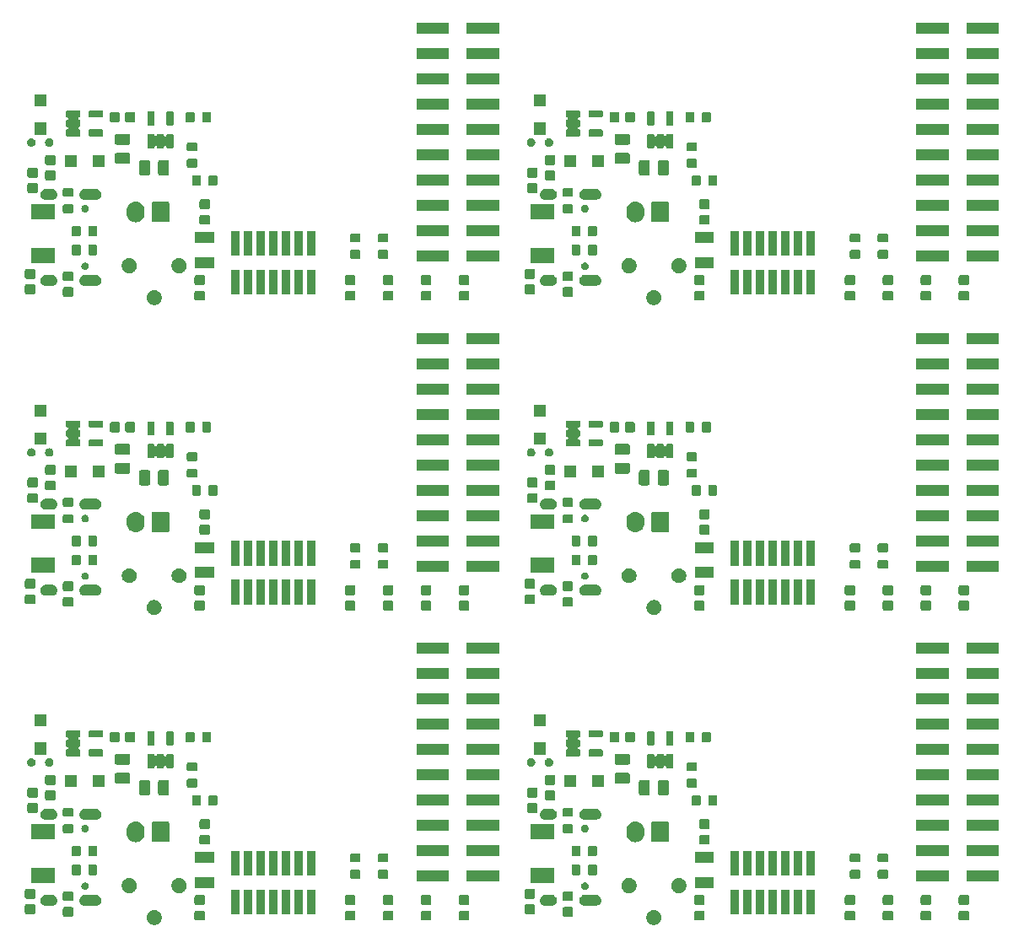
<source format=gbr>
G04 #@! TF.GenerationSoftware,KiCad,Pcbnew,(5.1.4)-1*
G04 #@! TF.CreationDate,2021-12-17T00:30:13+09:00*
G04 #@! TF.ProjectId,ident_card,6964656e-745f-4636-9172-642e6b696361,rev?*
G04 #@! TF.SameCoordinates,Original*
G04 #@! TF.FileFunction,Soldermask,Bot*
G04 #@! TF.FilePolarity,Negative*
%FSLAX46Y46*%
G04 Gerber Fmt 4.6, Leading zero omitted, Abs format (unit mm)*
G04 Created by KiCad (PCBNEW (5.1.4)-1) date 2021-12-17 00:30:13*
%MOMM*%
%LPD*%
G04 APERTURE LIST*
%ADD10C,0.100000*%
G04 APERTURE END LIST*
D10*
G36*
X142459059Y-112637860D02*
G01*
X142580272Y-112688068D01*
X142595732Y-112694472D01*
X142718735Y-112776660D01*
X142823340Y-112881265D01*
X142905528Y-113004268D01*
X142905529Y-113004270D01*
X142962140Y-113140941D01*
X142991000Y-113286032D01*
X142991000Y-113433968D01*
X142962140Y-113579059D01*
X142925799Y-113666795D01*
X142905528Y-113715732D01*
X142823340Y-113838735D01*
X142718735Y-113943340D01*
X142595732Y-114025528D01*
X142595731Y-114025529D01*
X142595730Y-114025529D01*
X142459059Y-114082140D01*
X142313968Y-114111000D01*
X142166032Y-114111000D01*
X142020941Y-114082140D01*
X141884270Y-114025529D01*
X141884269Y-114025529D01*
X141884268Y-114025528D01*
X141761265Y-113943340D01*
X141656660Y-113838735D01*
X141574472Y-113715732D01*
X141554202Y-113666795D01*
X141517860Y-113579059D01*
X141489000Y-113433968D01*
X141489000Y-113286032D01*
X141517860Y-113140941D01*
X141574471Y-113004270D01*
X141574472Y-113004268D01*
X141656660Y-112881265D01*
X141761265Y-112776660D01*
X141884268Y-112694472D01*
X141899729Y-112688068D01*
X142020941Y-112637860D01*
X142166032Y-112609000D01*
X142313968Y-112609000D01*
X142459059Y-112637860D01*
X142459059Y-112637860D01*
G37*
G36*
X92294059Y-112637860D02*
G01*
X92415272Y-112688068D01*
X92430732Y-112694472D01*
X92553735Y-112776660D01*
X92658340Y-112881265D01*
X92740528Y-113004268D01*
X92740529Y-113004270D01*
X92797140Y-113140941D01*
X92826000Y-113286032D01*
X92826000Y-113433968D01*
X92797140Y-113579059D01*
X92760799Y-113666795D01*
X92740528Y-113715732D01*
X92658340Y-113838735D01*
X92553735Y-113943340D01*
X92430732Y-114025528D01*
X92430731Y-114025529D01*
X92430730Y-114025529D01*
X92294059Y-114082140D01*
X92148968Y-114111000D01*
X92001032Y-114111000D01*
X91855941Y-114082140D01*
X91719270Y-114025529D01*
X91719269Y-114025529D01*
X91719268Y-114025528D01*
X91596265Y-113943340D01*
X91491660Y-113838735D01*
X91409472Y-113715732D01*
X91389202Y-113666795D01*
X91352860Y-113579059D01*
X91324000Y-113433968D01*
X91324000Y-113286032D01*
X91352860Y-113140941D01*
X91409471Y-113004270D01*
X91409472Y-113004268D01*
X91491660Y-112881265D01*
X91596265Y-112776660D01*
X91719268Y-112694472D01*
X91734729Y-112688068D01*
X91855941Y-112637860D01*
X92001032Y-112609000D01*
X92148968Y-112609000D01*
X92294059Y-112637860D01*
X92294059Y-112637860D01*
G37*
G36*
X97021560Y-112673205D02*
G01*
X97056713Y-112683869D01*
X97089110Y-112701186D01*
X97117509Y-112724491D01*
X97140814Y-112752890D01*
X97158131Y-112785287D01*
X97168795Y-112820440D01*
X97173000Y-112863140D01*
X97173000Y-113476860D01*
X97168795Y-113519560D01*
X97158131Y-113554713D01*
X97140814Y-113587110D01*
X97117509Y-113615509D01*
X97089110Y-113638814D01*
X97056713Y-113656131D01*
X97021560Y-113666795D01*
X96978860Y-113671000D01*
X96315140Y-113671000D01*
X96272440Y-113666795D01*
X96237287Y-113656131D01*
X96204890Y-113638814D01*
X96176491Y-113615509D01*
X96153186Y-113587110D01*
X96135869Y-113554713D01*
X96125205Y-113519560D01*
X96121000Y-113476860D01*
X96121000Y-112863140D01*
X96125205Y-112820440D01*
X96135869Y-112785287D01*
X96153186Y-112752890D01*
X96176491Y-112724491D01*
X96204890Y-112701186D01*
X96237287Y-112683869D01*
X96272440Y-112673205D01*
X96315140Y-112669000D01*
X96978860Y-112669000D01*
X97021560Y-112673205D01*
X97021560Y-112673205D01*
G37*
G36*
X166109560Y-112673205D02*
G01*
X166144713Y-112683869D01*
X166177110Y-112701186D01*
X166205509Y-112724491D01*
X166228814Y-112752890D01*
X166246131Y-112785287D01*
X166256795Y-112820440D01*
X166261000Y-112863140D01*
X166261000Y-113476860D01*
X166256795Y-113519560D01*
X166246131Y-113554713D01*
X166228814Y-113587110D01*
X166205509Y-113615509D01*
X166177110Y-113638814D01*
X166144713Y-113656131D01*
X166109560Y-113666795D01*
X166066860Y-113671000D01*
X165403140Y-113671000D01*
X165360440Y-113666795D01*
X165325287Y-113656131D01*
X165292890Y-113638814D01*
X165264491Y-113615509D01*
X165241186Y-113587110D01*
X165223869Y-113554713D01*
X165213205Y-113519560D01*
X165209000Y-113476860D01*
X165209000Y-112863140D01*
X165213205Y-112820440D01*
X165223869Y-112785287D01*
X165241186Y-112752890D01*
X165264491Y-112724491D01*
X165292890Y-112701186D01*
X165325287Y-112683869D01*
X165360440Y-112673205D01*
X165403140Y-112669000D01*
X166066860Y-112669000D01*
X166109560Y-112673205D01*
X166109560Y-112673205D01*
G37*
G36*
X147186560Y-112673205D02*
G01*
X147221713Y-112683869D01*
X147254110Y-112701186D01*
X147282509Y-112724491D01*
X147305814Y-112752890D01*
X147323131Y-112785287D01*
X147333795Y-112820440D01*
X147338000Y-112863140D01*
X147338000Y-113476860D01*
X147333795Y-113519560D01*
X147323131Y-113554713D01*
X147305814Y-113587110D01*
X147282509Y-113615509D01*
X147254110Y-113638814D01*
X147221713Y-113656131D01*
X147186560Y-113666795D01*
X147143860Y-113671000D01*
X146480140Y-113671000D01*
X146437440Y-113666795D01*
X146402287Y-113656131D01*
X146369890Y-113638814D01*
X146341491Y-113615509D01*
X146318186Y-113587110D01*
X146300869Y-113554713D01*
X146290205Y-113519560D01*
X146286000Y-113476860D01*
X146286000Y-112863140D01*
X146290205Y-112820440D01*
X146300869Y-112785287D01*
X146318186Y-112752890D01*
X146341491Y-112724491D01*
X146369890Y-112701186D01*
X146402287Y-112683869D01*
X146437440Y-112673205D01*
X146480140Y-112669000D01*
X147143860Y-112669000D01*
X147186560Y-112673205D01*
X147186560Y-112673205D01*
G37*
G36*
X162299560Y-112673205D02*
G01*
X162334713Y-112683869D01*
X162367110Y-112701186D01*
X162395509Y-112724491D01*
X162418814Y-112752890D01*
X162436131Y-112785287D01*
X162446795Y-112820440D01*
X162451000Y-112863140D01*
X162451000Y-113476860D01*
X162446795Y-113519560D01*
X162436131Y-113554713D01*
X162418814Y-113587110D01*
X162395509Y-113615509D01*
X162367110Y-113638814D01*
X162334713Y-113656131D01*
X162299560Y-113666795D01*
X162256860Y-113671000D01*
X161593140Y-113671000D01*
X161550440Y-113666795D01*
X161515287Y-113656131D01*
X161482890Y-113638814D01*
X161454491Y-113615509D01*
X161431186Y-113587110D01*
X161413869Y-113554713D01*
X161403205Y-113519560D01*
X161399000Y-113476860D01*
X161399000Y-112863140D01*
X161403205Y-112820440D01*
X161413869Y-112785287D01*
X161431186Y-112752890D01*
X161454491Y-112724491D01*
X161482890Y-112701186D01*
X161515287Y-112683869D01*
X161550440Y-112673205D01*
X161593140Y-112669000D01*
X162256860Y-112669000D01*
X162299560Y-112673205D01*
X162299560Y-112673205D01*
G37*
G36*
X169919560Y-112673205D02*
G01*
X169954713Y-112683869D01*
X169987110Y-112701186D01*
X170015509Y-112724491D01*
X170038814Y-112752890D01*
X170056131Y-112785287D01*
X170066795Y-112820440D01*
X170071000Y-112863140D01*
X170071000Y-113476860D01*
X170066795Y-113519560D01*
X170056131Y-113554713D01*
X170038814Y-113587110D01*
X170015509Y-113615509D01*
X169987110Y-113638814D01*
X169954713Y-113656131D01*
X169919560Y-113666795D01*
X169876860Y-113671000D01*
X169213140Y-113671000D01*
X169170440Y-113666795D01*
X169135287Y-113656131D01*
X169102890Y-113638814D01*
X169074491Y-113615509D01*
X169051186Y-113587110D01*
X169033869Y-113554713D01*
X169023205Y-113519560D01*
X169019000Y-113476860D01*
X169019000Y-112863140D01*
X169023205Y-112820440D01*
X169033869Y-112785287D01*
X169051186Y-112752890D01*
X169074491Y-112724491D01*
X169102890Y-112701186D01*
X169135287Y-112683869D01*
X169170440Y-112673205D01*
X169213140Y-112669000D01*
X169876860Y-112669000D01*
X169919560Y-112673205D01*
X169919560Y-112673205D01*
G37*
G36*
X173729560Y-112673205D02*
G01*
X173764713Y-112683869D01*
X173797110Y-112701186D01*
X173825509Y-112724491D01*
X173848814Y-112752890D01*
X173866131Y-112785287D01*
X173876795Y-112820440D01*
X173881000Y-112863140D01*
X173881000Y-113476860D01*
X173876795Y-113519560D01*
X173866131Y-113554713D01*
X173848814Y-113587110D01*
X173825509Y-113615509D01*
X173797110Y-113638814D01*
X173764713Y-113656131D01*
X173729560Y-113666795D01*
X173686860Y-113671000D01*
X173023140Y-113671000D01*
X172980440Y-113666795D01*
X172945287Y-113656131D01*
X172912890Y-113638814D01*
X172884491Y-113615509D01*
X172861186Y-113587110D01*
X172843869Y-113554713D01*
X172833205Y-113519560D01*
X172829000Y-113476860D01*
X172829000Y-112863140D01*
X172833205Y-112820440D01*
X172843869Y-112785287D01*
X172861186Y-112752890D01*
X172884491Y-112724491D01*
X172912890Y-112701186D01*
X172945287Y-112683869D01*
X172980440Y-112673205D01*
X173023140Y-112669000D01*
X173686860Y-112669000D01*
X173729560Y-112673205D01*
X173729560Y-112673205D01*
G37*
G36*
X123564560Y-112673205D02*
G01*
X123599713Y-112683869D01*
X123632110Y-112701186D01*
X123660509Y-112724491D01*
X123683814Y-112752890D01*
X123701131Y-112785287D01*
X123711795Y-112820440D01*
X123716000Y-112863140D01*
X123716000Y-113476860D01*
X123711795Y-113519560D01*
X123701131Y-113554713D01*
X123683814Y-113587110D01*
X123660509Y-113615509D01*
X123632110Y-113638814D01*
X123599713Y-113656131D01*
X123564560Y-113666795D01*
X123521860Y-113671000D01*
X122858140Y-113671000D01*
X122815440Y-113666795D01*
X122780287Y-113656131D01*
X122747890Y-113638814D01*
X122719491Y-113615509D01*
X122696186Y-113587110D01*
X122678869Y-113554713D01*
X122668205Y-113519560D01*
X122664000Y-113476860D01*
X122664000Y-112863140D01*
X122668205Y-112820440D01*
X122678869Y-112785287D01*
X122696186Y-112752890D01*
X122719491Y-112724491D01*
X122747890Y-112701186D01*
X122780287Y-112683869D01*
X122815440Y-112673205D01*
X122858140Y-112669000D01*
X123521860Y-112669000D01*
X123564560Y-112673205D01*
X123564560Y-112673205D01*
G37*
G36*
X119754560Y-112673205D02*
G01*
X119789713Y-112683869D01*
X119822110Y-112701186D01*
X119850509Y-112724491D01*
X119873814Y-112752890D01*
X119891131Y-112785287D01*
X119901795Y-112820440D01*
X119906000Y-112863140D01*
X119906000Y-113476860D01*
X119901795Y-113519560D01*
X119891131Y-113554713D01*
X119873814Y-113587110D01*
X119850509Y-113615509D01*
X119822110Y-113638814D01*
X119789713Y-113656131D01*
X119754560Y-113666795D01*
X119711860Y-113671000D01*
X119048140Y-113671000D01*
X119005440Y-113666795D01*
X118970287Y-113656131D01*
X118937890Y-113638814D01*
X118909491Y-113615509D01*
X118886186Y-113587110D01*
X118868869Y-113554713D01*
X118858205Y-113519560D01*
X118854000Y-113476860D01*
X118854000Y-112863140D01*
X118858205Y-112820440D01*
X118868869Y-112785287D01*
X118886186Y-112752890D01*
X118909491Y-112724491D01*
X118937890Y-112701186D01*
X118970287Y-112683869D01*
X119005440Y-112673205D01*
X119048140Y-112669000D01*
X119711860Y-112669000D01*
X119754560Y-112673205D01*
X119754560Y-112673205D01*
G37*
G36*
X112134560Y-112673205D02*
G01*
X112169713Y-112683869D01*
X112202110Y-112701186D01*
X112230509Y-112724491D01*
X112253814Y-112752890D01*
X112271131Y-112785287D01*
X112281795Y-112820440D01*
X112286000Y-112863140D01*
X112286000Y-113476860D01*
X112281795Y-113519560D01*
X112271131Y-113554713D01*
X112253814Y-113587110D01*
X112230509Y-113615509D01*
X112202110Y-113638814D01*
X112169713Y-113656131D01*
X112134560Y-113666795D01*
X112091860Y-113671000D01*
X111428140Y-113671000D01*
X111385440Y-113666795D01*
X111350287Y-113656131D01*
X111317890Y-113638814D01*
X111289491Y-113615509D01*
X111266186Y-113587110D01*
X111248869Y-113554713D01*
X111238205Y-113519560D01*
X111234000Y-113476860D01*
X111234000Y-112863140D01*
X111238205Y-112820440D01*
X111248869Y-112785287D01*
X111266186Y-112752890D01*
X111289491Y-112724491D01*
X111317890Y-112701186D01*
X111350287Y-112683869D01*
X111385440Y-112673205D01*
X111428140Y-112669000D01*
X112091860Y-112669000D01*
X112134560Y-112673205D01*
X112134560Y-112673205D01*
G37*
G36*
X115944560Y-112673205D02*
G01*
X115979713Y-112683869D01*
X116012110Y-112701186D01*
X116040509Y-112724491D01*
X116063814Y-112752890D01*
X116081131Y-112785287D01*
X116091795Y-112820440D01*
X116096000Y-112863140D01*
X116096000Y-113476860D01*
X116091795Y-113519560D01*
X116081131Y-113554713D01*
X116063814Y-113587110D01*
X116040509Y-113615509D01*
X116012110Y-113638814D01*
X115979713Y-113656131D01*
X115944560Y-113666795D01*
X115901860Y-113671000D01*
X115238140Y-113671000D01*
X115195440Y-113666795D01*
X115160287Y-113656131D01*
X115127890Y-113638814D01*
X115099491Y-113615509D01*
X115076186Y-113587110D01*
X115058869Y-113554713D01*
X115048205Y-113519560D01*
X115044000Y-113476860D01*
X115044000Y-112863140D01*
X115048205Y-112820440D01*
X115058869Y-112785287D01*
X115076186Y-112752890D01*
X115099491Y-112724491D01*
X115127890Y-112701186D01*
X115160287Y-112683869D01*
X115195440Y-112673205D01*
X115238140Y-112669000D01*
X115901860Y-112669000D01*
X115944560Y-112673205D01*
X115944560Y-112673205D01*
G37*
G36*
X83818591Y-112317085D02*
G01*
X83852569Y-112327393D01*
X83883890Y-112344134D01*
X83911339Y-112366661D01*
X83933866Y-112394110D01*
X83950607Y-112425431D01*
X83960915Y-112459409D01*
X83965000Y-112500890D01*
X83965000Y-113102110D01*
X83960915Y-113143591D01*
X83950607Y-113177569D01*
X83933866Y-113208890D01*
X83911339Y-113236339D01*
X83883890Y-113258866D01*
X83852569Y-113275607D01*
X83818591Y-113285915D01*
X83777110Y-113290000D01*
X83100890Y-113290000D01*
X83059409Y-113285915D01*
X83025431Y-113275607D01*
X82994110Y-113258866D01*
X82966661Y-113236339D01*
X82944134Y-113208890D01*
X82927393Y-113177569D01*
X82917085Y-113143591D01*
X82913000Y-113102110D01*
X82913000Y-112500890D01*
X82917085Y-112459409D01*
X82927393Y-112425431D01*
X82944134Y-112394110D01*
X82966661Y-112366661D01*
X82994110Y-112344134D01*
X83025431Y-112327393D01*
X83059409Y-112317085D01*
X83100890Y-112313000D01*
X83777110Y-112313000D01*
X83818591Y-112317085D01*
X83818591Y-112317085D01*
G37*
G36*
X133983591Y-112317085D02*
G01*
X134017569Y-112327393D01*
X134048890Y-112344134D01*
X134076339Y-112366661D01*
X134098866Y-112394110D01*
X134115607Y-112425431D01*
X134125915Y-112459409D01*
X134130000Y-112500890D01*
X134130000Y-113102110D01*
X134125915Y-113143591D01*
X134115607Y-113177569D01*
X134098866Y-113208890D01*
X134076339Y-113236339D01*
X134048890Y-113258866D01*
X134017569Y-113275607D01*
X133983591Y-113285915D01*
X133942110Y-113290000D01*
X133265890Y-113290000D01*
X133224409Y-113285915D01*
X133190431Y-113275607D01*
X133159110Y-113258866D01*
X133131661Y-113236339D01*
X133109134Y-113208890D01*
X133092393Y-113177569D01*
X133082085Y-113143591D01*
X133078000Y-113102110D01*
X133078000Y-112500890D01*
X133082085Y-112459409D01*
X133092393Y-112425431D01*
X133109134Y-112394110D01*
X133131661Y-112366661D01*
X133159110Y-112344134D01*
X133190431Y-112327393D01*
X133224409Y-112317085D01*
X133265890Y-112313000D01*
X133942110Y-112313000D01*
X133983591Y-112317085D01*
X133983591Y-112317085D01*
G37*
G36*
X152059000Y-113056000D02*
G01*
X151217000Y-113056000D01*
X151217000Y-110554000D01*
X152059000Y-110554000D01*
X152059000Y-113056000D01*
X152059000Y-113056000D01*
G37*
G36*
X105704000Y-113056000D02*
G01*
X104862000Y-113056000D01*
X104862000Y-110554000D01*
X105704000Y-110554000D01*
X105704000Y-113056000D01*
X105704000Y-113056000D01*
G37*
G36*
X106974000Y-113056000D02*
G01*
X106132000Y-113056000D01*
X106132000Y-110554000D01*
X106974000Y-110554000D01*
X106974000Y-113056000D01*
X106974000Y-113056000D01*
G37*
G36*
X158409000Y-113056000D02*
G01*
X157567000Y-113056000D01*
X157567000Y-110554000D01*
X158409000Y-110554000D01*
X158409000Y-113056000D01*
X158409000Y-113056000D01*
G37*
G36*
X157139000Y-113056000D02*
G01*
X156297000Y-113056000D01*
X156297000Y-110554000D01*
X157139000Y-110554000D01*
X157139000Y-113056000D01*
X157139000Y-113056000D01*
G37*
G36*
X155869000Y-113056000D02*
G01*
X155027000Y-113056000D01*
X155027000Y-110554000D01*
X155869000Y-110554000D01*
X155869000Y-113056000D01*
X155869000Y-113056000D01*
G37*
G36*
X154599000Y-113056000D02*
G01*
X153757000Y-113056000D01*
X153757000Y-110554000D01*
X154599000Y-110554000D01*
X154599000Y-113056000D01*
X154599000Y-113056000D01*
G37*
G36*
X153329000Y-113056000D02*
G01*
X152487000Y-113056000D01*
X152487000Y-110554000D01*
X153329000Y-110554000D01*
X153329000Y-113056000D01*
X153329000Y-113056000D01*
G37*
G36*
X150789000Y-113056000D02*
G01*
X149947000Y-113056000D01*
X149947000Y-110554000D01*
X150789000Y-110554000D01*
X150789000Y-113056000D01*
X150789000Y-113056000D01*
G37*
G36*
X100624000Y-113056000D02*
G01*
X99782000Y-113056000D01*
X99782000Y-110554000D01*
X100624000Y-110554000D01*
X100624000Y-113056000D01*
X100624000Y-113056000D01*
G37*
G36*
X104434000Y-113056000D02*
G01*
X103592000Y-113056000D01*
X103592000Y-110554000D01*
X104434000Y-110554000D01*
X104434000Y-113056000D01*
X104434000Y-113056000D01*
G37*
G36*
X101894000Y-113056000D02*
G01*
X101052000Y-113056000D01*
X101052000Y-110554000D01*
X101894000Y-110554000D01*
X101894000Y-113056000D01*
X101894000Y-113056000D01*
G37*
G36*
X108244000Y-113056000D02*
G01*
X107402000Y-113056000D01*
X107402000Y-110554000D01*
X108244000Y-110554000D01*
X108244000Y-113056000D01*
X108244000Y-113056000D01*
G37*
G36*
X103164000Y-113056000D02*
G01*
X102322000Y-113056000D01*
X102322000Y-110554000D01*
X103164000Y-110554000D01*
X103164000Y-113056000D01*
X103164000Y-113056000D01*
G37*
G36*
X130168560Y-112038205D02*
G01*
X130203713Y-112048869D01*
X130236110Y-112066186D01*
X130264509Y-112089491D01*
X130287814Y-112117890D01*
X130305131Y-112150287D01*
X130315795Y-112185440D01*
X130320000Y-112228140D01*
X130320000Y-112841860D01*
X130315795Y-112884560D01*
X130305131Y-112919713D01*
X130287814Y-112952110D01*
X130264509Y-112980509D01*
X130236110Y-113003814D01*
X130203713Y-113021131D01*
X130168560Y-113031795D01*
X130125860Y-113036000D01*
X129462140Y-113036000D01*
X129419440Y-113031795D01*
X129384287Y-113021131D01*
X129351890Y-113003814D01*
X129323491Y-112980509D01*
X129300186Y-112952110D01*
X129282869Y-112919713D01*
X129272205Y-112884560D01*
X129268000Y-112841860D01*
X129268000Y-112228140D01*
X129272205Y-112185440D01*
X129282869Y-112150287D01*
X129300186Y-112117890D01*
X129323491Y-112089491D01*
X129351890Y-112066186D01*
X129384287Y-112048869D01*
X129419440Y-112038205D01*
X129462140Y-112034000D01*
X130125860Y-112034000D01*
X130168560Y-112038205D01*
X130168560Y-112038205D01*
G37*
G36*
X80003560Y-112038205D02*
G01*
X80038713Y-112048869D01*
X80071110Y-112066186D01*
X80099509Y-112089491D01*
X80122814Y-112117890D01*
X80140131Y-112150287D01*
X80150795Y-112185440D01*
X80155000Y-112228140D01*
X80155000Y-112841860D01*
X80150795Y-112884560D01*
X80140131Y-112919713D01*
X80122814Y-112952110D01*
X80099509Y-112980509D01*
X80071110Y-113003814D01*
X80038713Y-113021131D01*
X80003560Y-113031795D01*
X79960860Y-113036000D01*
X79297140Y-113036000D01*
X79254440Y-113031795D01*
X79219287Y-113021131D01*
X79186890Y-113003814D01*
X79158491Y-112980509D01*
X79135186Y-112952110D01*
X79117869Y-112919713D01*
X79107205Y-112884560D01*
X79103000Y-112841860D01*
X79103000Y-112228140D01*
X79107205Y-112185440D01*
X79117869Y-112150287D01*
X79135186Y-112117890D01*
X79158491Y-112089491D01*
X79186890Y-112066186D01*
X79219287Y-112048869D01*
X79254440Y-112038205D01*
X79297140Y-112034000D01*
X79960860Y-112034000D01*
X80003560Y-112038205D01*
X80003560Y-112038205D01*
G37*
G36*
X136503015Y-111091973D02*
G01*
X136606879Y-111123479D01*
X136626317Y-111133869D01*
X136702600Y-111174643D01*
X136786501Y-111243499D01*
X136855357Y-111327400D01*
X136880623Y-111374670D01*
X136906521Y-111423121D01*
X136938027Y-111526985D01*
X136948666Y-111635000D01*
X136938027Y-111743015D01*
X136906521Y-111846879D01*
X136906519Y-111846882D01*
X136855357Y-111942600D01*
X136786501Y-112026501D01*
X136702600Y-112095357D01*
X136634055Y-112131995D01*
X136606879Y-112146521D01*
X136503015Y-112178027D01*
X136422067Y-112186000D01*
X135267933Y-112186000D01*
X135186985Y-112178027D01*
X135083121Y-112146521D01*
X135055945Y-112131995D01*
X134987400Y-112095357D01*
X134903499Y-112026501D01*
X134834643Y-111942600D01*
X134783481Y-111846882D01*
X134783479Y-111846879D01*
X134751973Y-111743015D01*
X134741334Y-111635000D01*
X134751973Y-111526985D01*
X134783479Y-111423121D01*
X134809377Y-111374670D01*
X134834643Y-111327400D01*
X134903499Y-111243499D01*
X134987400Y-111174643D01*
X135063683Y-111133869D01*
X135083121Y-111123479D01*
X135186985Y-111091973D01*
X135267933Y-111084000D01*
X136422067Y-111084000D01*
X136503015Y-111091973D01*
X136503015Y-111091973D01*
G37*
G36*
X81908015Y-111091973D02*
G01*
X82011879Y-111123479D01*
X82031317Y-111133869D01*
X82107600Y-111174643D01*
X82191501Y-111243499D01*
X82260357Y-111327400D01*
X82285623Y-111374670D01*
X82311521Y-111423121D01*
X82343027Y-111526985D01*
X82353666Y-111635000D01*
X82343027Y-111743015D01*
X82311521Y-111846879D01*
X82311519Y-111846882D01*
X82260357Y-111942600D01*
X82191501Y-112026501D01*
X82107600Y-112095357D01*
X82039055Y-112131995D01*
X82011879Y-112146521D01*
X81908015Y-112178027D01*
X81827067Y-112186000D01*
X81172933Y-112186000D01*
X81091985Y-112178027D01*
X80988121Y-112146521D01*
X80960945Y-112131995D01*
X80892400Y-112095357D01*
X80808499Y-112026501D01*
X80739643Y-111942600D01*
X80688481Y-111846882D01*
X80688479Y-111846879D01*
X80656973Y-111743015D01*
X80646334Y-111635000D01*
X80656973Y-111526985D01*
X80688479Y-111423121D01*
X80714377Y-111374670D01*
X80739643Y-111327400D01*
X80808499Y-111243499D01*
X80892400Y-111174643D01*
X80968683Y-111133869D01*
X80988121Y-111123479D01*
X81091985Y-111091973D01*
X81172933Y-111084000D01*
X81827067Y-111084000D01*
X81908015Y-111091973D01*
X81908015Y-111091973D01*
G37*
G36*
X86338015Y-111091973D02*
G01*
X86441879Y-111123479D01*
X86461317Y-111133869D01*
X86537600Y-111174643D01*
X86621501Y-111243499D01*
X86690357Y-111327400D01*
X86715623Y-111374670D01*
X86741521Y-111423121D01*
X86773027Y-111526985D01*
X86783666Y-111635000D01*
X86773027Y-111743015D01*
X86741521Y-111846879D01*
X86741519Y-111846882D01*
X86690357Y-111942600D01*
X86621501Y-112026501D01*
X86537600Y-112095357D01*
X86469055Y-112131995D01*
X86441879Y-112146521D01*
X86338015Y-112178027D01*
X86257067Y-112186000D01*
X85102933Y-112186000D01*
X85021985Y-112178027D01*
X84918121Y-112146521D01*
X84890945Y-112131995D01*
X84822400Y-112095357D01*
X84738499Y-112026501D01*
X84669643Y-111942600D01*
X84618481Y-111846882D01*
X84618479Y-111846879D01*
X84586973Y-111743015D01*
X84576334Y-111635000D01*
X84586973Y-111526985D01*
X84618479Y-111423121D01*
X84644377Y-111374670D01*
X84669643Y-111327400D01*
X84738499Y-111243499D01*
X84822400Y-111174643D01*
X84898683Y-111133869D01*
X84918121Y-111123479D01*
X85021985Y-111091973D01*
X85102933Y-111084000D01*
X86257067Y-111084000D01*
X86338015Y-111091973D01*
X86338015Y-111091973D01*
G37*
G36*
X132073015Y-111091973D02*
G01*
X132176879Y-111123479D01*
X132196317Y-111133869D01*
X132272600Y-111174643D01*
X132356501Y-111243499D01*
X132425357Y-111327400D01*
X132450623Y-111374670D01*
X132476521Y-111423121D01*
X132508027Y-111526985D01*
X132518666Y-111635000D01*
X132508027Y-111743015D01*
X132476521Y-111846879D01*
X132476519Y-111846882D01*
X132425357Y-111942600D01*
X132356501Y-112026501D01*
X132272600Y-112095357D01*
X132204055Y-112131995D01*
X132176879Y-112146521D01*
X132073015Y-112178027D01*
X131992067Y-112186000D01*
X131337933Y-112186000D01*
X131256985Y-112178027D01*
X131153121Y-112146521D01*
X131125945Y-112131995D01*
X131057400Y-112095357D01*
X130973499Y-112026501D01*
X130904643Y-111942600D01*
X130853481Y-111846882D01*
X130853479Y-111846879D01*
X130821973Y-111743015D01*
X130811334Y-111635000D01*
X130821973Y-111526985D01*
X130853479Y-111423121D01*
X130879377Y-111374670D01*
X130904643Y-111327400D01*
X130973499Y-111243499D01*
X131057400Y-111174643D01*
X131133683Y-111133869D01*
X131153121Y-111123479D01*
X131256985Y-111091973D01*
X131337933Y-111084000D01*
X131992067Y-111084000D01*
X132073015Y-111091973D01*
X132073015Y-111091973D01*
G37*
G36*
X123564560Y-111123205D02*
G01*
X123599713Y-111133869D01*
X123632110Y-111151186D01*
X123660509Y-111174491D01*
X123683814Y-111202890D01*
X123701131Y-111235287D01*
X123711795Y-111270440D01*
X123716000Y-111313140D01*
X123716000Y-111926860D01*
X123711795Y-111969560D01*
X123701131Y-112004713D01*
X123683814Y-112037110D01*
X123660509Y-112065509D01*
X123632110Y-112088814D01*
X123599713Y-112106131D01*
X123564560Y-112116795D01*
X123521860Y-112121000D01*
X122858140Y-112121000D01*
X122815440Y-112116795D01*
X122780287Y-112106131D01*
X122747890Y-112088814D01*
X122719491Y-112065509D01*
X122696186Y-112037110D01*
X122678869Y-112004713D01*
X122668205Y-111969560D01*
X122664000Y-111926860D01*
X122664000Y-111313140D01*
X122668205Y-111270440D01*
X122678869Y-111235287D01*
X122696186Y-111202890D01*
X122719491Y-111174491D01*
X122747890Y-111151186D01*
X122780287Y-111133869D01*
X122815440Y-111123205D01*
X122858140Y-111119000D01*
X123521860Y-111119000D01*
X123564560Y-111123205D01*
X123564560Y-111123205D01*
G37*
G36*
X162299560Y-111123205D02*
G01*
X162334713Y-111133869D01*
X162367110Y-111151186D01*
X162395509Y-111174491D01*
X162418814Y-111202890D01*
X162436131Y-111235287D01*
X162446795Y-111270440D01*
X162451000Y-111313140D01*
X162451000Y-111926860D01*
X162446795Y-111969560D01*
X162436131Y-112004713D01*
X162418814Y-112037110D01*
X162395509Y-112065509D01*
X162367110Y-112088814D01*
X162334713Y-112106131D01*
X162299560Y-112116795D01*
X162256860Y-112121000D01*
X161593140Y-112121000D01*
X161550440Y-112116795D01*
X161515287Y-112106131D01*
X161482890Y-112088814D01*
X161454491Y-112065509D01*
X161431186Y-112037110D01*
X161413869Y-112004713D01*
X161403205Y-111969560D01*
X161399000Y-111926860D01*
X161399000Y-111313140D01*
X161403205Y-111270440D01*
X161413869Y-111235287D01*
X161431186Y-111202890D01*
X161454491Y-111174491D01*
X161482890Y-111151186D01*
X161515287Y-111133869D01*
X161550440Y-111123205D01*
X161593140Y-111119000D01*
X162256860Y-111119000D01*
X162299560Y-111123205D01*
X162299560Y-111123205D01*
G37*
G36*
X166109560Y-111123205D02*
G01*
X166144713Y-111133869D01*
X166177110Y-111151186D01*
X166205509Y-111174491D01*
X166228814Y-111202890D01*
X166246131Y-111235287D01*
X166256795Y-111270440D01*
X166261000Y-111313140D01*
X166261000Y-111926860D01*
X166256795Y-111969560D01*
X166246131Y-112004713D01*
X166228814Y-112037110D01*
X166205509Y-112065509D01*
X166177110Y-112088814D01*
X166144713Y-112106131D01*
X166109560Y-112116795D01*
X166066860Y-112121000D01*
X165403140Y-112121000D01*
X165360440Y-112116795D01*
X165325287Y-112106131D01*
X165292890Y-112088814D01*
X165264491Y-112065509D01*
X165241186Y-112037110D01*
X165223869Y-112004713D01*
X165213205Y-111969560D01*
X165209000Y-111926860D01*
X165209000Y-111313140D01*
X165213205Y-111270440D01*
X165223869Y-111235287D01*
X165241186Y-111202890D01*
X165264491Y-111174491D01*
X165292890Y-111151186D01*
X165325287Y-111133869D01*
X165360440Y-111123205D01*
X165403140Y-111119000D01*
X166066860Y-111119000D01*
X166109560Y-111123205D01*
X166109560Y-111123205D01*
G37*
G36*
X173729560Y-111123205D02*
G01*
X173764713Y-111133869D01*
X173797110Y-111151186D01*
X173825509Y-111174491D01*
X173848814Y-111202890D01*
X173866131Y-111235287D01*
X173876795Y-111270440D01*
X173881000Y-111313140D01*
X173881000Y-111926860D01*
X173876795Y-111969560D01*
X173866131Y-112004713D01*
X173848814Y-112037110D01*
X173825509Y-112065509D01*
X173797110Y-112088814D01*
X173764713Y-112106131D01*
X173729560Y-112116795D01*
X173686860Y-112121000D01*
X173023140Y-112121000D01*
X172980440Y-112116795D01*
X172945287Y-112106131D01*
X172912890Y-112088814D01*
X172884491Y-112065509D01*
X172861186Y-112037110D01*
X172843869Y-112004713D01*
X172833205Y-111969560D01*
X172829000Y-111926860D01*
X172829000Y-111313140D01*
X172833205Y-111270440D01*
X172843869Y-111235287D01*
X172861186Y-111202890D01*
X172884491Y-111174491D01*
X172912890Y-111151186D01*
X172945287Y-111133869D01*
X172980440Y-111123205D01*
X173023140Y-111119000D01*
X173686860Y-111119000D01*
X173729560Y-111123205D01*
X173729560Y-111123205D01*
G37*
G36*
X169919560Y-111123205D02*
G01*
X169954713Y-111133869D01*
X169987110Y-111151186D01*
X170015509Y-111174491D01*
X170038814Y-111202890D01*
X170056131Y-111235287D01*
X170066795Y-111270440D01*
X170071000Y-111313140D01*
X170071000Y-111926860D01*
X170066795Y-111969560D01*
X170056131Y-112004713D01*
X170038814Y-112037110D01*
X170015509Y-112065509D01*
X169987110Y-112088814D01*
X169954713Y-112106131D01*
X169919560Y-112116795D01*
X169876860Y-112121000D01*
X169213140Y-112121000D01*
X169170440Y-112116795D01*
X169135287Y-112106131D01*
X169102890Y-112088814D01*
X169074491Y-112065509D01*
X169051186Y-112037110D01*
X169033869Y-112004713D01*
X169023205Y-111969560D01*
X169019000Y-111926860D01*
X169019000Y-111313140D01*
X169023205Y-111270440D01*
X169033869Y-111235287D01*
X169051186Y-111202890D01*
X169074491Y-111174491D01*
X169102890Y-111151186D01*
X169135287Y-111133869D01*
X169170440Y-111123205D01*
X169213140Y-111119000D01*
X169876860Y-111119000D01*
X169919560Y-111123205D01*
X169919560Y-111123205D01*
G37*
G36*
X115944560Y-111123205D02*
G01*
X115979713Y-111133869D01*
X116012110Y-111151186D01*
X116040509Y-111174491D01*
X116063814Y-111202890D01*
X116081131Y-111235287D01*
X116091795Y-111270440D01*
X116096000Y-111313140D01*
X116096000Y-111926860D01*
X116091795Y-111969560D01*
X116081131Y-112004713D01*
X116063814Y-112037110D01*
X116040509Y-112065509D01*
X116012110Y-112088814D01*
X115979713Y-112106131D01*
X115944560Y-112116795D01*
X115901860Y-112121000D01*
X115238140Y-112121000D01*
X115195440Y-112116795D01*
X115160287Y-112106131D01*
X115127890Y-112088814D01*
X115099491Y-112065509D01*
X115076186Y-112037110D01*
X115058869Y-112004713D01*
X115048205Y-111969560D01*
X115044000Y-111926860D01*
X115044000Y-111313140D01*
X115048205Y-111270440D01*
X115058869Y-111235287D01*
X115076186Y-111202890D01*
X115099491Y-111174491D01*
X115127890Y-111151186D01*
X115160287Y-111133869D01*
X115195440Y-111123205D01*
X115238140Y-111119000D01*
X115901860Y-111119000D01*
X115944560Y-111123205D01*
X115944560Y-111123205D01*
G37*
G36*
X119754560Y-111123205D02*
G01*
X119789713Y-111133869D01*
X119822110Y-111151186D01*
X119850509Y-111174491D01*
X119873814Y-111202890D01*
X119891131Y-111235287D01*
X119901795Y-111270440D01*
X119906000Y-111313140D01*
X119906000Y-111926860D01*
X119901795Y-111969560D01*
X119891131Y-112004713D01*
X119873814Y-112037110D01*
X119850509Y-112065509D01*
X119822110Y-112088814D01*
X119789713Y-112106131D01*
X119754560Y-112116795D01*
X119711860Y-112121000D01*
X119048140Y-112121000D01*
X119005440Y-112116795D01*
X118970287Y-112106131D01*
X118937890Y-112088814D01*
X118909491Y-112065509D01*
X118886186Y-112037110D01*
X118868869Y-112004713D01*
X118858205Y-111969560D01*
X118854000Y-111926860D01*
X118854000Y-111313140D01*
X118858205Y-111270440D01*
X118868869Y-111235287D01*
X118886186Y-111202890D01*
X118909491Y-111174491D01*
X118937890Y-111151186D01*
X118970287Y-111133869D01*
X119005440Y-111123205D01*
X119048140Y-111119000D01*
X119711860Y-111119000D01*
X119754560Y-111123205D01*
X119754560Y-111123205D01*
G37*
G36*
X97021560Y-111123205D02*
G01*
X97056713Y-111133869D01*
X97089110Y-111151186D01*
X97117509Y-111174491D01*
X97140814Y-111202890D01*
X97158131Y-111235287D01*
X97168795Y-111270440D01*
X97173000Y-111313140D01*
X97173000Y-111926860D01*
X97168795Y-111969560D01*
X97158131Y-112004713D01*
X97140814Y-112037110D01*
X97117509Y-112065509D01*
X97089110Y-112088814D01*
X97056713Y-112106131D01*
X97021560Y-112116795D01*
X96978860Y-112121000D01*
X96315140Y-112121000D01*
X96272440Y-112116795D01*
X96237287Y-112106131D01*
X96204890Y-112088814D01*
X96176491Y-112065509D01*
X96153186Y-112037110D01*
X96135869Y-112004713D01*
X96125205Y-111969560D01*
X96121000Y-111926860D01*
X96121000Y-111313140D01*
X96125205Y-111270440D01*
X96135869Y-111235287D01*
X96153186Y-111202890D01*
X96176491Y-111174491D01*
X96204890Y-111151186D01*
X96237287Y-111133869D01*
X96272440Y-111123205D01*
X96315140Y-111119000D01*
X96978860Y-111119000D01*
X97021560Y-111123205D01*
X97021560Y-111123205D01*
G37*
G36*
X112134560Y-111123205D02*
G01*
X112169713Y-111133869D01*
X112202110Y-111151186D01*
X112230509Y-111174491D01*
X112253814Y-111202890D01*
X112271131Y-111235287D01*
X112281795Y-111270440D01*
X112286000Y-111313140D01*
X112286000Y-111926860D01*
X112281795Y-111969560D01*
X112271131Y-112004713D01*
X112253814Y-112037110D01*
X112230509Y-112065509D01*
X112202110Y-112088814D01*
X112169713Y-112106131D01*
X112134560Y-112116795D01*
X112091860Y-112121000D01*
X111428140Y-112121000D01*
X111385440Y-112116795D01*
X111350287Y-112106131D01*
X111317890Y-112088814D01*
X111289491Y-112065509D01*
X111266186Y-112037110D01*
X111248869Y-112004713D01*
X111238205Y-111969560D01*
X111234000Y-111926860D01*
X111234000Y-111313140D01*
X111238205Y-111270440D01*
X111248869Y-111235287D01*
X111266186Y-111202890D01*
X111289491Y-111174491D01*
X111317890Y-111151186D01*
X111350287Y-111133869D01*
X111385440Y-111123205D01*
X111428140Y-111119000D01*
X112091860Y-111119000D01*
X112134560Y-111123205D01*
X112134560Y-111123205D01*
G37*
G36*
X147186560Y-111123205D02*
G01*
X147221713Y-111133869D01*
X147254110Y-111151186D01*
X147282509Y-111174491D01*
X147305814Y-111202890D01*
X147323131Y-111235287D01*
X147333795Y-111270440D01*
X147338000Y-111313140D01*
X147338000Y-111926860D01*
X147333795Y-111969560D01*
X147323131Y-112004713D01*
X147305814Y-112037110D01*
X147282509Y-112065509D01*
X147254110Y-112088814D01*
X147221713Y-112106131D01*
X147186560Y-112116795D01*
X147143860Y-112121000D01*
X146480140Y-112121000D01*
X146437440Y-112116795D01*
X146402287Y-112106131D01*
X146369890Y-112088814D01*
X146341491Y-112065509D01*
X146318186Y-112037110D01*
X146300869Y-112004713D01*
X146290205Y-111969560D01*
X146286000Y-111926860D01*
X146286000Y-111313140D01*
X146290205Y-111270440D01*
X146300869Y-111235287D01*
X146318186Y-111202890D01*
X146341491Y-111174491D01*
X146369890Y-111151186D01*
X146402287Y-111133869D01*
X146437440Y-111123205D01*
X146480140Y-111119000D01*
X147143860Y-111119000D01*
X147186560Y-111123205D01*
X147186560Y-111123205D01*
G37*
G36*
X83818591Y-110742085D02*
G01*
X83852569Y-110752393D01*
X83883890Y-110769134D01*
X83911339Y-110791661D01*
X83933866Y-110819110D01*
X83950607Y-110850431D01*
X83960915Y-110884409D01*
X83965000Y-110925890D01*
X83965000Y-111527110D01*
X83960915Y-111568591D01*
X83950607Y-111602569D01*
X83933866Y-111633890D01*
X83911339Y-111661339D01*
X83883890Y-111683866D01*
X83852569Y-111700607D01*
X83818591Y-111710915D01*
X83777110Y-111715000D01*
X83100890Y-111715000D01*
X83059409Y-111710915D01*
X83025431Y-111700607D01*
X82994110Y-111683866D01*
X82966661Y-111661339D01*
X82944134Y-111633890D01*
X82927393Y-111602569D01*
X82917085Y-111568591D01*
X82913000Y-111527110D01*
X82913000Y-110925890D01*
X82917085Y-110884409D01*
X82927393Y-110850431D01*
X82944134Y-110819110D01*
X82966661Y-110791661D01*
X82994110Y-110769134D01*
X83025431Y-110752393D01*
X83059409Y-110742085D01*
X83100890Y-110738000D01*
X83777110Y-110738000D01*
X83818591Y-110742085D01*
X83818591Y-110742085D01*
G37*
G36*
X133983591Y-110742085D02*
G01*
X134017569Y-110752393D01*
X134048890Y-110769134D01*
X134076339Y-110791661D01*
X134098866Y-110819110D01*
X134115607Y-110850431D01*
X134125915Y-110884409D01*
X134130000Y-110925890D01*
X134130000Y-111527110D01*
X134125915Y-111568591D01*
X134115607Y-111602569D01*
X134098866Y-111633890D01*
X134076339Y-111661339D01*
X134048890Y-111683866D01*
X134017569Y-111700607D01*
X133983591Y-111710915D01*
X133942110Y-111715000D01*
X133265890Y-111715000D01*
X133224409Y-111710915D01*
X133190431Y-111700607D01*
X133159110Y-111683866D01*
X133131661Y-111661339D01*
X133109134Y-111633890D01*
X133092393Y-111602569D01*
X133082085Y-111568591D01*
X133078000Y-111527110D01*
X133078000Y-110925890D01*
X133082085Y-110884409D01*
X133092393Y-110850431D01*
X133109134Y-110819110D01*
X133131661Y-110791661D01*
X133159110Y-110769134D01*
X133190431Y-110752393D01*
X133224409Y-110742085D01*
X133265890Y-110738000D01*
X133942110Y-110738000D01*
X133983591Y-110742085D01*
X133983591Y-110742085D01*
G37*
G36*
X130168560Y-110488205D02*
G01*
X130203713Y-110498869D01*
X130236110Y-110516186D01*
X130264509Y-110539491D01*
X130287814Y-110567890D01*
X130305131Y-110600287D01*
X130315795Y-110635440D01*
X130320000Y-110678140D01*
X130320000Y-111291860D01*
X130315795Y-111334560D01*
X130305131Y-111369713D01*
X130287814Y-111402110D01*
X130264509Y-111430509D01*
X130236110Y-111453814D01*
X130203713Y-111471131D01*
X130168560Y-111481795D01*
X130125860Y-111486000D01*
X129462140Y-111486000D01*
X129419440Y-111481795D01*
X129384287Y-111471131D01*
X129351890Y-111453814D01*
X129323491Y-111430509D01*
X129300186Y-111402110D01*
X129282869Y-111369713D01*
X129272205Y-111334560D01*
X129268000Y-111291860D01*
X129268000Y-110678140D01*
X129272205Y-110635440D01*
X129282869Y-110600287D01*
X129300186Y-110567890D01*
X129323491Y-110539491D01*
X129351890Y-110516186D01*
X129384287Y-110498869D01*
X129419440Y-110488205D01*
X129462140Y-110484000D01*
X130125860Y-110484000D01*
X130168560Y-110488205D01*
X130168560Y-110488205D01*
G37*
G36*
X80003560Y-110488205D02*
G01*
X80038713Y-110498869D01*
X80071110Y-110516186D01*
X80099509Y-110539491D01*
X80122814Y-110567890D01*
X80140131Y-110600287D01*
X80150795Y-110635440D01*
X80155000Y-110678140D01*
X80155000Y-111291860D01*
X80150795Y-111334560D01*
X80140131Y-111369713D01*
X80122814Y-111402110D01*
X80099509Y-111430509D01*
X80071110Y-111453814D01*
X80038713Y-111471131D01*
X80003560Y-111481795D01*
X79960860Y-111486000D01*
X79297140Y-111486000D01*
X79254440Y-111481795D01*
X79219287Y-111471131D01*
X79186890Y-111453814D01*
X79158491Y-111430509D01*
X79135186Y-111402110D01*
X79117869Y-111369713D01*
X79107205Y-111334560D01*
X79103000Y-111291860D01*
X79103000Y-110678140D01*
X79107205Y-110635440D01*
X79117869Y-110600287D01*
X79135186Y-110567890D01*
X79158491Y-110539491D01*
X79186890Y-110516186D01*
X79219287Y-110498869D01*
X79254440Y-110488205D01*
X79297140Y-110484000D01*
X79960860Y-110484000D01*
X80003560Y-110488205D01*
X80003560Y-110488205D01*
G37*
G36*
X144928749Y-109431831D02*
G01*
X144959059Y-109437860D01*
X145095732Y-109494472D01*
X145218735Y-109576660D01*
X145323340Y-109681265D01*
X145323341Y-109681267D01*
X145405529Y-109804270D01*
X145462140Y-109940941D01*
X145491000Y-110086032D01*
X145491000Y-110233968D01*
X145474947Y-110314672D01*
X145462140Y-110379059D01*
X145405528Y-110515732D01*
X145323340Y-110638735D01*
X145218735Y-110743340D01*
X145095732Y-110825528D01*
X145095731Y-110825529D01*
X145095730Y-110825529D01*
X144959059Y-110882140D01*
X144813968Y-110911000D01*
X144666032Y-110911000D01*
X144520941Y-110882140D01*
X144384270Y-110825529D01*
X144384269Y-110825529D01*
X144384268Y-110825528D01*
X144261265Y-110743340D01*
X144156660Y-110638735D01*
X144074472Y-110515732D01*
X144017860Y-110379059D01*
X144005053Y-110314672D01*
X143989000Y-110233968D01*
X143989000Y-110086032D01*
X144017860Y-109940941D01*
X144074471Y-109804270D01*
X144156659Y-109681267D01*
X144156660Y-109681265D01*
X144261265Y-109576660D01*
X144384268Y-109494472D01*
X144520941Y-109437860D01*
X144551251Y-109431831D01*
X144666032Y-109409000D01*
X144813968Y-109409000D01*
X144928749Y-109431831D01*
X144928749Y-109431831D01*
G37*
G36*
X139928749Y-109431831D02*
G01*
X139959059Y-109437860D01*
X140095732Y-109494472D01*
X140218735Y-109576660D01*
X140323340Y-109681265D01*
X140323341Y-109681267D01*
X140405529Y-109804270D01*
X140462140Y-109940941D01*
X140491000Y-110086032D01*
X140491000Y-110233968D01*
X140474947Y-110314672D01*
X140462140Y-110379059D01*
X140405528Y-110515732D01*
X140323340Y-110638735D01*
X140218735Y-110743340D01*
X140095732Y-110825528D01*
X140095731Y-110825529D01*
X140095730Y-110825529D01*
X139959059Y-110882140D01*
X139813968Y-110911000D01*
X139666032Y-110911000D01*
X139520941Y-110882140D01*
X139384270Y-110825529D01*
X139384269Y-110825529D01*
X139384268Y-110825528D01*
X139261265Y-110743340D01*
X139156660Y-110638735D01*
X139074472Y-110515732D01*
X139017860Y-110379059D01*
X139005053Y-110314672D01*
X138989000Y-110233968D01*
X138989000Y-110086032D01*
X139017860Y-109940941D01*
X139074471Y-109804270D01*
X139156659Y-109681267D01*
X139156660Y-109681265D01*
X139261265Y-109576660D01*
X139384268Y-109494472D01*
X139520941Y-109437860D01*
X139551251Y-109431831D01*
X139666032Y-109409000D01*
X139813968Y-109409000D01*
X139928749Y-109431831D01*
X139928749Y-109431831D01*
G37*
G36*
X94763749Y-109431831D02*
G01*
X94794059Y-109437860D01*
X94930732Y-109494472D01*
X95053735Y-109576660D01*
X95158340Y-109681265D01*
X95158341Y-109681267D01*
X95240529Y-109804270D01*
X95297140Y-109940941D01*
X95326000Y-110086032D01*
X95326000Y-110233968D01*
X95309947Y-110314672D01*
X95297140Y-110379059D01*
X95240528Y-110515732D01*
X95158340Y-110638735D01*
X95053735Y-110743340D01*
X94930732Y-110825528D01*
X94930731Y-110825529D01*
X94930730Y-110825529D01*
X94794059Y-110882140D01*
X94648968Y-110911000D01*
X94501032Y-110911000D01*
X94355941Y-110882140D01*
X94219270Y-110825529D01*
X94219269Y-110825529D01*
X94219268Y-110825528D01*
X94096265Y-110743340D01*
X93991660Y-110638735D01*
X93909472Y-110515732D01*
X93852860Y-110379059D01*
X93840053Y-110314672D01*
X93824000Y-110233968D01*
X93824000Y-110086032D01*
X93852860Y-109940941D01*
X93909471Y-109804270D01*
X93991659Y-109681267D01*
X93991660Y-109681265D01*
X94096265Y-109576660D01*
X94219268Y-109494472D01*
X94355941Y-109437860D01*
X94386251Y-109431831D01*
X94501032Y-109409000D01*
X94648968Y-109409000D01*
X94763749Y-109431831D01*
X94763749Y-109431831D01*
G37*
G36*
X89763749Y-109431831D02*
G01*
X89794059Y-109437860D01*
X89930732Y-109494472D01*
X90053735Y-109576660D01*
X90158340Y-109681265D01*
X90158341Y-109681267D01*
X90240529Y-109804270D01*
X90297140Y-109940941D01*
X90326000Y-110086032D01*
X90326000Y-110233968D01*
X90309947Y-110314672D01*
X90297140Y-110379059D01*
X90240528Y-110515732D01*
X90158340Y-110638735D01*
X90053735Y-110743340D01*
X89930732Y-110825528D01*
X89930731Y-110825529D01*
X89930730Y-110825529D01*
X89794059Y-110882140D01*
X89648968Y-110911000D01*
X89501032Y-110911000D01*
X89355941Y-110882140D01*
X89219270Y-110825529D01*
X89219269Y-110825529D01*
X89219268Y-110825528D01*
X89096265Y-110743340D01*
X88991660Y-110638735D01*
X88909472Y-110515732D01*
X88852860Y-110379059D01*
X88840053Y-110314672D01*
X88824000Y-110233968D01*
X88824000Y-110086032D01*
X88852860Y-109940941D01*
X88909471Y-109804270D01*
X88991659Y-109681267D01*
X88991660Y-109681265D01*
X89096265Y-109576660D01*
X89219268Y-109494472D01*
X89355941Y-109437860D01*
X89386251Y-109431831D01*
X89501032Y-109409000D01*
X89648968Y-109409000D01*
X89763749Y-109431831D01*
X89763749Y-109431831D01*
G37*
G36*
X85259672Y-109843449D02*
G01*
X85259674Y-109843450D01*
X85259675Y-109843450D01*
X85328103Y-109871793D01*
X85389686Y-109912942D01*
X85442058Y-109965314D01*
X85483207Y-110026897D01*
X85511550Y-110095325D01*
X85526000Y-110167967D01*
X85526000Y-110242033D01*
X85511550Y-110314675D01*
X85483207Y-110383103D01*
X85442058Y-110444686D01*
X85389686Y-110497058D01*
X85328103Y-110538207D01*
X85259675Y-110566550D01*
X85259674Y-110566550D01*
X85259672Y-110566551D01*
X85187034Y-110581000D01*
X85112966Y-110581000D01*
X85040328Y-110566551D01*
X85040326Y-110566550D01*
X85040325Y-110566550D01*
X84971897Y-110538207D01*
X84910314Y-110497058D01*
X84857942Y-110444686D01*
X84816793Y-110383103D01*
X84788450Y-110314675D01*
X84774000Y-110242033D01*
X84774000Y-110167967D01*
X84788450Y-110095325D01*
X84816793Y-110026897D01*
X84857942Y-109965314D01*
X84910314Y-109912942D01*
X84971897Y-109871793D01*
X85040325Y-109843450D01*
X85040326Y-109843450D01*
X85040328Y-109843449D01*
X85112966Y-109829000D01*
X85187034Y-109829000D01*
X85259672Y-109843449D01*
X85259672Y-109843449D01*
G37*
G36*
X135424672Y-109843449D02*
G01*
X135424674Y-109843450D01*
X135424675Y-109843450D01*
X135493103Y-109871793D01*
X135554686Y-109912942D01*
X135607058Y-109965314D01*
X135648207Y-110026897D01*
X135676550Y-110095325D01*
X135691000Y-110167967D01*
X135691000Y-110242033D01*
X135676550Y-110314675D01*
X135648207Y-110383103D01*
X135607058Y-110444686D01*
X135554686Y-110497058D01*
X135493103Y-110538207D01*
X135424675Y-110566550D01*
X135424674Y-110566550D01*
X135424672Y-110566551D01*
X135352034Y-110581000D01*
X135277966Y-110581000D01*
X135205328Y-110566551D01*
X135205326Y-110566550D01*
X135205325Y-110566550D01*
X135136897Y-110538207D01*
X135075314Y-110497058D01*
X135022942Y-110444686D01*
X134981793Y-110383103D01*
X134953450Y-110314675D01*
X134939000Y-110242033D01*
X134939000Y-110167967D01*
X134953450Y-110095325D01*
X134981793Y-110026897D01*
X135022942Y-109965314D01*
X135075314Y-109912942D01*
X135136897Y-109871793D01*
X135205325Y-109843450D01*
X135205326Y-109843450D01*
X135205328Y-109843449D01*
X135277966Y-109829000D01*
X135352034Y-109829000D01*
X135424672Y-109843449D01*
X135424672Y-109843449D01*
G37*
G36*
X148271000Y-110386000D02*
G01*
X146369000Y-110386000D01*
X146369000Y-109284000D01*
X148271000Y-109284000D01*
X148271000Y-110386000D01*
X148271000Y-110386000D01*
G37*
G36*
X98106000Y-110386000D02*
G01*
X96204000Y-110386000D01*
X96204000Y-109284000D01*
X98106000Y-109284000D01*
X98106000Y-110386000D01*
X98106000Y-110386000D01*
G37*
G36*
X132265000Y-109885000D02*
G01*
X129863000Y-109885000D01*
X129863000Y-108383000D01*
X132265000Y-108383000D01*
X132265000Y-109885000D01*
X132265000Y-109885000D01*
G37*
G36*
X82100000Y-109885000D02*
G01*
X79698000Y-109885000D01*
X79698000Y-108383000D01*
X82100000Y-108383000D01*
X82100000Y-109885000D01*
X82100000Y-109885000D01*
G37*
G36*
X176871000Y-109771000D02*
G01*
X173619000Y-109771000D01*
X173619000Y-108669000D01*
X176871000Y-108669000D01*
X176871000Y-109771000D01*
X176871000Y-109771000D01*
G37*
G36*
X126706000Y-109771000D02*
G01*
X123454000Y-109771000D01*
X123454000Y-108669000D01*
X126706000Y-108669000D01*
X126706000Y-109771000D01*
X126706000Y-109771000D01*
G37*
G36*
X171821000Y-109771000D02*
G01*
X168569000Y-109771000D01*
X168569000Y-108669000D01*
X171821000Y-108669000D01*
X171821000Y-109771000D01*
X171821000Y-109771000D01*
G37*
G36*
X121656000Y-109771000D02*
G01*
X118404000Y-109771000D01*
X118404000Y-108669000D01*
X121656000Y-108669000D01*
X121656000Y-109771000D01*
X121656000Y-109771000D01*
G37*
G36*
X165621683Y-108581725D02*
G01*
X165652143Y-108590966D01*
X165680223Y-108605974D01*
X165704831Y-108626169D01*
X165725026Y-108650777D01*
X165740034Y-108678857D01*
X165749275Y-108709317D01*
X165753000Y-108747140D01*
X165753000Y-109310860D01*
X165749275Y-109348683D01*
X165740034Y-109379143D01*
X165725026Y-109407223D01*
X165704831Y-109431831D01*
X165680223Y-109452026D01*
X165652143Y-109467034D01*
X165621683Y-109476275D01*
X165583860Y-109480000D01*
X164870140Y-109480000D01*
X164832317Y-109476275D01*
X164801857Y-109467034D01*
X164773777Y-109452026D01*
X164749169Y-109431831D01*
X164728974Y-109407223D01*
X164713966Y-109379143D01*
X164704725Y-109348683D01*
X164701000Y-109310860D01*
X164701000Y-108747140D01*
X164704725Y-108709317D01*
X164713966Y-108678857D01*
X164728974Y-108650777D01*
X164749169Y-108626169D01*
X164773777Y-108605974D01*
X164801857Y-108590966D01*
X164832317Y-108581725D01*
X164870140Y-108578000D01*
X165583860Y-108578000D01*
X165621683Y-108581725D01*
X165621683Y-108581725D01*
G37*
G36*
X115456683Y-108581725D02*
G01*
X115487143Y-108590966D01*
X115515223Y-108605974D01*
X115539831Y-108626169D01*
X115560026Y-108650777D01*
X115575034Y-108678857D01*
X115584275Y-108709317D01*
X115588000Y-108747140D01*
X115588000Y-109310860D01*
X115584275Y-109348683D01*
X115575034Y-109379143D01*
X115560026Y-109407223D01*
X115539831Y-109431831D01*
X115515223Y-109452026D01*
X115487143Y-109467034D01*
X115456683Y-109476275D01*
X115418860Y-109480000D01*
X114705140Y-109480000D01*
X114667317Y-109476275D01*
X114636857Y-109467034D01*
X114608777Y-109452026D01*
X114584169Y-109431831D01*
X114563974Y-109407223D01*
X114548966Y-109379143D01*
X114539725Y-109348683D01*
X114536000Y-109310860D01*
X114536000Y-108747140D01*
X114539725Y-108709317D01*
X114548966Y-108678857D01*
X114563974Y-108650777D01*
X114584169Y-108626169D01*
X114608777Y-108605974D01*
X114636857Y-108590966D01*
X114667317Y-108581725D01*
X114705140Y-108578000D01*
X115418860Y-108578000D01*
X115456683Y-108581725D01*
X115456683Y-108581725D01*
G37*
G36*
X112662683Y-108581725D02*
G01*
X112693143Y-108590966D01*
X112721223Y-108605974D01*
X112745831Y-108626169D01*
X112766026Y-108650777D01*
X112781034Y-108678857D01*
X112790275Y-108709317D01*
X112794000Y-108747140D01*
X112794000Y-109310860D01*
X112790275Y-109348683D01*
X112781034Y-109379143D01*
X112766026Y-109407223D01*
X112745831Y-109431831D01*
X112721223Y-109452026D01*
X112693143Y-109467034D01*
X112662683Y-109476275D01*
X112624860Y-109480000D01*
X111911140Y-109480000D01*
X111873317Y-109476275D01*
X111842857Y-109467034D01*
X111814777Y-109452026D01*
X111790169Y-109431831D01*
X111769974Y-109407223D01*
X111754966Y-109379143D01*
X111745725Y-109348683D01*
X111742000Y-109310860D01*
X111742000Y-108747140D01*
X111745725Y-108709317D01*
X111754966Y-108678857D01*
X111769974Y-108650777D01*
X111790169Y-108626169D01*
X111814777Y-108605974D01*
X111842857Y-108590966D01*
X111873317Y-108581725D01*
X111911140Y-108578000D01*
X112624860Y-108578000D01*
X112662683Y-108581725D01*
X112662683Y-108581725D01*
G37*
G36*
X162827683Y-108581725D02*
G01*
X162858143Y-108590966D01*
X162886223Y-108605974D01*
X162910831Y-108626169D01*
X162931026Y-108650777D01*
X162946034Y-108678857D01*
X162955275Y-108709317D01*
X162959000Y-108747140D01*
X162959000Y-109310860D01*
X162955275Y-109348683D01*
X162946034Y-109379143D01*
X162931026Y-109407223D01*
X162910831Y-109431831D01*
X162886223Y-109452026D01*
X162858143Y-109467034D01*
X162827683Y-109476275D01*
X162789860Y-109480000D01*
X162076140Y-109480000D01*
X162038317Y-109476275D01*
X162007857Y-109467034D01*
X161979777Y-109452026D01*
X161955169Y-109431831D01*
X161934974Y-109407223D01*
X161919966Y-109379143D01*
X161910725Y-109348683D01*
X161907000Y-109310860D01*
X161907000Y-108747140D01*
X161910725Y-108709317D01*
X161919966Y-108678857D01*
X161934974Y-108650777D01*
X161955169Y-108626169D01*
X161979777Y-108605974D01*
X162007857Y-108590966D01*
X162038317Y-108581725D01*
X162076140Y-108578000D01*
X162789860Y-108578000D01*
X162827683Y-108581725D01*
X162827683Y-108581725D01*
G37*
G36*
X106974000Y-109156000D02*
G01*
X106132000Y-109156000D01*
X106132000Y-106654000D01*
X106974000Y-106654000D01*
X106974000Y-109156000D01*
X106974000Y-109156000D01*
G37*
G36*
X101894000Y-109156000D02*
G01*
X101052000Y-109156000D01*
X101052000Y-106654000D01*
X101894000Y-106654000D01*
X101894000Y-109156000D01*
X101894000Y-109156000D01*
G37*
G36*
X100624000Y-109156000D02*
G01*
X99782000Y-109156000D01*
X99782000Y-106654000D01*
X100624000Y-106654000D01*
X100624000Y-109156000D01*
X100624000Y-109156000D01*
G37*
G36*
X104434000Y-109156000D02*
G01*
X103592000Y-109156000D01*
X103592000Y-106654000D01*
X104434000Y-106654000D01*
X104434000Y-109156000D01*
X104434000Y-109156000D01*
G37*
G36*
X150789000Y-109156000D02*
G01*
X149947000Y-109156000D01*
X149947000Y-106654000D01*
X150789000Y-106654000D01*
X150789000Y-109156000D01*
X150789000Y-109156000D01*
G37*
G36*
X105704000Y-109156000D02*
G01*
X104862000Y-109156000D01*
X104862000Y-106654000D01*
X105704000Y-106654000D01*
X105704000Y-109156000D01*
X105704000Y-109156000D01*
G37*
G36*
X158409000Y-109156000D02*
G01*
X157567000Y-109156000D01*
X157567000Y-106654000D01*
X158409000Y-106654000D01*
X158409000Y-109156000D01*
X158409000Y-109156000D01*
G37*
G36*
X152059000Y-109156000D02*
G01*
X151217000Y-109156000D01*
X151217000Y-106654000D01*
X152059000Y-106654000D01*
X152059000Y-109156000D01*
X152059000Y-109156000D01*
G37*
G36*
X157139000Y-109156000D02*
G01*
X156297000Y-109156000D01*
X156297000Y-106654000D01*
X157139000Y-106654000D01*
X157139000Y-109156000D01*
X157139000Y-109156000D01*
G37*
G36*
X155869000Y-109156000D02*
G01*
X155027000Y-109156000D01*
X155027000Y-106654000D01*
X155869000Y-106654000D01*
X155869000Y-109156000D01*
X155869000Y-109156000D01*
G37*
G36*
X108244000Y-109156000D02*
G01*
X107402000Y-109156000D01*
X107402000Y-106654000D01*
X108244000Y-106654000D01*
X108244000Y-109156000D01*
X108244000Y-109156000D01*
G37*
G36*
X154599000Y-109156000D02*
G01*
X153757000Y-109156000D01*
X153757000Y-106654000D01*
X154599000Y-106654000D01*
X154599000Y-109156000D01*
X154599000Y-109156000D01*
G37*
G36*
X153329000Y-109156000D02*
G01*
X152487000Y-109156000D01*
X152487000Y-106654000D01*
X153329000Y-106654000D01*
X153329000Y-109156000D01*
X153329000Y-109156000D01*
G37*
G36*
X103164000Y-109156000D02*
G01*
X102322000Y-109156000D01*
X102322000Y-106654000D01*
X103164000Y-106654000D01*
X103164000Y-109156000D01*
X103164000Y-109156000D01*
G37*
G36*
X84584683Y-108062725D02*
G01*
X84615143Y-108071966D01*
X84643223Y-108086974D01*
X84667831Y-108107169D01*
X84688026Y-108131777D01*
X84703034Y-108159857D01*
X84712275Y-108190317D01*
X84716000Y-108228140D01*
X84716000Y-108941860D01*
X84712275Y-108979683D01*
X84703034Y-109010143D01*
X84688026Y-109038223D01*
X84667831Y-109062831D01*
X84643223Y-109083026D01*
X84615143Y-109098034D01*
X84584683Y-109107275D01*
X84546860Y-109111000D01*
X83983140Y-109111000D01*
X83945317Y-109107275D01*
X83914857Y-109098034D01*
X83886777Y-109083026D01*
X83862169Y-109062831D01*
X83841974Y-109038223D01*
X83826966Y-109010143D01*
X83817725Y-108979683D01*
X83814000Y-108941860D01*
X83814000Y-108228140D01*
X83817725Y-108190317D01*
X83826966Y-108159857D01*
X83841974Y-108131777D01*
X83862169Y-108107169D01*
X83886777Y-108086974D01*
X83914857Y-108071966D01*
X83945317Y-108062725D01*
X83983140Y-108059000D01*
X84546860Y-108059000D01*
X84584683Y-108062725D01*
X84584683Y-108062725D01*
G37*
G36*
X136399683Y-108062725D02*
G01*
X136430143Y-108071966D01*
X136458223Y-108086974D01*
X136482831Y-108107169D01*
X136503026Y-108131777D01*
X136518034Y-108159857D01*
X136527275Y-108190317D01*
X136531000Y-108228140D01*
X136531000Y-108941860D01*
X136527275Y-108979683D01*
X136518034Y-109010143D01*
X136503026Y-109038223D01*
X136482831Y-109062831D01*
X136458223Y-109083026D01*
X136430143Y-109098034D01*
X136399683Y-109107275D01*
X136361860Y-109111000D01*
X135798140Y-109111000D01*
X135760317Y-109107275D01*
X135729857Y-109098034D01*
X135701777Y-109083026D01*
X135677169Y-109062831D01*
X135656974Y-109038223D01*
X135641966Y-109010143D01*
X135632725Y-108979683D01*
X135629000Y-108941860D01*
X135629000Y-108228140D01*
X135632725Y-108190317D01*
X135641966Y-108159857D01*
X135656974Y-108131777D01*
X135677169Y-108107169D01*
X135701777Y-108086974D01*
X135729857Y-108071966D01*
X135760317Y-108062725D01*
X135798140Y-108059000D01*
X136361860Y-108059000D01*
X136399683Y-108062725D01*
X136399683Y-108062725D01*
G37*
G36*
X86234683Y-108062725D02*
G01*
X86265143Y-108071966D01*
X86293223Y-108086974D01*
X86317831Y-108107169D01*
X86338026Y-108131777D01*
X86353034Y-108159857D01*
X86362275Y-108190317D01*
X86366000Y-108228140D01*
X86366000Y-108941860D01*
X86362275Y-108979683D01*
X86353034Y-109010143D01*
X86338026Y-109038223D01*
X86317831Y-109062831D01*
X86293223Y-109083026D01*
X86265143Y-109098034D01*
X86234683Y-109107275D01*
X86196860Y-109111000D01*
X85633140Y-109111000D01*
X85595317Y-109107275D01*
X85564857Y-109098034D01*
X85536777Y-109083026D01*
X85512169Y-109062831D01*
X85491974Y-109038223D01*
X85476966Y-109010143D01*
X85467725Y-108979683D01*
X85464000Y-108941860D01*
X85464000Y-108228140D01*
X85467725Y-108190317D01*
X85476966Y-108159857D01*
X85491974Y-108131777D01*
X85512169Y-108107169D01*
X85536777Y-108086974D01*
X85564857Y-108071966D01*
X85595317Y-108062725D01*
X85633140Y-108059000D01*
X86196860Y-108059000D01*
X86234683Y-108062725D01*
X86234683Y-108062725D01*
G37*
G36*
X134749683Y-108062725D02*
G01*
X134780143Y-108071966D01*
X134808223Y-108086974D01*
X134832831Y-108107169D01*
X134853026Y-108131777D01*
X134868034Y-108159857D01*
X134877275Y-108190317D01*
X134881000Y-108228140D01*
X134881000Y-108941860D01*
X134877275Y-108979683D01*
X134868034Y-109010143D01*
X134853026Y-109038223D01*
X134832831Y-109062831D01*
X134808223Y-109083026D01*
X134780143Y-109098034D01*
X134749683Y-109107275D01*
X134711860Y-109111000D01*
X134148140Y-109111000D01*
X134110317Y-109107275D01*
X134079857Y-109098034D01*
X134051777Y-109083026D01*
X134027169Y-109062831D01*
X134006974Y-109038223D01*
X133991966Y-109010143D01*
X133982725Y-108979683D01*
X133979000Y-108941860D01*
X133979000Y-108228140D01*
X133982725Y-108190317D01*
X133991966Y-108159857D01*
X134006974Y-108131777D01*
X134027169Y-108107169D01*
X134051777Y-108086974D01*
X134079857Y-108071966D01*
X134110317Y-108062725D01*
X134148140Y-108059000D01*
X134711860Y-108059000D01*
X134749683Y-108062725D01*
X134749683Y-108062725D01*
G37*
G36*
X148271000Y-107886000D02*
G01*
X146369000Y-107886000D01*
X146369000Y-106784000D01*
X148271000Y-106784000D01*
X148271000Y-107886000D01*
X148271000Y-107886000D01*
G37*
G36*
X98106000Y-107886000D02*
G01*
X96204000Y-107886000D01*
X96204000Y-106784000D01*
X98106000Y-106784000D01*
X98106000Y-107886000D01*
X98106000Y-107886000D01*
G37*
G36*
X115456683Y-106931725D02*
G01*
X115487143Y-106940966D01*
X115515223Y-106955974D01*
X115539831Y-106976169D01*
X115560026Y-107000777D01*
X115575034Y-107028857D01*
X115584275Y-107059317D01*
X115588000Y-107097140D01*
X115588000Y-107660860D01*
X115584275Y-107698683D01*
X115575034Y-107729143D01*
X115560026Y-107757223D01*
X115539831Y-107781831D01*
X115515223Y-107802026D01*
X115487143Y-107817034D01*
X115456683Y-107826275D01*
X115418860Y-107830000D01*
X114705140Y-107830000D01*
X114667317Y-107826275D01*
X114636857Y-107817034D01*
X114608777Y-107802026D01*
X114584169Y-107781831D01*
X114563974Y-107757223D01*
X114548966Y-107729143D01*
X114539725Y-107698683D01*
X114536000Y-107660860D01*
X114536000Y-107097140D01*
X114539725Y-107059317D01*
X114548966Y-107028857D01*
X114563974Y-107000777D01*
X114584169Y-106976169D01*
X114608777Y-106955974D01*
X114636857Y-106940966D01*
X114667317Y-106931725D01*
X114705140Y-106928000D01*
X115418860Y-106928000D01*
X115456683Y-106931725D01*
X115456683Y-106931725D01*
G37*
G36*
X162827683Y-106931725D02*
G01*
X162858143Y-106940966D01*
X162886223Y-106955974D01*
X162910831Y-106976169D01*
X162931026Y-107000777D01*
X162946034Y-107028857D01*
X162955275Y-107059317D01*
X162959000Y-107097140D01*
X162959000Y-107660860D01*
X162955275Y-107698683D01*
X162946034Y-107729143D01*
X162931026Y-107757223D01*
X162910831Y-107781831D01*
X162886223Y-107802026D01*
X162858143Y-107817034D01*
X162827683Y-107826275D01*
X162789860Y-107830000D01*
X162076140Y-107830000D01*
X162038317Y-107826275D01*
X162007857Y-107817034D01*
X161979777Y-107802026D01*
X161955169Y-107781831D01*
X161934974Y-107757223D01*
X161919966Y-107729143D01*
X161910725Y-107698683D01*
X161907000Y-107660860D01*
X161907000Y-107097140D01*
X161910725Y-107059317D01*
X161919966Y-107028857D01*
X161934974Y-107000777D01*
X161955169Y-106976169D01*
X161979777Y-106955974D01*
X162007857Y-106940966D01*
X162038317Y-106931725D01*
X162076140Y-106928000D01*
X162789860Y-106928000D01*
X162827683Y-106931725D01*
X162827683Y-106931725D01*
G37*
G36*
X165621683Y-106931725D02*
G01*
X165652143Y-106940966D01*
X165680223Y-106955974D01*
X165704831Y-106976169D01*
X165725026Y-107000777D01*
X165740034Y-107028857D01*
X165749275Y-107059317D01*
X165753000Y-107097140D01*
X165753000Y-107660860D01*
X165749275Y-107698683D01*
X165740034Y-107729143D01*
X165725026Y-107757223D01*
X165704831Y-107781831D01*
X165680223Y-107802026D01*
X165652143Y-107817034D01*
X165621683Y-107826275D01*
X165583860Y-107830000D01*
X164870140Y-107830000D01*
X164832317Y-107826275D01*
X164801857Y-107817034D01*
X164773777Y-107802026D01*
X164749169Y-107781831D01*
X164728974Y-107757223D01*
X164713966Y-107729143D01*
X164704725Y-107698683D01*
X164701000Y-107660860D01*
X164701000Y-107097140D01*
X164704725Y-107059317D01*
X164713966Y-107028857D01*
X164728974Y-107000777D01*
X164749169Y-106976169D01*
X164773777Y-106955974D01*
X164801857Y-106940966D01*
X164832317Y-106931725D01*
X164870140Y-106928000D01*
X165583860Y-106928000D01*
X165621683Y-106931725D01*
X165621683Y-106931725D01*
G37*
G36*
X112662683Y-106931725D02*
G01*
X112693143Y-106940966D01*
X112721223Y-106955974D01*
X112745831Y-106976169D01*
X112766026Y-107000777D01*
X112781034Y-107028857D01*
X112790275Y-107059317D01*
X112794000Y-107097140D01*
X112794000Y-107660860D01*
X112790275Y-107698683D01*
X112781034Y-107729143D01*
X112766026Y-107757223D01*
X112745831Y-107781831D01*
X112721223Y-107802026D01*
X112693143Y-107817034D01*
X112662683Y-107826275D01*
X112624860Y-107830000D01*
X111911140Y-107830000D01*
X111873317Y-107826275D01*
X111842857Y-107817034D01*
X111814777Y-107802026D01*
X111790169Y-107781831D01*
X111769974Y-107757223D01*
X111754966Y-107729143D01*
X111745725Y-107698683D01*
X111742000Y-107660860D01*
X111742000Y-107097140D01*
X111745725Y-107059317D01*
X111754966Y-107028857D01*
X111769974Y-107000777D01*
X111790169Y-106976169D01*
X111814777Y-106955974D01*
X111842857Y-106940966D01*
X111873317Y-106931725D01*
X111911140Y-106928000D01*
X112624860Y-106928000D01*
X112662683Y-106931725D01*
X112662683Y-106931725D01*
G37*
G36*
X171821000Y-107231000D02*
G01*
X168569000Y-107231000D01*
X168569000Y-106129000D01*
X171821000Y-106129000D01*
X171821000Y-107231000D01*
X171821000Y-107231000D01*
G37*
G36*
X176871000Y-107231000D02*
G01*
X173619000Y-107231000D01*
X173619000Y-106129000D01*
X176871000Y-106129000D01*
X176871000Y-107231000D01*
X176871000Y-107231000D01*
G37*
G36*
X126706000Y-107231000D02*
G01*
X123454000Y-107231000D01*
X123454000Y-106129000D01*
X126706000Y-106129000D01*
X126706000Y-107231000D01*
X126706000Y-107231000D01*
G37*
G36*
X121656000Y-107231000D02*
G01*
X118404000Y-107231000D01*
X118404000Y-106129000D01*
X121656000Y-106129000D01*
X121656000Y-107231000D01*
X121656000Y-107231000D01*
G37*
G36*
X134749683Y-106157725D02*
G01*
X134780143Y-106166966D01*
X134808223Y-106181974D01*
X134832831Y-106202169D01*
X134853026Y-106226777D01*
X134868034Y-106254857D01*
X134877275Y-106285317D01*
X134881000Y-106323140D01*
X134881000Y-107036860D01*
X134877275Y-107074683D01*
X134868034Y-107105143D01*
X134853026Y-107133223D01*
X134832831Y-107157831D01*
X134808223Y-107178026D01*
X134780143Y-107193034D01*
X134749683Y-107202275D01*
X134711860Y-107206000D01*
X134148140Y-107206000D01*
X134110317Y-107202275D01*
X134079857Y-107193034D01*
X134051777Y-107178026D01*
X134027169Y-107157831D01*
X134006974Y-107133223D01*
X133991966Y-107105143D01*
X133982725Y-107074683D01*
X133979000Y-107036860D01*
X133979000Y-106323140D01*
X133982725Y-106285317D01*
X133991966Y-106254857D01*
X134006974Y-106226777D01*
X134027169Y-106202169D01*
X134051777Y-106181974D01*
X134079857Y-106166966D01*
X134110317Y-106157725D01*
X134148140Y-106154000D01*
X134711860Y-106154000D01*
X134749683Y-106157725D01*
X134749683Y-106157725D01*
G37*
G36*
X136399683Y-106157725D02*
G01*
X136430143Y-106166966D01*
X136458223Y-106181974D01*
X136482831Y-106202169D01*
X136503026Y-106226777D01*
X136518034Y-106254857D01*
X136527275Y-106285317D01*
X136531000Y-106323140D01*
X136531000Y-107036860D01*
X136527275Y-107074683D01*
X136518034Y-107105143D01*
X136503026Y-107133223D01*
X136482831Y-107157831D01*
X136458223Y-107178026D01*
X136430143Y-107193034D01*
X136399683Y-107202275D01*
X136361860Y-107206000D01*
X135798140Y-107206000D01*
X135760317Y-107202275D01*
X135729857Y-107193034D01*
X135701777Y-107178026D01*
X135677169Y-107157831D01*
X135656974Y-107133223D01*
X135641966Y-107105143D01*
X135632725Y-107074683D01*
X135629000Y-107036860D01*
X135629000Y-106323140D01*
X135632725Y-106285317D01*
X135641966Y-106254857D01*
X135656974Y-106226777D01*
X135677169Y-106202169D01*
X135701777Y-106181974D01*
X135729857Y-106166966D01*
X135760317Y-106157725D01*
X135798140Y-106154000D01*
X136361860Y-106154000D01*
X136399683Y-106157725D01*
X136399683Y-106157725D01*
G37*
G36*
X84584683Y-106157725D02*
G01*
X84615143Y-106166966D01*
X84643223Y-106181974D01*
X84667831Y-106202169D01*
X84688026Y-106226777D01*
X84703034Y-106254857D01*
X84712275Y-106285317D01*
X84716000Y-106323140D01*
X84716000Y-107036860D01*
X84712275Y-107074683D01*
X84703034Y-107105143D01*
X84688026Y-107133223D01*
X84667831Y-107157831D01*
X84643223Y-107178026D01*
X84615143Y-107193034D01*
X84584683Y-107202275D01*
X84546860Y-107206000D01*
X83983140Y-107206000D01*
X83945317Y-107202275D01*
X83914857Y-107193034D01*
X83886777Y-107178026D01*
X83862169Y-107157831D01*
X83841974Y-107133223D01*
X83826966Y-107105143D01*
X83817725Y-107074683D01*
X83814000Y-107036860D01*
X83814000Y-106323140D01*
X83817725Y-106285317D01*
X83826966Y-106254857D01*
X83841974Y-106226777D01*
X83862169Y-106202169D01*
X83886777Y-106181974D01*
X83914857Y-106166966D01*
X83945317Y-106157725D01*
X83983140Y-106154000D01*
X84546860Y-106154000D01*
X84584683Y-106157725D01*
X84584683Y-106157725D01*
G37*
G36*
X86234683Y-106157725D02*
G01*
X86265143Y-106166966D01*
X86293223Y-106181974D01*
X86317831Y-106202169D01*
X86338026Y-106226777D01*
X86353034Y-106254857D01*
X86362275Y-106285317D01*
X86366000Y-106323140D01*
X86366000Y-107036860D01*
X86362275Y-107074683D01*
X86353034Y-107105143D01*
X86338026Y-107133223D01*
X86317831Y-107157831D01*
X86293223Y-107178026D01*
X86265143Y-107193034D01*
X86234683Y-107202275D01*
X86196860Y-107206000D01*
X85633140Y-107206000D01*
X85595317Y-107202275D01*
X85564857Y-107193034D01*
X85536777Y-107178026D01*
X85512169Y-107157831D01*
X85491974Y-107133223D01*
X85476966Y-107105143D01*
X85467725Y-107074683D01*
X85464000Y-107036860D01*
X85464000Y-106323140D01*
X85467725Y-106285317D01*
X85476966Y-106254857D01*
X85491974Y-106226777D01*
X85512169Y-106202169D01*
X85536777Y-106181974D01*
X85564857Y-106166966D01*
X85595317Y-106157725D01*
X85633140Y-106154000D01*
X86196860Y-106154000D01*
X86234683Y-106157725D01*
X86234683Y-106157725D01*
G37*
G36*
X147694560Y-105053205D02*
G01*
X147729713Y-105063869D01*
X147762110Y-105081186D01*
X147790509Y-105104491D01*
X147813814Y-105132890D01*
X147831131Y-105165287D01*
X147841795Y-105200440D01*
X147846000Y-105243140D01*
X147846000Y-105856860D01*
X147841795Y-105899560D01*
X147831131Y-105934713D01*
X147813814Y-105967110D01*
X147790509Y-105995509D01*
X147762110Y-106018814D01*
X147729713Y-106036131D01*
X147694560Y-106046795D01*
X147651860Y-106051000D01*
X146988140Y-106051000D01*
X146945440Y-106046795D01*
X146910287Y-106036131D01*
X146877890Y-106018814D01*
X146849491Y-105995509D01*
X146826186Y-105967110D01*
X146808869Y-105934713D01*
X146798205Y-105899560D01*
X146794000Y-105856860D01*
X146794000Y-105243140D01*
X146798205Y-105200440D01*
X146808869Y-105165287D01*
X146826186Y-105132890D01*
X146849491Y-105104491D01*
X146877890Y-105081186D01*
X146910287Y-105063869D01*
X146945440Y-105053205D01*
X146988140Y-105049000D01*
X147651860Y-105049000D01*
X147694560Y-105053205D01*
X147694560Y-105053205D01*
G37*
G36*
X97529560Y-105053205D02*
G01*
X97564713Y-105063869D01*
X97597110Y-105081186D01*
X97625509Y-105104491D01*
X97648814Y-105132890D01*
X97666131Y-105165287D01*
X97676795Y-105200440D01*
X97681000Y-105243140D01*
X97681000Y-105856860D01*
X97676795Y-105899560D01*
X97666131Y-105934713D01*
X97648814Y-105967110D01*
X97625509Y-105995509D01*
X97597110Y-106018814D01*
X97564713Y-106036131D01*
X97529560Y-106046795D01*
X97486860Y-106051000D01*
X96823140Y-106051000D01*
X96780440Y-106046795D01*
X96745287Y-106036131D01*
X96712890Y-106018814D01*
X96684491Y-105995509D01*
X96661186Y-105967110D01*
X96643869Y-105934713D01*
X96633205Y-105899560D01*
X96629000Y-105856860D01*
X96629000Y-105243140D01*
X96633205Y-105200440D01*
X96643869Y-105165287D01*
X96661186Y-105132890D01*
X96684491Y-105104491D01*
X96712890Y-105081186D01*
X96745287Y-105063869D01*
X96780440Y-105053205D01*
X96823140Y-105049000D01*
X97486860Y-105049000D01*
X97529560Y-105053205D01*
X97529560Y-105053205D01*
G37*
G36*
X90386627Y-103762037D02*
G01*
X90556466Y-103813557D01*
X90712991Y-103897222D01*
X90748729Y-103926552D01*
X90850186Y-104009814D01*
X90917463Y-104091793D01*
X90962778Y-104147009D01*
X91046443Y-104303534D01*
X91097963Y-104473374D01*
X91111000Y-104605743D01*
X91111000Y-104944258D01*
X91097963Y-105076627D01*
X91046443Y-105246466D01*
X90962778Y-105402991D01*
X90933448Y-105438729D01*
X90850186Y-105540186D01*
X90712989Y-105652779D01*
X90556467Y-105736442D01*
X90556465Y-105736443D01*
X90386626Y-105787963D01*
X90210000Y-105805359D01*
X90033373Y-105787963D01*
X89863534Y-105736443D01*
X89707009Y-105652778D01*
X89664750Y-105618097D01*
X89569814Y-105540186D01*
X89457221Y-105402989D01*
X89373558Y-105246467D01*
X89373557Y-105246465D01*
X89322037Y-105076626D01*
X89309000Y-104944257D01*
X89309000Y-104605742D01*
X89322037Y-104473373D01*
X89373557Y-104303534D01*
X89457222Y-104147009D01*
X89569815Y-104009815D01*
X89707010Y-103897222D01*
X89863535Y-103813557D01*
X90033374Y-103762037D01*
X90210000Y-103744641D01*
X90386627Y-103762037D01*
X90386627Y-103762037D01*
G37*
G36*
X140551627Y-103762037D02*
G01*
X140721466Y-103813557D01*
X140877991Y-103897222D01*
X140913729Y-103926552D01*
X141015186Y-104009814D01*
X141082463Y-104091793D01*
X141127778Y-104147009D01*
X141211443Y-104303534D01*
X141262963Y-104473374D01*
X141276000Y-104605743D01*
X141276000Y-104944258D01*
X141262963Y-105076627D01*
X141211443Y-105246466D01*
X141127778Y-105402991D01*
X141098448Y-105438729D01*
X141015186Y-105540186D01*
X140877989Y-105652779D01*
X140721467Y-105736442D01*
X140721465Y-105736443D01*
X140551626Y-105787963D01*
X140375000Y-105805359D01*
X140198373Y-105787963D01*
X140028534Y-105736443D01*
X139872009Y-105652778D01*
X139829750Y-105618097D01*
X139734814Y-105540186D01*
X139622221Y-105402989D01*
X139538558Y-105246467D01*
X139538557Y-105246465D01*
X139487037Y-105076626D01*
X139474000Y-104944257D01*
X139474000Y-104605742D01*
X139487037Y-104473373D01*
X139538557Y-104303534D01*
X139622222Y-104147009D01*
X139734815Y-104009815D01*
X139872010Y-103897222D01*
X140028535Y-103813557D01*
X140198374Y-103762037D01*
X140375000Y-103744641D01*
X140551627Y-103762037D01*
X140551627Y-103762037D01*
G37*
G36*
X93468600Y-103752989D02*
G01*
X93501652Y-103763015D01*
X93532103Y-103779292D01*
X93558799Y-103801201D01*
X93580708Y-103827897D01*
X93596985Y-103858348D01*
X93607011Y-103891400D01*
X93611000Y-103931903D01*
X93611000Y-105618097D01*
X93607011Y-105658600D01*
X93596985Y-105691652D01*
X93580708Y-105722103D01*
X93558799Y-105748799D01*
X93532103Y-105770708D01*
X93501652Y-105786985D01*
X93468600Y-105797011D01*
X93428097Y-105801000D01*
X91991903Y-105801000D01*
X91951400Y-105797011D01*
X91918348Y-105786985D01*
X91887897Y-105770708D01*
X91861201Y-105748799D01*
X91839292Y-105722103D01*
X91823015Y-105691652D01*
X91812989Y-105658600D01*
X91809000Y-105618097D01*
X91809000Y-103931903D01*
X91812989Y-103891400D01*
X91823015Y-103858348D01*
X91839292Y-103827897D01*
X91861201Y-103801201D01*
X91887897Y-103779292D01*
X91918348Y-103763015D01*
X91951400Y-103752989D01*
X91991903Y-103749000D01*
X93428097Y-103749000D01*
X93468600Y-103752989D01*
X93468600Y-103752989D01*
G37*
G36*
X143633600Y-103752989D02*
G01*
X143666652Y-103763015D01*
X143697103Y-103779292D01*
X143723799Y-103801201D01*
X143745708Y-103827897D01*
X143761985Y-103858348D01*
X143772011Y-103891400D01*
X143776000Y-103931903D01*
X143776000Y-105618097D01*
X143772011Y-105658600D01*
X143761985Y-105691652D01*
X143745708Y-105722103D01*
X143723799Y-105748799D01*
X143697103Y-105770708D01*
X143666652Y-105786985D01*
X143633600Y-105797011D01*
X143593097Y-105801000D01*
X142156903Y-105801000D01*
X142116400Y-105797011D01*
X142083348Y-105786985D01*
X142052897Y-105770708D01*
X142026201Y-105748799D01*
X142004292Y-105722103D01*
X141988015Y-105691652D01*
X141977989Y-105658600D01*
X141974000Y-105618097D01*
X141974000Y-103931903D01*
X141977989Y-103891400D01*
X141988015Y-103858348D01*
X142004292Y-103827897D01*
X142026201Y-103801201D01*
X142052897Y-103779292D01*
X142083348Y-103763015D01*
X142116400Y-103752989D01*
X142156903Y-103749000D01*
X143593097Y-103749000D01*
X143633600Y-103752989D01*
X143633600Y-103752989D01*
G37*
G36*
X132265000Y-105485000D02*
G01*
X129863000Y-105485000D01*
X129863000Y-103983000D01*
X132265000Y-103983000D01*
X132265000Y-105485000D01*
X132265000Y-105485000D01*
G37*
G36*
X82100000Y-105485000D02*
G01*
X79698000Y-105485000D01*
X79698000Y-103983000D01*
X82100000Y-103983000D01*
X82100000Y-105485000D01*
X82100000Y-105485000D01*
G37*
G36*
X133998683Y-104009725D02*
G01*
X134029143Y-104018966D01*
X134057223Y-104033974D01*
X134081831Y-104054169D01*
X134102026Y-104078777D01*
X134117034Y-104106857D01*
X134126275Y-104137317D01*
X134130000Y-104175140D01*
X134130000Y-104738860D01*
X134126275Y-104776683D01*
X134117034Y-104807143D01*
X134102026Y-104835223D01*
X134081831Y-104859831D01*
X134057223Y-104880026D01*
X134029143Y-104895034D01*
X133998683Y-104904275D01*
X133960860Y-104908000D01*
X133247140Y-104908000D01*
X133209317Y-104904275D01*
X133178857Y-104895034D01*
X133150777Y-104880026D01*
X133126169Y-104859831D01*
X133105974Y-104835223D01*
X133090966Y-104807143D01*
X133081725Y-104776683D01*
X133078000Y-104738860D01*
X133078000Y-104175140D01*
X133081725Y-104137317D01*
X133090966Y-104106857D01*
X133105974Y-104078777D01*
X133126169Y-104054169D01*
X133150777Y-104033974D01*
X133178857Y-104018966D01*
X133209317Y-104009725D01*
X133247140Y-104006000D01*
X133960860Y-104006000D01*
X133998683Y-104009725D01*
X133998683Y-104009725D01*
G37*
G36*
X83833683Y-104009725D02*
G01*
X83864143Y-104018966D01*
X83892223Y-104033974D01*
X83916831Y-104054169D01*
X83937026Y-104078777D01*
X83952034Y-104106857D01*
X83961275Y-104137317D01*
X83965000Y-104175140D01*
X83965000Y-104738860D01*
X83961275Y-104776683D01*
X83952034Y-104807143D01*
X83937026Y-104835223D01*
X83916831Y-104859831D01*
X83892223Y-104880026D01*
X83864143Y-104895034D01*
X83833683Y-104904275D01*
X83795860Y-104908000D01*
X83082140Y-104908000D01*
X83044317Y-104904275D01*
X83013857Y-104895034D01*
X82985777Y-104880026D01*
X82961169Y-104859831D01*
X82940974Y-104835223D01*
X82925966Y-104807143D01*
X82916725Y-104776683D01*
X82913000Y-104738860D01*
X82913000Y-104175140D01*
X82916725Y-104137317D01*
X82925966Y-104106857D01*
X82940974Y-104078777D01*
X82961169Y-104054169D01*
X82985777Y-104033974D01*
X83013857Y-104018966D01*
X83044317Y-104009725D01*
X83082140Y-104006000D01*
X83795860Y-104006000D01*
X83833683Y-104009725D01*
X83833683Y-104009725D01*
G37*
G36*
X135424672Y-104063449D02*
G01*
X135424674Y-104063450D01*
X135424675Y-104063450D01*
X135493103Y-104091793D01*
X135554686Y-104132942D01*
X135607058Y-104185314D01*
X135648207Y-104246897D01*
X135676550Y-104315325D01*
X135676551Y-104315328D01*
X135691000Y-104387966D01*
X135691000Y-104462034D01*
X135686207Y-104486131D01*
X135676550Y-104534675D01*
X135648207Y-104603103D01*
X135607058Y-104664686D01*
X135554686Y-104717058D01*
X135493103Y-104758207D01*
X135424675Y-104786550D01*
X135424674Y-104786550D01*
X135424672Y-104786551D01*
X135352034Y-104801000D01*
X135277966Y-104801000D01*
X135205328Y-104786551D01*
X135205326Y-104786550D01*
X135205325Y-104786550D01*
X135136897Y-104758207D01*
X135075314Y-104717058D01*
X135022942Y-104664686D01*
X134981793Y-104603103D01*
X134953450Y-104534675D01*
X134943794Y-104486131D01*
X134939000Y-104462034D01*
X134939000Y-104387966D01*
X134953449Y-104315328D01*
X134953450Y-104315325D01*
X134981793Y-104246897D01*
X135022942Y-104185314D01*
X135075314Y-104132942D01*
X135136897Y-104091793D01*
X135205325Y-104063450D01*
X135205326Y-104063450D01*
X135205328Y-104063449D01*
X135277966Y-104049000D01*
X135352034Y-104049000D01*
X135424672Y-104063449D01*
X135424672Y-104063449D01*
G37*
G36*
X85259672Y-104063449D02*
G01*
X85259674Y-104063450D01*
X85259675Y-104063450D01*
X85328103Y-104091793D01*
X85389686Y-104132942D01*
X85442058Y-104185314D01*
X85483207Y-104246897D01*
X85511550Y-104315325D01*
X85511551Y-104315328D01*
X85526000Y-104387966D01*
X85526000Y-104462034D01*
X85521207Y-104486131D01*
X85511550Y-104534675D01*
X85483207Y-104603103D01*
X85442058Y-104664686D01*
X85389686Y-104717058D01*
X85328103Y-104758207D01*
X85259675Y-104786550D01*
X85259674Y-104786550D01*
X85259672Y-104786551D01*
X85187034Y-104801000D01*
X85112966Y-104801000D01*
X85040328Y-104786551D01*
X85040326Y-104786550D01*
X85040325Y-104786550D01*
X84971897Y-104758207D01*
X84910314Y-104717058D01*
X84857942Y-104664686D01*
X84816793Y-104603103D01*
X84788450Y-104534675D01*
X84778794Y-104486131D01*
X84774000Y-104462034D01*
X84774000Y-104387966D01*
X84788449Y-104315328D01*
X84788450Y-104315325D01*
X84816793Y-104246897D01*
X84857942Y-104185314D01*
X84910314Y-104132942D01*
X84971897Y-104091793D01*
X85040325Y-104063450D01*
X85040326Y-104063450D01*
X85040328Y-104063449D01*
X85112966Y-104049000D01*
X85187034Y-104049000D01*
X85259672Y-104063449D01*
X85259672Y-104063449D01*
G37*
G36*
X126706000Y-104691000D02*
G01*
X123454000Y-104691000D01*
X123454000Y-103589000D01*
X126706000Y-103589000D01*
X126706000Y-104691000D01*
X126706000Y-104691000D01*
G37*
G36*
X121656000Y-104691000D02*
G01*
X118404000Y-104691000D01*
X118404000Y-103589000D01*
X121656000Y-103589000D01*
X121656000Y-104691000D01*
X121656000Y-104691000D01*
G37*
G36*
X176871000Y-104691000D02*
G01*
X173619000Y-104691000D01*
X173619000Y-103589000D01*
X176871000Y-103589000D01*
X176871000Y-104691000D01*
X176871000Y-104691000D01*
G37*
G36*
X171821000Y-104691000D02*
G01*
X168569000Y-104691000D01*
X168569000Y-103589000D01*
X171821000Y-103589000D01*
X171821000Y-104691000D01*
X171821000Y-104691000D01*
G37*
G36*
X147694560Y-103503205D02*
G01*
X147729713Y-103513869D01*
X147762110Y-103531186D01*
X147790509Y-103554491D01*
X147813814Y-103582890D01*
X147831131Y-103615287D01*
X147841795Y-103650440D01*
X147846000Y-103693140D01*
X147846000Y-104306860D01*
X147841795Y-104349560D01*
X147831131Y-104384713D01*
X147813814Y-104417110D01*
X147790509Y-104445509D01*
X147762110Y-104468814D01*
X147729713Y-104486131D01*
X147694560Y-104496795D01*
X147651860Y-104501000D01*
X146988140Y-104501000D01*
X146945440Y-104496795D01*
X146910287Y-104486131D01*
X146877890Y-104468814D01*
X146849491Y-104445509D01*
X146826186Y-104417110D01*
X146808869Y-104384713D01*
X146798205Y-104349560D01*
X146794000Y-104306860D01*
X146794000Y-103693140D01*
X146798205Y-103650440D01*
X146808869Y-103615287D01*
X146826186Y-103582890D01*
X146849491Y-103554491D01*
X146877890Y-103531186D01*
X146910287Y-103513869D01*
X146945440Y-103503205D01*
X146988140Y-103499000D01*
X147651860Y-103499000D01*
X147694560Y-103503205D01*
X147694560Y-103503205D01*
G37*
G36*
X97529560Y-103503205D02*
G01*
X97564713Y-103513869D01*
X97597110Y-103531186D01*
X97625509Y-103554491D01*
X97648814Y-103582890D01*
X97666131Y-103615287D01*
X97676795Y-103650440D01*
X97681000Y-103693140D01*
X97681000Y-104306860D01*
X97676795Y-104349560D01*
X97666131Y-104384713D01*
X97648814Y-104417110D01*
X97625509Y-104445509D01*
X97597110Y-104468814D01*
X97564713Y-104486131D01*
X97529560Y-104496795D01*
X97486860Y-104501000D01*
X96823140Y-104501000D01*
X96780440Y-104496795D01*
X96745287Y-104486131D01*
X96712890Y-104468814D01*
X96684491Y-104445509D01*
X96661186Y-104417110D01*
X96643869Y-104384713D01*
X96633205Y-104349560D01*
X96629000Y-104306860D01*
X96629000Y-103693140D01*
X96633205Y-103650440D01*
X96643869Y-103615287D01*
X96661186Y-103582890D01*
X96684491Y-103554491D01*
X96712890Y-103531186D01*
X96745287Y-103513869D01*
X96780440Y-103503205D01*
X96823140Y-103499000D01*
X97486860Y-103499000D01*
X97529560Y-103503205D01*
X97529560Y-103503205D01*
G37*
G36*
X86338015Y-102451973D02*
G01*
X86441879Y-102483479D01*
X86449059Y-102487317D01*
X86537600Y-102534643D01*
X86621501Y-102603499D01*
X86690357Y-102687400D01*
X86710219Y-102724560D01*
X86741521Y-102783121D01*
X86773027Y-102886985D01*
X86783666Y-102995000D01*
X86773027Y-103103015D01*
X86741521Y-103206879D01*
X86729148Y-103230026D01*
X86690357Y-103302600D01*
X86621501Y-103386501D01*
X86537600Y-103455357D01*
X86469055Y-103491995D01*
X86441879Y-103506521D01*
X86338015Y-103538027D01*
X86257067Y-103546000D01*
X85102933Y-103546000D01*
X85021985Y-103538027D01*
X84918121Y-103506521D01*
X84890945Y-103491995D01*
X84822400Y-103455357D01*
X84738499Y-103386501D01*
X84669643Y-103302600D01*
X84630852Y-103230026D01*
X84618479Y-103206879D01*
X84586973Y-103103015D01*
X84576334Y-102995000D01*
X84586973Y-102886985D01*
X84618479Y-102783121D01*
X84649781Y-102724560D01*
X84669643Y-102687400D01*
X84738499Y-102603499D01*
X84822400Y-102534643D01*
X84910941Y-102487317D01*
X84918121Y-102483479D01*
X85021985Y-102451973D01*
X85102933Y-102444000D01*
X86257067Y-102444000D01*
X86338015Y-102451973D01*
X86338015Y-102451973D01*
G37*
G36*
X81908015Y-102451973D02*
G01*
X82011879Y-102483479D01*
X82019059Y-102487317D01*
X82107600Y-102534643D01*
X82191501Y-102603499D01*
X82260357Y-102687400D01*
X82280219Y-102724560D01*
X82311521Y-102783121D01*
X82343027Y-102886985D01*
X82353666Y-102995000D01*
X82343027Y-103103015D01*
X82311521Y-103206879D01*
X82299148Y-103230026D01*
X82260357Y-103302600D01*
X82191501Y-103386501D01*
X82107600Y-103455357D01*
X82039055Y-103491995D01*
X82011879Y-103506521D01*
X81908015Y-103538027D01*
X81827067Y-103546000D01*
X81172933Y-103546000D01*
X81091985Y-103538027D01*
X80988121Y-103506521D01*
X80960945Y-103491995D01*
X80892400Y-103455357D01*
X80808499Y-103386501D01*
X80739643Y-103302600D01*
X80700852Y-103230026D01*
X80688479Y-103206879D01*
X80656973Y-103103015D01*
X80646334Y-102995000D01*
X80656973Y-102886985D01*
X80688479Y-102783121D01*
X80719781Y-102724560D01*
X80739643Y-102687400D01*
X80808499Y-102603499D01*
X80892400Y-102534643D01*
X80980941Y-102487317D01*
X80988121Y-102483479D01*
X81091985Y-102451973D01*
X81172933Y-102444000D01*
X81827067Y-102444000D01*
X81908015Y-102451973D01*
X81908015Y-102451973D01*
G37*
G36*
X136503015Y-102451973D02*
G01*
X136606879Y-102483479D01*
X136614059Y-102487317D01*
X136702600Y-102534643D01*
X136786501Y-102603499D01*
X136855357Y-102687400D01*
X136875219Y-102724560D01*
X136906521Y-102783121D01*
X136938027Y-102886985D01*
X136948666Y-102995000D01*
X136938027Y-103103015D01*
X136906521Y-103206879D01*
X136894148Y-103230026D01*
X136855357Y-103302600D01*
X136786501Y-103386501D01*
X136702600Y-103455357D01*
X136634055Y-103491995D01*
X136606879Y-103506521D01*
X136503015Y-103538027D01*
X136422067Y-103546000D01*
X135267933Y-103546000D01*
X135186985Y-103538027D01*
X135083121Y-103506521D01*
X135055945Y-103491995D01*
X134987400Y-103455357D01*
X134903499Y-103386501D01*
X134834643Y-103302600D01*
X134795852Y-103230026D01*
X134783479Y-103206879D01*
X134751973Y-103103015D01*
X134741334Y-102995000D01*
X134751973Y-102886985D01*
X134783479Y-102783121D01*
X134814781Y-102724560D01*
X134834643Y-102687400D01*
X134903499Y-102603499D01*
X134987400Y-102534643D01*
X135075941Y-102487317D01*
X135083121Y-102483479D01*
X135186985Y-102451973D01*
X135267933Y-102444000D01*
X136422067Y-102444000D01*
X136503015Y-102451973D01*
X136503015Y-102451973D01*
G37*
G36*
X132073015Y-102451973D02*
G01*
X132176879Y-102483479D01*
X132184059Y-102487317D01*
X132272600Y-102534643D01*
X132356501Y-102603499D01*
X132425357Y-102687400D01*
X132445219Y-102724560D01*
X132476521Y-102783121D01*
X132508027Y-102886985D01*
X132518666Y-102995000D01*
X132508027Y-103103015D01*
X132476521Y-103206879D01*
X132464148Y-103230026D01*
X132425357Y-103302600D01*
X132356501Y-103386501D01*
X132272600Y-103455357D01*
X132204055Y-103491995D01*
X132176879Y-103506521D01*
X132073015Y-103538027D01*
X131992067Y-103546000D01*
X131337933Y-103546000D01*
X131256985Y-103538027D01*
X131153121Y-103506521D01*
X131125945Y-103491995D01*
X131057400Y-103455357D01*
X130973499Y-103386501D01*
X130904643Y-103302600D01*
X130865852Y-103230026D01*
X130853479Y-103206879D01*
X130821973Y-103103015D01*
X130811334Y-102995000D01*
X130821973Y-102886985D01*
X130853479Y-102783121D01*
X130884781Y-102724560D01*
X130904643Y-102687400D01*
X130973499Y-102603499D01*
X131057400Y-102534643D01*
X131145941Y-102487317D01*
X131153121Y-102483479D01*
X131256985Y-102451973D01*
X131337933Y-102444000D01*
X131992067Y-102444000D01*
X132073015Y-102451973D01*
X132073015Y-102451973D01*
G37*
G36*
X83833683Y-102359725D02*
G01*
X83864143Y-102368966D01*
X83892223Y-102383974D01*
X83916831Y-102404169D01*
X83937026Y-102428777D01*
X83952034Y-102456857D01*
X83961275Y-102487317D01*
X83965000Y-102525140D01*
X83965000Y-103088860D01*
X83961275Y-103126683D01*
X83952034Y-103157143D01*
X83937026Y-103185223D01*
X83916831Y-103209831D01*
X83892223Y-103230026D01*
X83864143Y-103245034D01*
X83833683Y-103254275D01*
X83795860Y-103258000D01*
X83082140Y-103258000D01*
X83044317Y-103254275D01*
X83013857Y-103245034D01*
X82985777Y-103230026D01*
X82961169Y-103209831D01*
X82940974Y-103185223D01*
X82925966Y-103157143D01*
X82916725Y-103126683D01*
X82913000Y-103088860D01*
X82913000Y-102525140D01*
X82916725Y-102487317D01*
X82925966Y-102456857D01*
X82940974Y-102428777D01*
X82961169Y-102404169D01*
X82985777Y-102383974D01*
X83013857Y-102368966D01*
X83044317Y-102359725D01*
X83082140Y-102356000D01*
X83795860Y-102356000D01*
X83833683Y-102359725D01*
X83833683Y-102359725D01*
G37*
G36*
X133998683Y-102359725D02*
G01*
X134029143Y-102368966D01*
X134057223Y-102383974D01*
X134081831Y-102404169D01*
X134102026Y-102428777D01*
X134117034Y-102456857D01*
X134126275Y-102487317D01*
X134130000Y-102525140D01*
X134130000Y-103088860D01*
X134126275Y-103126683D01*
X134117034Y-103157143D01*
X134102026Y-103185223D01*
X134081831Y-103209831D01*
X134057223Y-103230026D01*
X134029143Y-103245034D01*
X133998683Y-103254275D01*
X133960860Y-103258000D01*
X133247140Y-103258000D01*
X133209317Y-103254275D01*
X133178857Y-103245034D01*
X133150777Y-103230026D01*
X133126169Y-103209831D01*
X133105974Y-103185223D01*
X133090966Y-103157143D01*
X133081725Y-103126683D01*
X133078000Y-103088860D01*
X133078000Y-102525140D01*
X133081725Y-102487317D01*
X133090966Y-102456857D01*
X133105974Y-102428777D01*
X133126169Y-102404169D01*
X133150777Y-102383974D01*
X133178857Y-102368966D01*
X133209317Y-102359725D01*
X133247140Y-102356000D01*
X133960860Y-102356000D01*
X133998683Y-102359725D01*
X133998683Y-102359725D01*
G37*
G36*
X130422560Y-101878205D02*
G01*
X130457713Y-101888869D01*
X130490110Y-101906186D01*
X130518509Y-101929491D01*
X130541814Y-101957890D01*
X130559131Y-101990287D01*
X130569795Y-102025440D01*
X130574000Y-102068140D01*
X130574000Y-102681860D01*
X130569795Y-102724560D01*
X130559131Y-102759713D01*
X130541814Y-102792110D01*
X130518509Y-102820509D01*
X130490110Y-102843814D01*
X130457713Y-102861131D01*
X130422560Y-102871795D01*
X130379860Y-102876000D01*
X129716140Y-102876000D01*
X129673440Y-102871795D01*
X129638287Y-102861131D01*
X129605890Y-102843814D01*
X129577491Y-102820509D01*
X129554186Y-102792110D01*
X129536869Y-102759713D01*
X129526205Y-102724560D01*
X129522000Y-102681860D01*
X129522000Y-102068140D01*
X129526205Y-102025440D01*
X129536869Y-101990287D01*
X129554186Y-101957890D01*
X129577491Y-101929491D01*
X129605890Y-101906186D01*
X129638287Y-101888869D01*
X129673440Y-101878205D01*
X129716140Y-101874000D01*
X130379860Y-101874000D01*
X130422560Y-101878205D01*
X130422560Y-101878205D01*
G37*
G36*
X80257560Y-101878205D02*
G01*
X80292713Y-101888869D01*
X80325110Y-101906186D01*
X80353509Y-101929491D01*
X80376814Y-101957890D01*
X80394131Y-101990287D01*
X80404795Y-102025440D01*
X80409000Y-102068140D01*
X80409000Y-102681860D01*
X80404795Y-102724560D01*
X80394131Y-102759713D01*
X80376814Y-102792110D01*
X80353509Y-102820509D01*
X80325110Y-102843814D01*
X80292713Y-102861131D01*
X80257560Y-102871795D01*
X80214860Y-102876000D01*
X79551140Y-102876000D01*
X79508440Y-102871795D01*
X79473287Y-102861131D01*
X79440890Y-102843814D01*
X79412491Y-102820509D01*
X79389186Y-102792110D01*
X79371869Y-102759713D01*
X79361205Y-102724560D01*
X79357000Y-102681860D01*
X79357000Y-102068140D01*
X79361205Y-102025440D01*
X79371869Y-101990287D01*
X79389186Y-101957890D01*
X79412491Y-101929491D01*
X79440890Y-101906186D01*
X79473287Y-101888869D01*
X79508440Y-101878205D01*
X79551140Y-101874000D01*
X80214860Y-101874000D01*
X80257560Y-101878205D01*
X80257560Y-101878205D01*
G37*
G36*
X171821000Y-102151000D02*
G01*
X168569000Y-102151000D01*
X168569000Y-101049000D01*
X171821000Y-101049000D01*
X171821000Y-102151000D01*
X171821000Y-102151000D01*
G37*
G36*
X121656000Y-102151000D02*
G01*
X118404000Y-102151000D01*
X118404000Y-101049000D01*
X121656000Y-101049000D01*
X121656000Y-102151000D01*
X121656000Y-102151000D01*
G37*
G36*
X126706000Y-102151000D02*
G01*
X123454000Y-102151000D01*
X123454000Y-101049000D01*
X126706000Y-101049000D01*
X126706000Y-102151000D01*
X126706000Y-102151000D01*
G37*
G36*
X176871000Y-102151000D02*
G01*
X173619000Y-102151000D01*
X173619000Y-101049000D01*
X176871000Y-101049000D01*
X176871000Y-102151000D01*
X176871000Y-102151000D01*
G37*
G36*
X148464683Y-101077725D02*
G01*
X148495143Y-101086966D01*
X148523223Y-101101974D01*
X148547831Y-101122169D01*
X148568026Y-101146777D01*
X148583034Y-101174857D01*
X148592275Y-101205317D01*
X148596000Y-101243140D01*
X148596000Y-101956860D01*
X148592275Y-101994683D01*
X148583034Y-102025143D01*
X148568026Y-102053223D01*
X148547831Y-102077831D01*
X148523223Y-102098026D01*
X148495143Y-102113034D01*
X148464683Y-102122275D01*
X148426860Y-102126000D01*
X147863140Y-102126000D01*
X147825317Y-102122275D01*
X147794857Y-102113034D01*
X147766777Y-102098026D01*
X147742169Y-102077831D01*
X147721974Y-102053223D01*
X147706966Y-102025143D01*
X147697725Y-101994683D01*
X147694000Y-101956860D01*
X147694000Y-101243140D01*
X147697725Y-101205317D01*
X147706966Y-101174857D01*
X147721974Y-101146777D01*
X147742169Y-101122169D01*
X147766777Y-101101974D01*
X147794857Y-101086966D01*
X147825317Y-101077725D01*
X147863140Y-101074000D01*
X148426860Y-101074000D01*
X148464683Y-101077725D01*
X148464683Y-101077725D01*
G37*
G36*
X96649683Y-101077725D02*
G01*
X96680143Y-101086966D01*
X96708223Y-101101974D01*
X96732831Y-101122169D01*
X96753026Y-101146777D01*
X96768034Y-101174857D01*
X96777275Y-101205317D01*
X96781000Y-101243140D01*
X96781000Y-101956860D01*
X96777275Y-101994683D01*
X96768034Y-102025143D01*
X96753026Y-102053223D01*
X96732831Y-102077831D01*
X96708223Y-102098026D01*
X96680143Y-102113034D01*
X96649683Y-102122275D01*
X96611860Y-102126000D01*
X96048140Y-102126000D01*
X96010317Y-102122275D01*
X95979857Y-102113034D01*
X95951777Y-102098026D01*
X95927169Y-102077831D01*
X95906974Y-102053223D01*
X95891966Y-102025143D01*
X95882725Y-101994683D01*
X95879000Y-101956860D01*
X95879000Y-101243140D01*
X95882725Y-101205317D01*
X95891966Y-101174857D01*
X95906974Y-101146777D01*
X95927169Y-101122169D01*
X95951777Y-101101974D01*
X95979857Y-101086966D01*
X96010317Y-101077725D01*
X96048140Y-101074000D01*
X96611860Y-101074000D01*
X96649683Y-101077725D01*
X96649683Y-101077725D01*
G37*
G36*
X146814683Y-101077725D02*
G01*
X146845143Y-101086966D01*
X146873223Y-101101974D01*
X146897831Y-101122169D01*
X146918026Y-101146777D01*
X146933034Y-101174857D01*
X146942275Y-101205317D01*
X146946000Y-101243140D01*
X146946000Y-101956860D01*
X146942275Y-101994683D01*
X146933034Y-102025143D01*
X146918026Y-102053223D01*
X146897831Y-102077831D01*
X146873223Y-102098026D01*
X146845143Y-102113034D01*
X146814683Y-102122275D01*
X146776860Y-102126000D01*
X146213140Y-102126000D01*
X146175317Y-102122275D01*
X146144857Y-102113034D01*
X146116777Y-102098026D01*
X146092169Y-102077831D01*
X146071974Y-102053223D01*
X146056966Y-102025143D01*
X146047725Y-101994683D01*
X146044000Y-101956860D01*
X146044000Y-101243140D01*
X146047725Y-101205317D01*
X146056966Y-101174857D01*
X146071974Y-101146777D01*
X146092169Y-101122169D01*
X146116777Y-101101974D01*
X146144857Y-101086966D01*
X146175317Y-101077725D01*
X146213140Y-101074000D01*
X146776860Y-101074000D01*
X146814683Y-101077725D01*
X146814683Y-101077725D01*
G37*
G36*
X98299683Y-101077725D02*
G01*
X98330143Y-101086966D01*
X98358223Y-101101974D01*
X98382831Y-101122169D01*
X98403026Y-101146777D01*
X98418034Y-101174857D01*
X98427275Y-101205317D01*
X98431000Y-101243140D01*
X98431000Y-101956860D01*
X98427275Y-101994683D01*
X98418034Y-102025143D01*
X98403026Y-102053223D01*
X98382831Y-102077831D01*
X98358223Y-102098026D01*
X98330143Y-102113034D01*
X98299683Y-102122275D01*
X98261860Y-102126000D01*
X97698140Y-102126000D01*
X97660317Y-102122275D01*
X97629857Y-102113034D01*
X97601777Y-102098026D01*
X97577169Y-102077831D01*
X97556974Y-102053223D01*
X97541966Y-102025143D01*
X97532725Y-101994683D01*
X97529000Y-101956860D01*
X97529000Y-101243140D01*
X97532725Y-101205317D01*
X97541966Y-101174857D01*
X97556974Y-101146777D01*
X97577169Y-101122169D01*
X97601777Y-101101974D01*
X97629857Y-101086966D01*
X97660317Y-101077725D01*
X97698140Y-101074000D01*
X98261860Y-101074000D01*
X98299683Y-101077725D01*
X98299683Y-101077725D01*
G37*
G36*
X82035560Y-100608205D02*
G01*
X82070713Y-100618869D01*
X82103110Y-100636186D01*
X82131509Y-100659491D01*
X82154814Y-100687890D01*
X82172131Y-100720287D01*
X82182795Y-100755440D01*
X82187000Y-100798140D01*
X82187000Y-101411860D01*
X82182795Y-101454560D01*
X82172131Y-101489713D01*
X82154814Y-101522110D01*
X82131509Y-101550509D01*
X82103110Y-101573814D01*
X82070713Y-101591131D01*
X82035560Y-101601795D01*
X81992860Y-101606000D01*
X81329140Y-101606000D01*
X81286440Y-101601795D01*
X81251287Y-101591131D01*
X81218890Y-101573814D01*
X81190491Y-101550509D01*
X81167186Y-101522110D01*
X81149869Y-101489713D01*
X81139205Y-101454560D01*
X81135000Y-101411860D01*
X81135000Y-100798140D01*
X81139205Y-100755440D01*
X81149869Y-100720287D01*
X81167186Y-100687890D01*
X81190491Y-100659491D01*
X81218890Y-100636186D01*
X81251287Y-100618869D01*
X81286440Y-100608205D01*
X81329140Y-100604000D01*
X81992860Y-100604000D01*
X82035560Y-100608205D01*
X82035560Y-100608205D01*
G37*
G36*
X132200560Y-100608205D02*
G01*
X132235713Y-100618869D01*
X132268110Y-100636186D01*
X132296509Y-100659491D01*
X132319814Y-100687890D01*
X132337131Y-100720287D01*
X132347795Y-100755440D01*
X132352000Y-100798140D01*
X132352000Y-101411860D01*
X132347795Y-101454560D01*
X132337131Y-101489713D01*
X132319814Y-101522110D01*
X132296509Y-101550509D01*
X132268110Y-101573814D01*
X132235713Y-101591131D01*
X132200560Y-101601795D01*
X132157860Y-101606000D01*
X131494140Y-101606000D01*
X131451440Y-101601795D01*
X131416287Y-101591131D01*
X131383890Y-101573814D01*
X131355491Y-101550509D01*
X131332186Y-101522110D01*
X131314869Y-101489713D01*
X131304205Y-101454560D01*
X131300000Y-101411860D01*
X131300000Y-100798140D01*
X131304205Y-100755440D01*
X131314869Y-100720287D01*
X131332186Y-100687890D01*
X131355491Y-100659491D01*
X131383890Y-100636186D01*
X131416287Y-100618869D01*
X131451440Y-100608205D01*
X131494140Y-100604000D01*
X132157860Y-100604000D01*
X132200560Y-100608205D01*
X132200560Y-100608205D01*
G37*
G36*
X130422560Y-100328205D02*
G01*
X130457713Y-100338869D01*
X130490110Y-100356186D01*
X130518509Y-100379491D01*
X130541814Y-100407890D01*
X130559131Y-100440287D01*
X130569795Y-100475440D01*
X130574000Y-100518140D01*
X130574000Y-101131860D01*
X130569795Y-101174560D01*
X130559131Y-101209713D01*
X130541814Y-101242110D01*
X130518509Y-101270509D01*
X130490110Y-101293814D01*
X130457713Y-101311131D01*
X130422560Y-101321795D01*
X130379860Y-101326000D01*
X129716140Y-101326000D01*
X129673440Y-101321795D01*
X129638287Y-101311131D01*
X129605890Y-101293814D01*
X129577491Y-101270509D01*
X129554186Y-101242110D01*
X129536869Y-101209713D01*
X129526205Y-101174560D01*
X129522000Y-101131860D01*
X129522000Y-100518140D01*
X129526205Y-100475440D01*
X129536869Y-100440287D01*
X129554186Y-100407890D01*
X129577491Y-100379491D01*
X129605890Y-100356186D01*
X129638287Y-100338869D01*
X129673440Y-100328205D01*
X129716140Y-100324000D01*
X130379860Y-100324000D01*
X130422560Y-100328205D01*
X130422560Y-100328205D01*
G37*
G36*
X80257560Y-100328205D02*
G01*
X80292713Y-100338869D01*
X80325110Y-100356186D01*
X80353509Y-100379491D01*
X80376814Y-100407890D01*
X80394131Y-100440287D01*
X80404795Y-100475440D01*
X80409000Y-100518140D01*
X80409000Y-101131860D01*
X80404795Y-101174560D01*
X80394131Y-101209713D01*
X80376814Y-101242110D01*
X80353509Y-101270509D01*
X80325110Y-101293814D01*
X80292713Y-101311131D01*
X80257560Y-101321795D01*
X80214860Y-101326000D01*
X79551140Y-101326000D01*
X79508440Y-101321795D01*
X79473287Y-101311131D01*
X79440890Y-101293814D01*
X79412491Y-101270509D01*
X79389186Y-101242110D01*
X79371869Y-101209713D01*
X79361205Y-101174560D01*
X79357000Y-101131860D01*
X79357000Y-100518140D01*
X79361205Y-100475440D01*
X79371869Y-100440287D01*
X79389186Y-100407890D01*
X79412491Y-100379491D01*
X79440890Y-100356186D01*
X79473287Y-100338869D01*
X79508440Y-100328205D01*
X79551140Y-100324000D01*
X80214860Y-100324000D01*
X80257560Y-100328205D01*
X80257560Y-100328205D01*
G37*
G36*
X91504434Y-99558686D02*
G01*
X91544284Y-99570774D01*
X91580999Y-99590399D01*
X91613186Y-99616814D01*
X91639601Y-99649001D01*
X91659226Y-99685716D01*
X91671314Y-99725566D01*
X91676000Y-99773141D01*
X91676000Y-100886859D01*
X91671314Y-100934434D01*
X91659226Y-100974284D01*
X91639601Y-101010999D01*
X91613186Y-101043186D01*
X91580999Y-101069601D01*
X91544284Y-101089226D01*
X91504434Y-101101314D01*
X91456859Y-101106000D01*
X90793141Y-101106000D01*
X90745566Y-101101314D01*
X90705716Y-101089226D01*
X90669001Y-101069601D01*
X90636814Y-101043186D01*
X90610399Y-101010999D01*
X90590774Y-100974284D01*
X90578686Y-100934434D01*
X90574000Y-100886859D01*
X90574000Y-99773141D01*
X90578686Y-99725566D01*
X90590774Y-99685716D01*
X90610399Y-99649001D01*
X90636814Y-99616814D01*
X90669001Y-99590399D01*
X90705716Y-99570774D01*
X90745566Y-99558686D01*
X90793141Y-99554000D01*
X91456859Y-99554000D01*
X91504434Y-99558686D01*
X91504434Y-99558686D01*
G37*
G36*
X93404434Y-99558686D02*
G01*
X93444284Y-99570774D01*
X93480999Y-99590399D01*
X93513186Y-99616814D01*
X93539601Y-99649001D01*
X93559226Y-99685716D01*
X93571314Y-99725566D01*
X93576000Y-99773141D01*
X93576000Y-100886859D01*
X93571314Y-100934434D01*
X93559226Y-100974284D01*
X93539601Y-101010999D01*
X93513186Y-101043186D01*
X93480999Y-101069601D01*
X93444284Y-101089226D01*
X93404434Y-101101314D01*
X93356859Y-101106000D01*
X92693141Y-101106000D01*
X92645566Y-101101314D01*
X92605716Y-101089226D01*
X92569001Y-101069601D01*
X92536814Y-101043186D01*
X92510399Y-101010999D01*
X92490774Y-100974284D01*
X92478686Y-100934434D01*
X92474000Y-100886859D01*
X92474000Y-99773141D01*
X92478686Y-99725566D01*
X92490774Y-99685716D01*
X92510399Y-99649001D01*
X92536814Y-99616814D01*
X92569001Y-99590399D01*
X92605716Y-99570774D01*
X92645566Y-99558686D01*
X92693141Y-99554000D01*
X93356859Y-99554000D01*
X93404434Y-99558686D01*
X93404434Y-99558686D01*
G37*
G36*
X143569434Y-99558686D02*
G01*
X143609284Y-99570774D01*
X143645999Y-99590399D01*
X143678186Y-99616814D01*
X143704601Y-99649001D01*
X143724226Y-99685716D01*
X143736314Y-99725566D01*
X143741000Y-99773141D01*
X143741000Y-100886859D01*
X143736314Y-100934434D01*
X143724226Y-100974284D01*
X143704601Y-101010999D01*
X143678186Y-101043186D01*
X143645999Y-101069601D01*
X143609284Y-101089226D01*
X143569434Y-101101314D01*
X143521859Y-101106000D01*
X142858141Y-101106000D01*
X142810566Y-101101314D01*
X142770716Y-101089226D01*
X142734001Y-101069601D01*
X142701814Y-101043186D01*
X142675399Y-101010999D01*
X142655774Y-100974284D01*
X142643686Y-100934434D01*
X142639000Y-100886859D01*
X142639000Y-99773141D01*
X142643686Y-99725566D01*
X142655774Y-99685716D01*
X142675399Y-99649001D01*
X142701814Y-99616814D01*
X142734001Y-99590399D01*
X142770716Y-99570774D01*
X142810566Y-99558686D01*
X142858141Y-99554000D01*
X143521859Y-99554000D01*
X143569434Y-99558686D01*
X143569434Y-99558686D01*
G37*
G36*
X141669434Y-99558686D02*
G01*
X141709284Y-99570774D01*
X141745999Y-99590399D01*
X141778186Y-99616814D01*
X141804601Y-99649001D01*
X141824226Y-99685716D01*
X141836314Y-99725566D01*
X141841000Y-99773141D01*
X141841000Y-100886859D01*
X141836314Y-100934434D01*
X141824226Y-100974284D01*
X141804601Y-101010999D01*
X141778186Y-101043186D01*
X141745999Y-101069601D01*
X141709284Y-101089226D01*
X141669434Y-101101314D01*
X141621859Y-101106000D01*
X140958141Y-101106000D01*
X140910566Y-101101314D01*
X140870716Y-101089226D01*
X140834001Y-101069601D01*
X140801814Y-101043186D01*
X140775399Y-101010999D01*
X140755774Y-100974284D01*
X140743686Y-100934434D01*
X140739000Y-100886859D01*
X140739000Y-99773141D01*
X140743686Y-99725566D01*
X140755774Y-99685716D01*
X140775399Y-99649001D01*
X140801814Y-99616814D01*
X140834001Y-99590399D01*
X140870716Y-99570774D01*
X140910566Y-99558686D01*
X140958141Y-99554000D01*
X141621859Y-99554000D01*
X141669434Y-99558686D01*
X141669434Y-99558686D01*
G37*
G36*
X146444683Y-99437725D02*
G01*
X146475143Y-99446966D01*
X146503223Y-99461974D01*
X146527831Y-99482169D01*
X146548026Y-99506777D01*
X146563034Y-99534857D01*
X146572275Y-99565317D01*
X146576000Y-99603140D01*
X146576000Y-100166860D01*
X146572275Y-100204683D01*
X146563034Y-100235143D01*
X146548026Y-100263223D01*
X146527831Y-100287831D01*
X146503223Y-100308026D01*
X146475143Y-100323034D01*
X146444683Y-100332275D01*
X146406860Y-100336000D01*
X145693140Y-100336000D01*
X145655317Y-100332275D01*
X145624857Y-100323034D01*
X145596777Y-100308026D01*
X145572169Y-100287831D01*
X145551974Y-100263223D01*
X145536966Y-100235143D01*
X145527725Y-100204683D01*
X145524000Y-100166860D01*
X145524000Y-99603140D01*
X145527725Y-99565317D01*
X145536966Y-99534857D01*
X145551974Y-99506777D01*
X145572169Y-99482169D01*
X145596777Y-99461974D01*
X145624857Y-99446966D01*
X145655317Y-99437725D01*
X145693140Y-99434000D01*
X146406860Y-99434000D01*
X146444683Y-99437725D01*
X146444683Y-99437725D01*
G37*
G36*
X96279683Y-99437725D02*
G01*
X96310143Y-99446966D01*
X96338223Y-99461974D01*
X96362831Y-99482169D01*
X96383026Y-99506777D01*
X96398034Y-99534857D01*
X96407275Y-99565317D01*
X96411000Y-99603140D01*
X96411000Y-100166860D01*
X96407275Y-100204683D01*
X96398034Y-100235143D01*
X96383026Y-100263223D01*
X96362831Y-100287831D01*
X96338223Y-100308026D01*
X96310143Y-100323034D01*
X96279683Y-100332275D01*
X96241860Y-100336000D01*
X95528140Y-100336000D01*
X95490317Y-100332275D01*
X95459857Y-100323034D01*
X95431777Y-100308026D01*
X95407169Y-100287831D01*
X95386974Y-100263223D01*
X95371966Y-100235143D01*
X95362725Y-100204683D01*
X95359000Y-100166860D01*
X95359000Y-99603140D01*
X95362725Y-99565317D01*
X95371966Y-99534857D01*
X95386974Y-99506777D01*
X95407169Y-99482169D01*
X95431777Y-99461974D01*
X95459857Y-99446966D01*
X95490317Y-99437725D01*
X95528140Y-99434000D01*
X96241860Y-99434000D01*
X96279683Y-99437725D01*
X96279683Y-99437725D01*
G37*
G36*
X84291000Y-100296000D02*
G01*
X83089000Y-100296000D01*
X83089000Y-99094000D01*
X84291000Y-99094000D01*
X84291000Y-100296000D01*
X84291000Y-100296000D01*
G37*
G36*
X87091000Y-100296000D02*
G01*
X85889000Y-100296000D01*
X85889000Y-99094000D01*
X87091000Y-99094000D01*
X87091000Y-100296000D01*
X87091000Y-100296000D01*
G37*
G36*
X134456000Y-100296000D02*
G01*
X133254000Y-100296000D01*
X133254000Y-99094000D01*
X134456000Y-99094000D01*
X134456000Y-100296000D01*
X134456000Y-100296000D01*
G37*
G36*
X137256000Y-100296000D02*
G01*
X136054000Y-100296000D01*
X136054000Y-99094000D01*
X137256000Y-99094000D01*
X137256000Y-100296000D01*
X137256000Y-100296000D01*
G37*
G36*
X82035560Y-99058205D02*
G01*
X82070713Y-99068869D01*
X82103110Y-99086186D01*
X82131509Y-99109491D01*
X82154814Y-99137890D01*
X82172131Y-99170287D01*
X82182795Y-99205440D01*
X82187000Y-99248140D01*
X82187000Y-99861860D01*
X82182795Y-99904560D01*
X82172131Y-99939713D01*
X82154814Y-99972110D01*
X82131509Y-100000509D01*
X82103110Y-100023814D01*
X82070713Y-100041131D01*
X82035560Y-100051795D01*
X81992860Y-100056000D01*
X81329140Y-100056000D01*
X81286440Y-100051795D01*
X81251287Y-100041131D01*
X81218890Y-100023814D01*
X81190491Y-100000509D01*
X81167186Y-99972110D01*
X81149869Y-99939713D01*
X81139205Y-99904560D01*
X81135000Y-99861860D01*
X81135000Y-99248140D01*
X81139205Y-99205440D01*
X81149869Y-99170287D01*
X81167186Y-99137890D01*
X81190491Y-99109491D01*
X81218890Y-99086186D01*
X81251287Y-99068869D01*
X81286440Y-99058205D01*
X81329140Y-99054000D01*
X81992860Y-99054000D01*
X82035560Y-99058205D01*
X82035560Y-99058205D01*
G37*
G36*
X132200560Y-99058205D02*
G01*
X132235713Y-99068869D01*
X132268110Y-99086186D01*
X132296509Y-99109491D01*
X132319814Y-99137890D01*
X132337131Y-99170287D01*
X132347795Y-99205440D01*
X132352000Y-99248140D01*
X132352000Y-99861860D01*
X132347795Y-99904560D01*
X132337131Y-99939713D01*
X132319814Y-99972110D01*
X132296509Y-100000509D01*
X132268110Y-100023814D01*
X132235713Y-100041131D01*
X132200560Y-100051795D01*
X132157860Y-100056000D01*
X131494140Y-100056000D01*
X131451440Y-100051795D01*
X131416287Y-100041131D01*
X131383890Y-100023814D01*
X131355491Y-100000509D01*
X131332186Y-99972110D01*
X131314869Y-99939713D01*
X131304205Y-99904560D01*
X131300000Y-99861860D01*
X131300000Y-99248140D01*
X131304205Y-99205440D01*
X131314869Y-99170287D01*
X131332186Y-99137890D01*
X131355491Y-99109491D01*
X131383890Y-99086186D01*
X131416287Y-99068869D01*
X131451440Y-99058205D01*
X131494140Y-99054000D01*
X132157860Y-99054000D01*
X132200560Y-99058205D01*
X132200560Y-99058205D01*
G37*
G36*
X139669434Y-98828686D02*
G01*
X139709284Y-98840774D01*
X139745999Y-98860399D01*
X139778186Y-98886814D01*
X139804601Y-98919001D01*
X139824226Y-98955716D01*
X139836314Y-98995566D01*
X139841000Y-99043141D01*
X139841000Y-99706859D01*
X139836314Y-99754434D01*
X139824226Y-99794284D01*
X139804601Y-99830999D01*
X139778186Y-99863186D01*
X139745999Y-99889601D01*
X139709284Y-99909226D01*
X139669434Y-99921314D01*
X139621859Y-99926000D01*
X138508141Y-99926000D01*
X138460566Y-99921314D01*
X138420716Y-99909226D01*
X138384001Y-99889601D01*
X138351814Y-99863186D01*
X138325399Y-99830999D01*
X138305774Y-99794284D01*
X138293686Y-99754434D01*
X138289000Y-99706859D01*
X138289000Y-99043141D01*
X138293686Y-98995566D01*
X138305774Y-98955716D01*
X138325399Y-98919001D01*
X138351814Y-98886814D01*
X138384001Y-98860399D01*
X138420716Y-98840774D01*
X138460566Y-98828686D01*
X138508141Y-98824000D01*
X139621859Y-98824000D01*
X139669434Y-98828686D01*
X139669434Y-98828686D01*
G37*
G36*
X89504434Y-98828686D02*
G01*
X89544284Y-98840774D01*
X89580999Y-98860399D01*
X89613186Y-98886814D01*
X89639601Y-98919001D01*
X89659226Y-98955716D01*
X89671314Y-98995566D01*
X89676000Y-99043141D01*
X89676000Y-99706859D01*
X89671314Y-99754434D01*
X89659226Y-99794284D01*
X89639601Y-99830999D01*
X89613186Y-99863186D01*
X89580999Y-99889601D01*
X89544284Y-99909226D01*
X89504434Y-99921314D01*
X89456859Y-99926000D01*
X88343141Y-99926000D01*
X88295566Y-99921314D01*
X88255716Y-99909226D01*
X88219001Y-99889601D01*
X88186814Y-99863186D01*
X88160399Y-99830999D01*
X88140774Y-99794284D01*
X88128686Y-99754434D01*
X88124000Y-99706859D01*
X88124000Y-99043141D01*
X88128686Y-98995566D01*
X88140774Y-98955716D01*
X88160399Y-98919001D01*
X88186814Y-98886814D01*
X88219001Y-98860399D01*
X88255716Y-98840774D01*
X88295566Y-98828686D01*
X88343141Y-98824000D01*
X89456859Y-98824000D01*
X89504434Y-98828686D01*
X89504434Y-98828686D01*
G37*
G36*
X121656000Y-99611000D02*
G01*
X118404000Y-99611000D01*
X118404000Y-98509000D01*
X121656000Y-98509000D01*
X121656000Y-99611000D01*
X121656000Y-99611000D01*
G37*
G36*
X126706000Y-99611000D02*
G01*
X123454000Y-99611000D01*
X123454000Y-98509000D01*
X126706000Y-98509000D01*
X126706000Y-99611000D01*
X126706000Y-99611000D01*
G37*
G36*
X176871000Y-99611000D02*
G01*
X173619000Y-99611000D01*
X173619000Y-98509000D01*
X176871000Y-98509000D01*
X176871000Y-99611000D01*
X176871000Y-99611000D01*
G37*
G36*
X171821000Y-99611000D02*
G01*
X168569000Y-99611000D01*
X168569000Y-98509000D01*
X171821000Y-98509000D01*
X171821000Y-99611000D01*
X171821000Y-99611000D01*
G37*
G36*
X96279683Y-97787725D02*
G01*
X96310143Y-97796966D01*
X96338223Y-97811974D01*
X96362831Y-97832169D01*
X96383026Y-97856777D01*
X96398034Y-97884857D01*
X96407275Y-97915317D01*
X96411000Y-97953140D01*
X96411000Y-98516860D01*
X96407275Y-98554683D01*
X96398034Y-98585143D01*
X96383026Y-98613223D01*
X96362831Y-98637831D01*
X96338223Y-98658026D01*
X96310143Y-98673034D01*
X96279683Y-98682275D01*
X96241860Y-98686000D01*
X95528140Y-98686000D01*
X95490317Y-98682275D01*
X95459857Y-98673034D01*
X95431777Y-98658026D01*
X95407169Y-98637831D01*
X95386974Y-98613223D01*
X95371966Y-98585143D01*
X95362725Y-98554683D01*
X95359000Y-98516860D01*
X95359000Y-97953140D01*
X95362725Y-97915317D01*
X95371966Y-97884857D01*
X95386974Y-97856777D01*
X95407169Y-97832169D01*
X95431777Y-97811974D01*
X95459857Y-97796966D01*
X95490317Y-97787725D01*
X95528140Y-97784000D01*
X96241860Y-97784000D01*
X96279683Y-97787725D01*
X96279683Y-97787725D01*
G37*
G36*
X146444683Y-97787725D02*
G01*
X146475143Y-97796966D01*
X146503223Y-97811974D01*
X146527831Y-97832169D01*
X146548026Y-97856777D01*
X146563034Y-97884857D01*
X146572275Y-97915317D01*
X146576000Y-97953140D01*
X146576000Y-98516860D01*
X146572275Y-98554683D01*
X146563034Y-98585143D01*
X146548026Y-98613223D01*
X146527831Y-98637831D01*
X146503223Y-98658026D01*
X146475143Y-98673034D01*
X146444683Y-98682275D01*
X146406860Y-98686000D01*
X145693140Y-98686000D01*
X145655317Y-98682275D01*
X145624857Y-98673034D01*
X145596777Y-98658026D01*
X145572169Y-98637831D01*
X145551974Y-98613223D01*
X145536966Y-98585143D01*
X145527725Y-98554683D01*
X145524000Y-98516860D01*
X145524000Y-97953140D01*
X145527725Y-97915317D01*
X145536966Y-97884857D01*
X145551974Y-97856777D01*
X145572169Y-97832169D01*
X145596777Y-97811974D01*
X145624857Y-97796966D01*
X145655317Y-97787725D01*
X145693140Y-97784000D01*
X146406860Y-97784000D01*
X146444683Y-97787725D01*
X146444683Y-97787725D01*
G37*
G36*
X142184928Y-96946764D02*
G01*
X142206009Y-96953160D01*
X142225445Y-96963548D01*
X142242476Y-96977524D01*
X142256452Y-96994555D01*
X142266840Y-97013991D01*
X142273236Y-97035072D01*
X142275603Y-97059109D01*
X142280383Y-97083142D01*
X142289761Y-97105781D01*
X142303374Y-97126155D01*
X142320701Y-97143482D01*
X142341076Y-97157096D01*
X142363715Y-97166474D01*
X142387748Y-97171254D01*
X142412252Y-97171254D01*
X142436285Y-97166474D01*
X142458924Y-97157096D01*
X142479298Y-97143483D01*
X142496625Y-97126156D01*
X142510239Y-97105781D01*
X142519617Y-97083142D01*
X142524397Y-97059109D01*
X142526764Y-97035072D01*
X142533160Y-97013991D01*
X142543548Y-96994555D01*
X142557524Y-96977524D01*
X142574555Y-96963548D01*
X142593991Y-96953160D01*
X142615072Y-96946764D01*
X142643140Y-96944000D01*
X143106860Y-96944000D01*
X143134928Y-96946764D01*
X143156009Y-96953160D01*
X143175445Y-96963548D01*
X143192476Y-96977524D01*
X143206452Y-96994555D01*
X143216840Y-97013991D01*
X143223236Y-97035072D01*
X143225603Y-97059109D01*
X143230383Y-97083142D01*
X143239761Y-97105781D01*
X143253374Y-97126155D01*
X143270701Y-97143482D01*
X143291076Y-97157096D01*
X143313715Y-97166474D01*
X143337748Y-97171254D01*
X143362252Y-97171254D01*
X143386285Y-97166474D01*
X143408924Y-97157096D01*
X143429298Y-97143483D01*
X143446625Y-97126156D01*
X143460239Y-97105781D01*
X143469617Y-97083142D01*
X143474397Y-97059109D01*
X143476764Y-97035072D01*
X143483160Y-97013991D01*
X143493548Y-96994555D01*
X143507524Y-96977524D01*
X143524555Y-96963548D01*
X143543991Y-96953160D01*
X143565072Y-96946764D01*
X143593140Y-96944000D01*
X144056860Y-96944000D01*
X144084928Y-96946764D01*
X144106009Y-96953160D01*
X144125445Y-96963548D01*
X144142476Y-96977524D01*
X144156452Y-96994555D01*
X144166840Y-97013991D01*
X144173236Y-97035072D01*
X144176000Y-97063140D01*
X144176000Y-98251860D01*
X144173236Y-98279928D01*
X144166840Y-98301009D01*
X144156452Y-98320445D01*
X144142476Y-98337476D01*
X144125445Y-98351452D01*
X144106009Y-98361840D01*
X144084928Y-98368236D01*
X144056860Y-98371000D01*
X143593140Y-98371000D01*
X143565072Y-98368236D01*
X143543991Y-98361840D01*
X143524555Y-98351452D01*
X143507524Y-98337476D01*
X143493548Y-98320445D01*
X143483160Y-98301009D01*
X143476764Y-98279928D01*
X143474397Y-98255891D01*
X143469617Y-98231858D01*
X143460239Y-98209219D01*
X143446626Y-98188845D01*
X143429299Y-98171518D01*
X143408924Y-98157904D01*
X143386285Y-98148526D01*
X143362252Y-98143746D01*
X143337748Y-98143746D01*
X143313715Y-98148526D01*
X143291076Y-98157904D01*
X143270702Y-98171517D01*
X143253375Y-98188844D01*
X143239761Y-98209219D01*
X143230383Y-98231858D01*
X143225603Y-98255891D01*
X143223236Y-98279928D01*
X143216840Y-98301009D01*
X143206452Y-98320445D01*
X143192476Y-98337476D01*
X143175445Y-98351452D01*
X143156009Y-98361840D01*
X143134928Y-98368236D01*
X143106860Y-98371000D01*
X142643140Y-98371000D01*
X142615072Y-98368236D01*
X142593991Y-98361840D01*
X142574555Y-98351452D01*
X142557524Y-98337476D01*
X142543548Y-98320445D01*
X142533160Y-98301009D01*
X142526764Y-98279928D01*
X142524397Y-98255891D01*
X142519617Y-98231858D01*
X142510239Y-98209219D01*
X142496626Y-98188845D01*
X142479299Y-98171518D01*
X142458924Y-98157904D01*
X142436285Y-98148526D01*
X142412252Y-98143746D01*
X142387748Y-98143746D01*
X142363715Y-98148526D01*
X142341076Y-98157904D01*
X142320702Y-98171517D01*
X142303375Y-98188844D01*
X142289761Y-98209219D01*
X142280383Y-98231858D01*
X142275603Y-98255891D01*
X142273236Y-98279928D01*
X142266840Y-98301009D01*
X142256452Y-98320445D01*
X142242476Y-98337476D01*
X142225445Y-98351452D01*
X142206009Y-98361840D01*
X142184928Y-98368236D01*
X142156860Y-98371000D01*
X141693140Y-98371000D01*
X141665072Y-98368236D01*
X141643991Y-98361840D01*
X141624555Y-98351452D01*
X141607524Y-98337476D01*
X141593548Y-98320445D01*
X141583160Y-98301009D01*
X141576764Y-98279928D01*
X141574000Y-98251860D01*
X141574000Y-97063140D01*
X141576764Y-97035072D01*
X141583160Y-97013991D01*
X141593548Y-96994555D01*
X141607524Y-96977524D01*
X141624555Y-96963548D01*
X141643991Y-96953160D01*
X141665072Y-96946764D01*
X141693140Y-96944000D01*
X142156860Y-96944000D01*
X142184928Y-96946764D01*
X142184928Y-96946764D01*
G37*
G36*
X92019928Y-96946764D02*
G01*
X92041009Y-96953160D01*
X92060445Y-96963548D01*
X92077476Y-96977524D01*
X92091452Y-96994555D01*
X92101840Y-97013991D01*
X92108236Y-97035072D01*
X92110603Y-97059109D01*
X92115383Y-97083142D01*
X92124761Y-97105781D01*
X92138374Y-97126155D01*
X92155701Y-97143482D01*
X92176076Y-97157096D01*
X92198715Y-97166474D01*
X92222748Y-97171254D01*
X92247252Y-97171254D01*
X92271285Y-97166474D01*
X92293924Y-97157096D01*
X92314298Y-97143483D01*
X92331625Y-97126156D01*
X92345239Y-97105781D01*
X92354617Y-97083142D01*
X92359397Y-97059109D01*
X92361764Y-97035072D01*
X92368160Y-97013991D01*
X92378548Y-96994555D01*
X92392524Y-96977524D01*
X92409555Y-96963548D01*
X92428991Y-96953160D01*
X92450072Y-96946764D01*
X92478140Y-96944000D01*
X92941860Y-96944000D01*
X92969928Y-96946764D01*
X92991009Y-96953160D01*
X93010445Y-96963548D01*
X93027476Y-96977524D01*
X93041452Y-96994555D01*
X93051840Y-97013991D01*
X93058236Y-97035072D01*
X93060603Y-97059109D01*
X93065383Y-97083142D01*
X93074761Y-97105781D01*
X93088374Y-97126155D01*
X93105701Y-97143482D01*
X93126076Y-97157096D01*
X93148715Y-97166474D01*
X93172748Y-97171254D01*
X93197252Y-97171254D01*
X93221285Y-97166474D01*
X93243924Y-97157096D01*
X93264298Y-97143483D01*
X93281625Y-97126156D01*
X93295239Y-97105781D01*
X93304617Y-97083142D01*
X93309397Y-97059109D01*
X93311764Y-97035072D01*
X93318160Y-97013991D01*
X93328548Y-96994555D01*
X93342524Y-96977524D01*
X93359555Y-96963548D01*
X93378991Y-96953160D01*
X93400072Y-96946764D01*
X93428140Y-96944000D01*
X93891860Y-96944000D01*
X93919928Y-96946764D01*
X93941009Y-96953160D01*
X93960445Y-96963548D01*
X93977476Y-96977524D01*
X93991452Y-96994555D01*
X94001840Y-97013991D01*
X94008236Y-97035072D01*
X94011000Y-97063140D01*
X94011000Y-98251860D01*
X94008236Y-98279928D01*
X94001840Y-98301009D01*
X93991452Y-98320445D01*
X93977476Y-98337476D01*
X93960445Y-98351452D01*
X93941009Y-98361840D01*
X93919928Y-98368236D01*
X93891860Y-98371000D01*
X93428140Y-98371000D01*
X93400072Y-98368236D01*
X93378991Y-98361840D01*
X93359555Y-98351452D01*
X93342524Y-98337476D01*
X93328548Y-98320445D01*
X93318160Y-98301009D01*
X93311764Y-98279928D01*
X93309397Y-98255891D01*
X93304617Y-98231858D01*
X93295239Y-98209219D01*
X93281626Y-98188845D01*
X93264299Y-98171518D01*
X93243924Y-98157904D01*
X93221285Y-98148526D01*
X93197252Y-98143746D01*
X93172748Y-98143746D01*
X93148715Y-98148526D01*
X93126076Y-98157904D01*
X93105702Y-98171517D01*
X93088375Y-98188844D01*
X93074761Y-98209219D01*
X93065383Y-98231858D01*
X93060603Y-98255891D01*
X93058236Y-98279928D01*
X93051840Y-98301009D01*
X93041452Y-98320445D01*
X93027476Y-98337476D01*
X93010445Y-98351452D01*
X92991009Y-98361840D01*
X92969928Y-98368236D01*
X92941860Y-98371000D01*
X92478140Y-98371000D01*
X92450072Y-98368236D01*
X92428991Y-98361840D01*
X92409555Y-98351452D01*
X92392524Y-98337476D01*
X92378548Y-98320445D01*
X92368160Y-98301009D01*
X92361764Y-98279928D01*
X92359397Y-98255891D01*
X92354617Y-98231858D01*
X92345239Y-98209219D01*
X92331626Y-98188845D01*
X92314299Y-98171518D01*
X92293924Y-98157904D01*
X92271285Y-98148526D01*
X92247252Y-98143746D01*
X92222748Y-98143746D01*
X92198715Y-98148526D01*
X92176076Y-98157904D01*
X92155702Y-98171517D01*
X92138375Y-98188844D01*
X92124761Y-98209219D01*
X92115383Y-98231858D01*
X92110603Y-98255891D01*
X92108236Y-98279928D01*
X92101840Y-98301009D01*
X92091452Y-98320445D01*
X92077476Y-98337476D01*
X92060445Y-98351452D01*
X92041009Y-98361840D01*
X92019928Y-98368236D01*
X91991860Y-98371000D01*
X91528140Y-98371000D01*
X91500072Y-98368236D01*
X91478991Y-98361840D01*
X91459555Y-98351452D01*
X91442524Y-98337476D01*
X91428548Y-98320445D01*
X91418160Y-98301009D01*
X91411764Y-98279928D01*
X91409000Y-98251860D01*
X91409000Y-97063140D01*
X91411764Y-97035072D01*
X91418160Y-97013991D01*
X91428548Y-96994555D01*
X91442524Y-96977524D01*
X91459555Y-96963548D01*
X91478991Y-96953160D01*
X91500072Y-96946764D01*
X91528140Y-96944000D01*
X91991860Y-96944000D01*
X92019928Y-96946764D01*
X92019928Y-96946764D01*
G37*
G36*
X81669260Y-97380371D02*
G01*
X81703071Y-97394376D01*
X81746784Y-97412482D01*
X81746787Y-97412484D01*
X81816559Y-97459104D01*
X81875896Y-97518441D01*
X81875897Y-97518443D01*
X81922518Y-97588216D01*
X81940624Y-97631929D01*
X81954629Y-97665740D01*
X81971000Y-97748043D01*
X81971000Y-97831957D01*
X81954629Y-97914260D01*
X81947695Y-97930999D01*
X81922518Y-97991784D01*
X81922516Y-97991787D01*
X81875896Y-98061559D01*
X81816559Y-98120896D01*
X81761172Y-98157904D01*
X81746784Y-98167518D01*
X81703071Y-98185624D01*
X81669260Y-98199629D01*
X81586957Y-98216000D01*
X81503043Y-98216000D01*
X81420740Y-98199629D01*
X81386929Y-98185624D01*
X81343216Y-98167518D01*
X81328828Y-98157904D01*
X81273441Y-98120896D01*
X81214104Y-98061559D01*
X81167484Y-97991787D01*
X81167482Y-97991784D01*
X81142305Y-97930999D01*
X81135371Y-97914260D01*
X81119000Y-97831957D01*
X81119000Y-97748043D01*
X81135371Y-97665740D01*
X81149376Y-97631929D01*
X81167482Y-97588216D01*
X81214103Y-97518443D01*
X81214104Y-97518441D01*
X81273441Y-97459104D01*
X81343213Y-97412484D01*
X81343216Y-97412482D01*
X81386929Y-97394376D01*
X81420740Y-97380371D01*
X81503043Y-97364000D01*
X81586957Y-97364000D01*
X81669260Y-97380371D01*
X81669260Y-97380371D01*
G37*
G36*
X131834260Y-97380371D02*
G01*
X131868071Y-97394376D01*
X131911784Y-97412482D01*
X131911787Y-97412484D01*
X131981559Y-97459104D01*
X132040896Y-97518441D01*
X132040897Y-97518443D01*
X132087518Y-97588216D01*
X132105624Y-97631929D01*
X132119629Y-97665740D01*
X132136000Y-97748043D01*
X132136000Y-97831957D01*
X132119629Y-97914260D01*
X132112695Y-97930999D01*
X132087518Y-97991784D01*
X132087516Y-97991787D01*
X132040896Y-98061559D01*
X131981559Y-98120896D01*
X131926172Y-98157904D01*
X131911784Y-98167518D01*
X131868071Y-98185624D01*
X131834260Y-98199629D01*
X131751957Y-98216000D01*
X131668043Y-98216000D01*
X131585740Y-98199629D01*
X131551929Y-98185624D01*
X131508216Y-98167518D01*
X131493828Y-98157904D01*
X131438441Y-98120896D01*
X131379104Y-98061559D01*
X131332484Y-97991787D01*
X131332482Y-97991784D01*
X131307305Y-97930999D01*
X131300371Y-97914260D01*
X131284000Y-97831957D01*
X131284000Y-97748043D01*
X131300371Y-97665740D01*
X131314376Y-97631929D01*
X131332482Y-97588216D01*
X131379103Y-97518443D01*
X131379104Y-97518441D01*
X131438441Y-97459104D01*
X131508213Y-97412484D01*
X131508216Y-97412482D01*
X131551929Y-97394376D01*
X131585740Y-97380371D01*
X131668043Y-97364000D01*
X131751957Y-97364000D01*
X131834260Y-97380371D01*
X131834260Y-97380371D01*
G37*
G36*
X130034260Y-97380371D02*
G01*
X130068071Y-97394376D01*
X130111784Y-97412482D01*
X130111787Y-97412484D01*
X130181559Y-97459104D01*
X130240896Y-97518441D01*
X130240897Y-97518443D01*
X130287518Y-97588216D01*
X130305624Y-97631929D01*
X130319629Y-97665740D01*
X130336000Y-97748043D01*
X130336000Y-97831957D01*
X130319629Y-97914260D01*
X130312695Y-97930999D01*
X130287518Y-97991784D01*
X130287516Y-97991787D01*
X130240896Y-98061559D01*
X130181559Y-98120896D01*
X130126172Y-98157904D01*
X130111784Y-98167518D01*
X130068071Y-98185624D01*
X130034260Y-98199629D01*
X129951957Y-98216000D01*
X129868043Y-98216000D01*
X129785740Y-98199629D01*
X129751929Y-98185624D01*
X129708216Y-98167518D01*
X129693828Y-98157904D01*
X129638441Y-98120896D01*
X129579104Y-98061559D01*
X129532484Y-97991787D01*
X129532482Y-97991784D01*
X129507305Y-97930999D01*
X129500371Y-97914260D01*
X129484000Y-97831957D01*
X129484000Y-97748043D01*
X129500371Y-97665740D01*
X129514376Y-97631929D01*
X129532482Y-97588216D01*
X129579103Y-97518443D01*
X129579104Y-97518441D01*
X129638441Y-97459104D01*
X129708213Y-97412484D01*
X129708216Y-97412482D01*
X129751929Y-97394376D01*
X129785740Y-97380371D01*
X129868043Y-97364000D01*
X129951957Y-97364000D01*
X130034260Y-97380371D01*
X130034260Y-97380371D01*
G37*
G36*
X79869260Y-97380371D02*
G01*
X79903071Y-97394376D01*
X79946784Y-97412482D01*
X79946787Y-97412484D01*
X80016559Y-97459104D01*
X80075896Y-97518441D01*
X80075897Y-97518443D01*
X80122518Y-97588216D01*
X80140624Y-97631929D01*
X80154629Y-97665740D01*
X80171000Y-97748043D01*
X80171000Y-97831957D01*
X80154629Y-97914260D01*
X80147695Y-97930999D01*
X80122518Y-97991784D01*
X80122516Y-97991787D01*
X80075896Y-98061559D01*
X80016559Y-98120896D01*
X79961172Y-98157904D01*
X79946784Y-98167518D01*
X79903071Y-98185624D01*
X79869260Y-98199629D01*
X79786957Y-98216000D01*
X79703043Y-98216000D01*
X79620740Y-98199629D01*
X79586929Y-98185624D01*
X79543216Y-98167518D01*
X79528828Y-98157904D01*
X79473441Y-98120896D01*
X79414104Y-98061559D01*
X79367484Y-97991787D01*
X79367482Y-97991784D01*
X79342305Y-97930999D01*
X79335371Y-97914260D01*
X79319000Y-97831957D01*
X79319000Y-97748043D01*
X79335371Y-97665740D01*
X79349376Y-97631929D01*
X79367482Y-97588216D01*
X79414103Y-97518443D01*
X79414104Y-97518441D01*
X79473441Y-97459104D01*
X79543213Y-97412484D01*
X79543216Y-97412482D01*
X79586929Y-97394376D01*
X79620740Y-97380371D01*
X79703043Y-97364000D01*
X79786957Y-97364000D01*
X79869260Y-97380371D01*
X79869260Y-97380371D01*
G37*
G36*
X89504434Y-96928686D02*
G01*
X89544284Y-96940774D01*
X89580999Y-96960399D01*
X89613186Y-96986814D01*
X89639601Y-97019001D01*
X89659226Y-97055716D01*
X89671314Y-97095566D01*
X89676000Y-97143141D01*
X89676000Y-97806859D01*
X89671314Y-97854434D01*
X89659226Y-97894284D01*
X89639601Y-97930999D01*
X89613186Y-97963186D01*
X89580999Y-97989601D01*
X89544284Y-98009226D01*
X89504434Y-98021314D01*
X89456859Y-98026000D01*
X88343141Y-98026000D01*
X88295566Y-98021314D01*
X88255716Y-98009226D01*
X88219001Y-97989601D01*
X88186814Y-97963186D01*
X88160399Y-97930999D01*
X88140774Y-97894284D01*
X88128686Y-97854434D01*
X88124000Y-97806859D01*
X88124000Y-97143141D01*
X88128686Y-97095566D01*
X88140774Y-97055716D01*
X88160399Y-97019001D01*
X88186814Y-96986814D01*
X88219001Y-96960399D01*
X88255716Y-96940774D01*
X88295566Y-96928686D01*
X88343141Y-96924000D01*
X89456859Y-96924000D01*
X89504434Y-96928686D01*
X89504434Y-96928686D01*
G37*
G36*
X139669434Y-96928686D02*
G01*
X139709284Y-96940774D01*
X139745999Y-96960399D01*
X139778186Y-96986814D01*
X139804601Y-97019001D01*
X139824226Y-97055716D01*
X139836314Y-97095566D01*
X139841000Y-97143141D01*
X139841000Y-97806859D01*
X139836314Y-97854434D01*
X139824226Y-97894284D01*
X139804601Y-97930999D01*
X139778186Y-97963186D01*
X139745999Y-97989601D01*
X139709284Y-98009226D01*
X139669434Y-98021314D01*
X139621859Y-98026000D01*
X138508141Y-98026000D01*
X138460566Y-98021314D01*
X138420716Y-98009226D01*
X138384001Y-97989601D01*
X138351814Y-97963186D01*
X138325399Y-97930999D01*
X138305774Y-97894284D01*
X138293686Y-97854434D01*
X138289000Y-97806859D01*
X138289000Y-97143141D01*
X138293686Y-97095566D01*
X138305774Y-97055716D01*
X138325399Y-97019001D01*
X138351814Y-96986814D01*
X138384001Y-96960399D01*
X138420716Y-96940774D01*
X138460566Y-96928686D01*
X138508141Y-96924000D01*
X139621859Y-96924000D01*
X139669434Y-96928686D01*
X139669434Y-96928686D01*
G37*
G36*
X134739928Y-94586764D02*
G01*
X134761009Y-94593160D01*
X134780445Y-94603548D01*
X134797476Y-94617524D01*
X134811452Y-94634555D01*
X134821840Y-94653991D01*
X134828236Y-94675072D01*
X134831000Y-94703140D01*
X134831000Y-95166860D01*
X134828236Y-95194928D01*
X134821840Y-95216009D01*
X134811452Y-95235445D01*
X134797476Y-95252476D01*
X134780445Y-95266452D01*
X134761009Y-95276840D01*
X134739928Y-95283236D01*
X134715891Y-95285603D01*
X134691858Y-95290383D01*
X134669219Y-95299761D01*
X134648845Y-95313374D01*
X134631518Y-95330701D01*
X134617904Y-95351076D01*
X134608526Y-95373715D01*
X134603746Y-95397748D01*
X134603746Y-95422252D01*
X134608526Y-95446285D01*
X134617904Y-95468924D01*
X134631517Y-95489298D01*
X134648844Y-95506625D01*
X134669219Y-95520239D01*
X134691858Y-95529617D01*
X134715891Y-95534397D01*
X134739928Y-95536764D01*
X134761009Y-95543160D01*
X134780445Y-95553548D01*
X134797476Y-95567524D01*
X134811452Y-95584555D01*
X134821840Y-95603991D01*
X134828236Y-95625072D01*
X134831000Y-95653140D01*
X134831000Y-96116860D01*
X134828236Y-96144928D01*
X134821840Y-96166009D01*
X134811452Y-96185445D01*
X134797476Y-96202476D01*
X134780445Y-96216452D01*
X134761009Y-96226840D01*
X134739928Y-96233236D01*
X134715891Y-96235603D01*
X134691858Y-96240383D01*
X134669219Y-96249761D01*
X134648845Y-96263374D01*
X134631518Y-96280701D01*
X134617904Y-96301076D01*
X134608526Y-96323715D01*
X134603746Y-96347748D01*
X134603746Y-96372252D01*
X134608526Y-96396285D01*
X134617904Y-96418924D01*
X134631517Y-96439298D01*
X134648844Y-96456625D01*
X134669219Y-96470239D01*
X134691858Y-96479617D01*
X134715891Y-96484397D01*
X134739928Y-96486764D01*
X134761009Y-96493160D01*
X134780445Y-96503548D01*
X134797476Y-96517524D01*
X134811452Y-96534555D01*
X134821840Y-96553991D01*
X134828236Y-96575072D01*
X134831000Y-96603140D01*
X134831000Y-97066860D01*
X134828236Y-97094928D01*
X134821840Y-97116009D01*
X134811452Y-97135445D01*
X134797476Y-97152476D01*
X134780445Y-97166452D01*
X134761009Y-97176840D01*
X134739928Y-97183236D01*
X134711860Y-97186000D01*
X133523140Y-97186000D01*
X133495072Y-97183236D01*
X133473991Y-97176840D01*
X133454555Y-97166452D01*
X133437524Y-97152476D01*
X133423548Y-97135445D01*
X133413160Y-97116009D01*
X133406764Y-97094928D01*
X133404000Y-97066860D01*
X133404000Y-96603140D01*
X133406764Y-96575072D01*
X133413160Y-96553991D01*
X133423548Y-96534555D01*
X133437524Y-96517524D01*
X133454555Y-96503548D01*
X133473991Y-96493160D01*
X133495072Y-96486764D01*
X133519109Y-96484397D01*
X133543142Y-96479617D01*
X133565781Y-96470239D01*
X133586155Y-96456626D01*
X133603482Y-96439299D01*
X133617096Y-96418924D01*
X133626474Y-96396285D01*
X133631254Y-96372252D01*
X133631254Y-96347748D01*
X133626474Y-96323715D01*
X133617096Y-96301076D01*
X133603483Y-96280702D01*
X133586156Y-96263375D01*
X133565781Y-96249761D01*
X133543142Y-96240383D01*
X133519109Y-96235603D01*
X133495072Y-96233236D01*
X133473991Y-96226840D01*
X133454555Y-96216452D01*
X133437524Y-96202476D01*
X133423548Y-96185445D01*
X133413160Y-96166009D01*
X133406764Y-96144928D01*
X133404000Y-96116860D01*
X133404000Y-95653140D01*
X133406764Y-95625072D01*
X133413160Y-95603991D01*
X133423548Y-95584555D01*
X133437524Y-95567524D01*
X133454555Y-95553548D01*
X133473991Y-95543160D01*
X133495072Y-95536764D01*
X133519109Y-95534397D01*
X133543142Y-95529617D01*
X133565781Y-95520239D01*
X133586155Y-95506626D01*
X133603482Y-95489299D01*
X133617096Y-95468924D01*
X133626474Y-95446285D01*
X133631254Y-95422252D01*
X133631254Y-95397748D01*
X133626474Y-95373715D01*
X133617096Y-95351076D01*
X133603483Y-95330702D01*
X133586156Y-95313375D01*
X133565781Y-95299761D01*
X133543142Y-95290383D01*
X133519109Y-95285603D01*
X133495072Y-95283236D01*
X133473991Y-95276840D01*
X133454555Y-95266452D01*
X133437524Y-95252476D01*
X133423548Y-95235445D01*
X133413160Y-95216009D01*
X133406764Y-95194928D01*
X133404000Y-95166860D01*
X133404000Y-94703140D01*
X133406764Y-94675072D01*
X133413160Y-94653991D01*
X133423548Y-94634555D01*
X133437524Y-94617524D01*
X133454555Y-94603548D01*
X133473991Y-94593160D01*
X133495072Y-94586764D01*
X133523140Y-94584000D01*
X134711860Y-94584000D01*
X134739928Y-94586764D01*
X134739928Y-94586764D01*
G37*
G36*
X86849928Y-96486764D02*
G01*
X86871009Y-96493160D01*
X86890445Y-96503548D01*
X86907476Y-96517524D01*
X86921452Y-96534555D01*
X86931840Y-96553991D01*
X86938236Y-96575072D01*
X86941000Y-96603140D01*
X86941000Y-97066860D01*
X86938236Y-97094928D01*
X86931840Y-97116009D01*
X86921452Y-97135445D01*
X86907476Y-97152476D01*
X86890445Y-97166452D01*
X86871009Y-97176840D01*
X86849928Y-97183236D01*
X86821860Y-97186000D01*
X85633140Y-97186000D01*
X85605072Y-97183236D01*
X85583991Y-97176840D01*
X85564555Y-97166452D01*
X85547524Y-97152476D01*
X85533548Y-97135445D01*
X85523160Y-97116009D01*
X85516764Y-97094928D01*
X85514000Y-97066860D01*
X85514000Y-96603140D01*
X85516764Y-96575072D01*
X85523160Y-96553991D01*
X85533548Y-96534555D01*
X85547524Y-96517524D01*
X85564555Y-96503548D01*
X85583991Y-96493160D01*
X85605072Y-96486764D01*
X85633140Y-96484000D01*
X86821860Y-96484000D01*
X86849928Y-96486764D01*
X86849928Y-96486764D01*
G37*
G36*
X137014928Y-96486764D02*
G01*
X137036009Y-96493160D01*
X137055445Y-96503548D01*
X137072476Y-96517524D01*
X137086452Y-96534555D01*
X137096840Y-96553991D01*
X137103236Y-96575072D01*
X137106000Y-96603140D01*
X137106000Y-97066860D01*
X137103236Y-97094928D01*
X137096840Y-97116009D01*
X137086452Y-97135445D01*
X137072476Y-97152476D01*
X137055445Y-97166452D01*
X137036009Y-97176840D01*
X137014928Y-97183236D01*
X136986860Y-97186000D01*
X135798140Y-97186000D01*
X135770072Y-97183236D01*
X135748991Y-97176840D01*
X135729555Y-97166452D01*
X135712524Y-97152476D01*
X135698548Y-97135445D01*
X135688160Y-97116009D01*
X135681764Y-97094928D01*
X135679000Y-97066860D01*
X135679000Y-96603140D01*
X135681764Y-96575072D01*
X135688160Y-96553991D01*
X135698548Y-96534555D01*
X135712524Y-96517524D01*
X135729555Y-96503548D01*
X135748991Y-96493160D01*
X135770072Y-96486764D01*
X135798140Y-96484000D01*
X136986860Y-96484000D01*
X137014928Y-96486764D01*
X137014928Y-96486764D01*
G37*
G36*
X84574928Y-94586764D02*
G01*
X84596009Y-94593160D01*
X84615445Y-94603548D01*
X84632476Y-94617524D01*
X84646452Y-94634555D01*
X84656840Y-94653991D01*
X84663236Y-94675072D01*
X84666000Y-94703140D01*
X84666000Y-95166860D01*
X84663236Y-95194928D01*
X84656840Y-95216009D01*
X84646452Y-95235445D01*
X84632476Y-95252476D01*
X84615445Y-95266452D01*
X84596009Y-95276840D01*
X84574928Y-95283236D01*
X84550891Y-95285603D01*
X84526858Y-95290383D01*
X84504219Y-95299761D01*
X84483845Y-95313374D01*
X84466518Y-95330701D01*
X84452904Y-95351076D01*
X84443526Y-95373715D01*
X84438746Y-95397748D01*
X84438746Y-95422252D01*
X84443526Y-95446285D01*
X84452904Y-95468924D01*
X84466517Y-95489298D01*
X84483844Y-95506625D01*
X84504219Y-95520239D01*
X84526858Y-95529617D01*
X84550891Y-95534397D01*
X84574928Y-95536764D01*
X84596009Y-95543160D01*
X84615445Y-95553548D01*
X84632476Y-95567524D01*
X84646452Y-95584555D01*
X84656840Y-95603991D01*
X84663236Y-95625072D01*
X84666000Y-95653140D01*
X84666000Y-96116860D01*
X84663236Y-96144928D01*
X84656840Y-96166009D01*
X84646452Y-96185445D01*
X84632476Y-96202476D01*
X84615445Y-96216452D01*
X84596009Y-96226840D01*
X84574928Y-96233236D01*
X84550891Y-96235603D01*
X84526858Y-96240383D01*
X84504219Y-96249761D01*
X84483845Y-96263374D01*
X84466518Y-96280701D01*
X84452904Y-96301076D01*
X84443526Y-96323715D01*
X84438746Y-96347748D01*
X84438746Y-96372252D01*
X84443526Y-96396285D01*
X84452904Y-96418924D01*
X84466517Y-96439298D01*
X84483844Y-96456625D01*
X84504219Y-96470239D01*
X84526858Y-96479617D01*
X84550891Y-96484397D01*
X84574928Y-96486764D01*
X84596009Y-96493160D01*
X84615445Y-96503548D01*
X84632476Y-96517524D01*
X84646452Y-96534555D01*
X84656840Y-96553991D01*
X84663236Y-96575072D01*
X84666000Y-96603140D01*
X84666000Y-97066860D01*
X84663236Y-97094928D01*
X84656840Y-97116009D01*
X84646452Y-97135445D01*
X84632476Y-97152476D01*
X84615445Y-97166452D01*
X84596009Y-97176840D01*
X84574928Y-97183236D01*
X84546860Y-97186000D01*
X83358140Y-97186000D01*
X83330072Y-97183236D01*
X83308991Y-97176840D01*
X83289555Y-97166452D01*
X83272524Y-97152476D01*
X83258548Y-97135445D01*
X83248160Y-97116009D01*
X83241764Y-97094928D01*
X83239000Y-97066860D01*
X83239000Y-96603140D01*
X83241764Y-96575072D01*
X83248160Y-96553991D01*
X83258548Y-96534555D01*
X83272524Y-96517524D01*
X83289555Y-96503548D01*
X83308991Y-96493160D01*
X83330072Y-96486764D01*
X83354109Y-96484397D01*
X83378142Y-96479617D01*
X83400781Y-96470239D01*
X83421155Y-96456626D01*
X83438482Y-96439299D01*
X83452096Y-96418924D01*
X83461474Y-96396285D01*
X83466254Y-96372252D01*
X83466254Y-96347748D01*
X83461474Y-96323715D01*
X83452096Y-96301076D01*
X83438483Y-96280702D01*
X83421156Y-96263375D01*
X83400781Y-96249761D01*
X83378142Y-96240383D01*
X83354109Y-96235603D01*
X83330072Y-96233236D01*
X83308991Y-96226840D01*
X83289555Y-96216452D01*
X83272524Y-96202476D01*
X83258548Y-96185445D01*
X83248160Y-96166009D01*
X83241764Y-96144928D01*
X83239000Y-96116860D01*
X83239000Y-95653140D01*
X83241764Y-95625072D01*
X83248160Y-95603991D01*
X83258548Y-95584555D01*
X83272524Y-95567524D01*
X83289555Y-95553548D01*
X83308991Y-95543160D01*
X83330072Y-95536764D01*
X83354109Y-95534397D01*
X83378142Y-95529617D01*
X83400781Y-95520239D01*
X83421155Y-95506626D01*
X83438482Y-95489299D01*
X83452096Y-95468924D01*
X83461474Y-95446285D01*
X83466254Y-95422252D01*
X83466254Y-95397748D01*
X83461474Y-95373715D01*
X83452096Y-95351076D01*
X83438483Y-95330702D01*
X83421156Y-95313375D01*
X83400781Y-95299761D01*
X83378142Y-95290383D01*
X83354109Y-95285603D01*
X83330072Y-95283236D01*
X83308991Y-95276840D01*
X83289555Y-95266452D01*
X83272524Y-95252476D01*
X83258548Y-95235445D01*
X83248160Y-95216009D01*
X83241764Y-95194928D01*
X83239000Y-95166860D01*
X83239000Y-94703140D01*
X83241764Y-94675072D01*
X83248160Y-94653991D01*
X83258548Y-94634555D01*
X83272524Y-94617524D01*
X83289555Y-94603548D01*
X83308991Y-94593160D01*
X83330072Y-94586764D01*
X83358140Y-94584000D01*
X84546860Y-94584000D01*
X84574928Y-94586764D01*
X84574928Y-94586764D01*
G37*
G36*
X176871000Y-97071000D02*
G01*
X173619000Y-97071000D01*
X173619000Y-95969000D01*
X176871000Y-95969000D01*
X176871000Y-97071000D01*
X176871000Y-97071000D01*
G37*
G36*
X126706000Y-97071000D02*
G01*
X123454000Y-97071000D01*
X123454000Y-95969000D01*
X126706000Y-95969000D01*
X126706000Y-97071000D01*
X126706000Y-97071000D01*
G37*
G36*
X121656000Y-97071000D02*
G01*
X118404000Y-97071000D01*
X118404000Y-95969000D01*
X121656000Y-95969000D01*
X121656000Y-97071000D01*
X121656000Y-97071000D01*
G37*
G36*
X171821000Y-97071000D02*
G01*
X168569000Y-97071000D01*
X168569000Y-95969000D01*
X171821000Y-95969000D01*
X171821000Y-97071000D01*
X171821000Y-97071000D01*
G37*
G36*
X131411000Y-96997000D02*
G01*
X130209000Y-96997000D01*
X130209000Y-95795000D01*
X131411000Y-95795000D01*
X131411000Y-96997000D01*
X131411000Y-96997000D01*
G37*
G36*
X81246000Y-96997000D02*
G01*
X80044000Y-96997000D01*
X80044000Y-95795000D01*
X81246000Y-95795000D01*
X81246000Y-96997000D01*
X81246000Y-96997000D01*
G37*
G36*
X144084928Y-94671764D02*
G01*
X144106009Y-94678160D01*
X144125445Y-94688548D01*
X144142476Y-94702524D01*
X144156452Y-94719555D01*
X144166840Y-94738991D01*
X144173236Y-94760072D01*
X144176000Y-94788140D01*
X144176000Y-95976860D01*
X144173236Y-96004928D01*
X144166840Y-96026009D01*
X144156452Y-96045445D01*
X144142476Y-96062476D01*
X144125445Y-96076452D01*
X144106009Y-96086840D01*
X144084928Y-96093236D01*
X144056860Y-96096000D01*
X143593140Y-96096000D01*
X143565072Y-96093236D01*
X143543991Y-96086840D01*
X143524555Y-96076452D01*
X143507524Y-96062476D01*
X143493548Y-96045445D01*
X143483160Y-96026009D01*
X143476764Y-96004928D01*
X143474000Y-95976860D01*
X143474000Y-94788140D01*
X143476764Y-94760072D01*
X143483160Y-94738991D01*
X143493548Y-94719555D01*
X143507524Y-94702524D01*
X143524555Y-94688548D01*
X143543991Y-94678160D01*
X143565072Y-94671764D01*
X143593140Y-94669000D01*
X144056860Y-94669000D01*
X144084928Y-94671764D01*
X144084928Y-94671764D01*
G37*
G36*
X142184928Y-94671764D02*
G01*
X142206009Y-94678160D01*
X142225445Y-94688548D01*
X142242476Y-94702524D01*
X142256452Y-94719555D01*
X142266840Y-94738991D01*
X142273236Y-94760072D01*
X142276000Y-94788140D01*
X142276000Y-95976860D01*
X142273236Y-96004928D01*
X142266840Y-96026009D01*
X142256452Y-96045445D01*
X142242476Y-96062476D01*
X142225445Y-96076452D01*
X142206009Y-96086840D01*
X142184928Y-96093236D01*
X142156860Y-96096000D01*
X141693140Y-96096000D01*
X141665072Y-96093236D01*
X141643991Y-96086840D01*
X141624555Y-96076452D01*
X141607524Y-96062476D01*
X141593548Y-96045445D01*
X141583160Y-96026009D01*
X141576764Y-96004928D01*
X141574000Y-95976860D01*
X141574000Y-94788140D01*
X141576764Y-94760072D01*
X141583160Y-94738991D01*
X141593548Y-94719555D01*
X141607524Y-94702524D01*
X141624555Y-94688548D01*
X141643991Y-94678160D01*
X141665072Y-94671764D01*
X141693140Y-94669000D01*
X142156860Y-94669000D01*
X142184928Y-94671764D01*
X142184928Y-94671764D01*
G37*
G36*
X92019928Y-94671764D02*
G01*
X92041009Y-94678160D01*
X92060445Y-94688548D01*
X92077476Y-94702524D01*
X92091452Y-94719555D01*
X92101840Y-94738991D01*
X92108236Y-94760072D01*
X92111000Y-94788140D01*
X92111000Y-95976860D01*
X92108236Y-96004928D01*
X92101840Y-96026009D01*
X92091452Y-96045445D01*
X92077476Y-96062476D01*
X92060445Y-96076452D01*
X92041009Y-96086840D01*
X92019928Y-96093236D01*
X91991860Y-96096000D01*
X91528140Y-96096000D01*
X91500072Y-96093236D01*
X91478991Y-96086840D01*
X91459555Y-96076452D01*
X91442524Y-96062476D01*
X91428548Y-96045445D01*
X91418160Y-96026009D01*
X91411764Y-96004928D01*
X91409000Y-95976860D01*
X91409000Y-94788140D01*
X91411764Y-94760072D01*
X91418160Y-94738991D01*
X91428548Y-94719555D01*
X91442524Y-94702524D01*
X91459555Y-94688548D01*
X91478991Y-94678160D01*
X91500072Y-94671764D01*
X91528140Y-94669000D01*
X91991860Y-94669000D01*
X92019928Y-94671764D01*
X92019928Y-94671764D01*
G37*
G36*
X93919928Y-94671764D02*
G01*
X93941009Y-94678160D01*
X93960445Y-94688548D01*
X93977476Y-94702524D01*
X93991452Y-94719555D01*
X94001840Y-94738991D01*
X94008236Y-94760072D01*
X94011000Y-94788140D01*
X94011000Y-95976860D01*
X94008236Y-96004928D01*
X94001840Y-96026009D01*
X93991452Y-96045445D01*
X93977476Y-96062476D01*
X93960445Y-96076452D01*
X93941009Y-96086840D01*
X93919928Y-96093236D01*
X93891860Y-96096000D01*
X93428140Y-96096000D01*
X93400072Y-96093236D01*
X93378991Y-96086840D01*
X93359555Y-96076452D01*
X93342524Y-96062476D01*
X93328548Y-96045445D01*
X93318160Y-96026009D01*
X93311764Y-96004928D01*
X93309000Y-95976860D01*
X93309000Y-94788140D01*
X93311764Y-94760072D01*
X93318160Y-94738991D01*
X93328548Y-94719555D01*
X93342524Y-94702524D01*
X93359555Y-94688548D01*
X93378991Y-94678160D01*
X93400072Y-94671764D01*
X93428140Y-94669000D01*
X93891860Y-94669000D01*
X93919928Y-94671764D01*
X93919928Y-94671764D01*
G37*
G36*
X140189560Y-94728205D02*
G01*
X140224713Y-94738869D01*
X140257110Y-94756186D01*
X140285509Y-94779491D01*
X140308814Y-94807890D01*
X140326131Y-94840287D01*
X140336795Y-94875440D01*
X140341000Y-94918140D01*
X140341000Y-95581860D01*
X140336795Y-95624560D01*
X140326131Y-95659713D01*
X140308814Y-95692110D01*
X140285509Y-95720509D01*
X140257110Y-95743814D01*
X140224713Y-95761131D01*
X140189560Y-95771795D01*
X140146860Y-95776000D01*
X139533140Y-95776000D01*
X139490440Y-95771795D01*
X139455287Y-95761131D01*
X139422890Y-95743814D01*
X139394491Y-95720509D01*
X139371186Y-95692110D01*
X139353869Y-95659713D01*
X139343205Y-95624560D01*
X139339000Y-95581860D01*
X139339000Y-94918140D01*
X139343205Y-94875440D01*
X139353869Y-94840287D01*
X139371186Y-94807890D01*
X139394491Y-94779491D01*
X139422890Y-94756186D01*
X139455287Y-94738869D01*
X139490440Y-94728205D01*
X139533140Y-94724000D01*
X140146860Y-94724000D01*
X140189560Y-94728205D01*
X140189560Y-94728205D01*
G37*
G36*
X97664683Y-94727725D02*
G01*
X97695143Y-94736966D01*
X97723223Y-94751974D01*
X97747831Y-94772169D01*
X97768026Y-94796777D01*
X97783034Y-94824857D01*
X97792275Y-94855317D01*
X97796000Y-94893140D01*
X97796000Y-95606860D01*
X97792275Y-95644683D01*
X97783034Y-95675143D01*
X97768026Y-95703223D01*
X97747831Y-95727831D01*
X97723223Y-95748026D01*
X97695143Y-95763034D01*
X97664683Y-95772275D01*
X97626860Y-95776000D01*
X97063140Y-95776000D01*
X97025317Y-95772275D01*
X96994857Y-95763034D01*
X96966777Y-95748026D01*
X96942169Y-95727831D01*
X96921974Y-95703223D01*
X96906966Y-95675143D01*
X96897725Y-95644683D01*
X96894000Y-95606860D01*
X96894000Y-94893140D01*
X96897725Y-94855317D01*
X96906966Y-94824857D01*
X96921974Y-94796777D01*
X96942169Y-94772169D01*
X96966777Y-94751974D01*
X96994857Y-94736966D01*
X97025317Y-94727725D01*
X97063140Y-94724000D01*
X97626860Y-94724000D01*
X97664683Y-94727725D01*
X97664683Y-94727725D01*
G37*
G36*
X90024560Y-94728205D02*
G01*
X90059713Y-94738869D01*
X90092110Y-94756186D01*
X90120509Y-94779491D01*
X90143814Y-94807890D01*
X90161131Y-94840287D01*
X90171795Y-94875440D01*
X90176000Y-94918140D01*
X90176000Y-95581860D01*
X90171795Y-95624560D01*
X90161131Y-95659713D01*
X90143814Y-95692110D01*
X90120509Y-95720509D01*
X90092110Y-95743814D01*
X90059713Y-95761131D01*
X90024560Y-95771795D01*
X89981860Y-95776000D01*
X89368140Y-95776000D01*
X89325440Y-95771795D01*
X89290287Y-95761131D01*
X89257890Y-95743814D01*
X89229491Y-95720509D01*
X89206186Y-95692110D01*
X89188869Y-95659713D01*
X89178205Y-95624560D01*
X89174000Y-95581860D01*
X89174000Y-94918140D01*
X89178205Y-94875440D01*
X89188869Y-94840287D01*
X89206186Y-94807890D01*
X89229491Y-94779491D01*
X89257890Y-94756186D01*
X89290287Y-94738869D01*
X89325440Y-94728205D01*
X89368140Y-94724000D01*
X89981860Y-94724000D01*
X90024560Y-94728205D01*
X90024560Y-94728205D01*
G37*
G36*
X88474560Y-94728205D02*
G01*
X88509713Y-94738869D01*
X88542110Y-94756186D01*
X88570509Y-94779491D01*
X88593814Y-94807890D01*
X88611131Y-94840287D01*
X88621795Y-94875440D01*
X88626000Y-94918140D01*
X88626000Y-95581860D01*
X88621795Y-95624560D01*
X88611131Y-95659713D01*
X88593814Y-95692110D01*
X88570509Y-95720509D01*
X88542110Y-95743814D01*
X88509713Y-95761131D01*
X88474560Y-95771795D01*
X88431860Y-95776000D01*
X87818140Y-95776000D01*
X87775440Y-95771795D01*
X87740287Y-95761131D01*
X87707890Y-95743814D01*
X87679491Y-95720509D01*
X87656186Y-95692110D01*
X87638869Y-95659713D01*
X87628205Y-95624560D01*
X87624000Y-95581860D01*
X87624000Y-94918140D01*
X87628205Y-94875440D01*
X87638869Y-94840287D01*
X87656186Y-94807890D01*
X87679491Y-94779491D01*
X87707890Y-94756186D01*
X87740287Y-94738869D01*
X87775440Y-94728205D01*
X87818140Y-94724000D01*
X88431860Y-94724000D01*
X88474560Y-94728205D01*
X88474560Y-94728205D01*
G37*
G36*
X146179683Y-94727725D02*
G01*
X146210143Y-94736966D01*
X146238223Y-94751974D01*
X146262831Y-94772169D01*
X146283026Y-94796777D01*
X146298034Y-94824857D01*
X146307275Y-94855317D01*
X146311000Y-94893140D01*
X146311000Y-95606860D01*
X146307275Y-95644683D01*
X146298034Y-95675143D01*
X146283026Y-95703223D01*
X146262831Y-95727831D01*
X146238223Y-95748026D01*
X146210143Y-95763034D01*
X146179683Y-95772275D01*
X146141860Y-95776000D01*
X145578140Y-95776000D01*
X145540317Y-95772275D01*
X145509857Y-95763034D01*
X145481777Y-95748026D01*
X145457169Y-95727831D01*
X145436974Y-95703223D01*
X145421966Y-95675143D01*
X145412725Y-95644683D01*
X145409000Y-95606860D01*
X145409000Y-94893140D01*
X145412725Y-94855317D01*
X145421966Y-94824857D01*
X145436974Y-94796777D01*
X145457169Y-94772169D01*
X145481777Y-94751974D01*
X145509857Y-94736966D01*
X145540317Y-94727725D01*
X145578140Y-94724000D01*
X146141860Y-94724000D01*
X146179683Y-94727725D01*
X146179683Y-94727725D01*
G37*
G36*
X147829683Y-94727725D02*
G01*
X147860143Y-94736966D01*
X147888223Y-94751974D01*
X147912831Y-94772169D01*
X147933026Y-94796777D01*
X147948034Y-94824857D01*
X147957275Y-94855317D01*
X147961000Y-94893140D01*
X147961000Y-95606860D01*
X147957275Y-95644683D01*
X147948034Y-95675143D01*
X147933026Y-95703223D01*
X147912831Y-95727831D01*
X147888223Y-95748026D01*
X147860143Y-95763034D01*
X147829683Y-95772275D01*
X147791860Y-95776000D01*
X147228140Y-95776000D01*
X147190317Y-95772275D01*
X147159857Y-95763034D01*
X147131777Y-95748026D01*
X147107169Y-95727831D01*
X147086974Y-95703223D01*
X147071966Y-95675143D01*
X147062725Y-95644683D01*
X147059000Y-95606860D01*
X147059000Y-94893140D01*
X147062725Y-94855317D01*
X147071966Y-94824857D01*
X147086974Y-94796777D01*
X147107169Y-94772169D01*
X147131777Y-94751974D01*
X147159857Y-94736966D01*
X147190317Y-94727725D01*
X147228140Y-94724000D01*
X147791860Y-94724000D01*
X147829683Y-94727725D01*
X147829683Y-94727725D01*
G37*
G36*
X138639560Y-94728205D02*
G01*
X138674713Y-94738869D01*
X138707110Y-94756186D01*
X138735509Y-94779491D01*
X138758814Y-94807890D01*
X138776131Y-94840287D01*
X138786795Y-94875440D01*
X138791000Y-94918140D01*
X138791000Y-95581860D01*
X138786795Y-95624560D01*
X138776131Y-95659713D01*
X138758814Y-95692110D01*
X138735509Y-95720509D01*
X138707110Y-95743814D01*
X138674713Y-95761131D01*
X138639560Y-95771795D01*
X138596860Y-95776000D01*
X137983140Y-95776000D01*
X137940440Y-95771795D01*
X137905287Y-95761131D01*
X137872890Y-95743814D01*
X137844491Y-95720509D01*
X137821186Y-95692110D01*
X137803869Y-95659713D01*
X137793205Y-95624560D01*
X137789000Y-95581860D01*
X137789000Y-94918140D01*
X137793205Y-94875440D01*
X137803869Y-94840287D01*
X137821186Y-94807890D01*
X137844491Y-94779491D01*
X137872890Y-94756186D01*
X137905287Y-94738869D01*
X137940440Y-94728205D01*
X137983140Y-94724000D01*
X138596860Y-94724000D01*
X138639560Y-94728205D01*
X138639560Y-94728205D01*
G37*
G36*
X96014683Y-94727725D02*
G01*
X96045143Y-94736966D01*
X96073223Y-94751974D01*
X96097831Y-94772169D01*
X96118026Y-94796777D01*
X96133034Y-94824857D01*
X96142275Y-94855317D01*
X96146000Y-94893140D01*
X96146000Y-95606860D01*
X96142275Y-95644683D01*
X96133034Y-95675143D01*
X96118026Y-95703223D01*
X96097831Y-95727831D01*
X96073223Y-95748026D01*
X96045143Y-95763034D01*
X96014683Y-95772275D01*
X95976860Y-95776000D01*
X95413140Y-95776000D01*
X95375317Y-95772275D01*
X95344857Y-95763034D01*
X95316777Y-95748026D01*
X95292169Y-95727831D01*
X95271974Y-95703223D01*
X95256966Y-95675143D01*
X95247725Y-95644683D01*
X95244000Y-95606860D01*
X95244000Y-94893140D01*
X95247725Y-94855317D01*
X95256966Y-94824857D01*
X95271974Y-94796777D01*
X95292169Y-94772169D01*
X95316777Y-94751974D01*
X95344857Y-94736966D01*
X95375317Y-94727725D01*
X95413140Y-94724000D01*
X95976860Y-94724000D01*
X96014683Y-94727725D01*
X96014683Y-94727725D01*
G37*
G36*
X137014928Y-94586764D02*
G01*
X137036009Y-94593160D01*
X137055445Y-94603548D01*
X137072476Y-94617524D01*
X137086452Y-94634555D01*
X137096840Y-94653991D01*
X137103236Y-94675072D01*
X137106000Y-94703140D01*
X137106000Y-95166860D01*
X137103236Y-95194928D01*
X137096840Y-95216009D01*
X137086452Y-95235445D01*
X137072476Y-95252476D01*
X137055445Y-95266452D01*
X137036009Y-95276840D01*
X137014928Y-95283236D01*
X136986860Y-95286000D01*
X135798140Y-95286000D01*
X135770072Y-95283236D01*
X135748991Y-95276840D01*
X135729555Y-95266452D01*
X135712524Y-95252476D01*
X135698548Y-95235445D01*
X135688160Y-95216009D01*
X135681764Y-95194928D01*
X135679000Y-95166860D01*
X135679000Y-94703140D01*
X135681764Y-94675072D01*
X135688160Y-94653991D01*
X135698548Y-94634555D01*
X135712524Y-94617524D01*
X135729555Y-94603548D01*
X135748991Y-94593160D01*
X135770072Y-94586764D01*
X135798140Y-94584000D01*
X136986860Y-94584000D01*
X137014928Y-94586764D01*
X137014928Y-94586764D01*
G37*
G36*
X86849928Y-94586764D02*
G01*
X86871009Y-94593160D01*
X86890445Y-94603548D01*
X86907476Y-94617524D01*
X86921452Y-94634555D01*
X86931840Y-94653991D01*
X86938236Y-94675072D01*
X86941000Y-94703140D01*
X86941000Y-95166860D01*
X86938236Y-95194928D01*
X86931840Y-95216009D01*
X86921452Y-95235445D01*
X86907476Y-95252476D01*
X86890445Y-95266452D01*
X86871009Y-95276840D01*
X86849928Y-95283236D01*
X86821860Y-95286000D01*
X85633140Y-95286000D01*
X85605072Y-95283236D01*
X85583991Y-95276840D01*
X85564555Y-95266452D01*
X85547524Y-95252476D01*
X85533548Y-95235445D01*
X85523160Y-95216009D01*
X85516764Y-95194928D01*
X85514000Y-95166860D01*
X85514000Y-94703140D01*
X85516764Y-94675072D01*
X85523160Y-94653991D01*
X85533548Y-94634555D01*
X85547524Y-94617524D01*
X85564555Y-94603548D01*
X85583991Y-94593160D01*
X85605072Y-94586764D01*
X85633140Y-94584000D01*
X86821860Y-94584000D01*
X86849928Y-94586764D01*
X86849928Y-94586764D01*
G37*
G36*
X176871000Y-94531000D02*
G01*
X173619000Y-94531000D01*
X173619000Y-93429000D01*
X176871000Y-93429000D01*
X176871000Y-94531000D01*
X176871000Y-94531000D01*
G37*
G36*
X121656000Y-94531000D02*
G01*
X118404000Y-94531000D01*
X118404000Y-93429000D01*
X121656000Y-93429000D01*
X121656000Y-94531000D01*
X121656000Y-94531000D01*
G37*
G36*
X126706000Y-94531000D02*
G01*
X123454000Y-94531000D01*
X123454000Y-93429000D01*
X126706000Y-93429000D01*
X126706000Y-94531000D01*
X126706000Y-94531000D01*
G37*
G36*
X171821000Y-94531000D02*
G01*
X168569000Y-94531000D01*
X168569000Y-93429000D01*
X171821000Y-93429000D01*
X171821000Y-94531000D01*
X171821000Y-94531000D01*
G37*
G36*
X131411000Y-94197000D02*
G01*
X130209000Y-94197000D01*
X130209000Y-92995000D01*
X131411000Y-92995000D01*
X131411000Y-94197000D01*
X131411000Y-94197000D01*
G37*
G36*
X81246000Y-94197000D02*
G01*
X80044000Y-94197000D01*
X80044000Y-92995000D01*
X81246000Y-92995000D01*
X81246000Y-94197000D01*
X81246000Y-94197000D01*
G37*
G36*
X171821000Y-91991000D02*
G01*
X168569000Y-91991000D01*
X168569000Y-90889000D01*
X171821000Y-90889000D01*
X171821000Y-91991000D01*
X171821000Y-91991000D01*
G37*
G36*
X176871000Y-91991000D02*
G01*
X173619000Y-91991000D01*
X173619000Y-90889000D01*
X176871000Y-90889000D01*
X176871000Y-91991000D01*
X176871000Y-91991000D01*
G37*
G36*
X126706000Y-91991000D02*
G01*
X123454000Y-91991000D01*
X123454000Y-90889000D01*
X126706000Y-90889000D01*
X126706000Y-91991000D01*
X126706000Y-91991000D01*
G37*
G36*
X121656000Y-91991000D02*
G01*
X118404000Y-91991000D01*
X118404000Y-90889000D01*
X121656000Y-90889000D01*
X121656000Y-91991000D01*
X121656000Y-91991000D01*
G37*
G36*
X176871000Y-89451000D02*
G01*
X173619000Y-89451000D01*
X173619000Y-88349000D01*
X176871000Y-88349000D01*
X176871000Y-89451000D01*
X176871000Y-89451000D01*
G37*
G36*
X121656000Y-89451000D02*
G01*
X118404000Y-89451000D01*
X118404000Y-88349000D01*
X121656000Y-88349000D01*
X121656000Y-89451000D01*
X121656000Y-89451000D01*
G37*
G36*
X126706000Y-89451000D02*
G01*
X123454000Y-89451000D01*
X123454000Y-88349000D01*
X126706000Y-88349000D01*
X126706000Y-89451000D01*
X126706000Y-89451000D01*
G37*
G36*
X171821000Y-89451000D02*
G01*
X168569000Y-89451000D01*
X168569000Y-88349000D01*
X171821000Y-88349000D01*
X171821000Y-89451000D01*
X171821000Y-89451000D01*
G37*
G36*
X176871000Y-86911000D02*
G01*
X173619000Y-86911000D01*
X173619000Y-85809000D01*
X176871000Y-85809000D01*
X176871000Y-86911000D01*
X176871000Y-86911000D01*
G37*
G36*
X121656000Y-86911000D02*
G01*
X118404000Y-86911000D01*
X118404000Y-85809000D01*
X121656000Y-85809000D01*
X121656000Y-86911000D01*
X121656000Y-86911000D01*
G37*
G36*
X126706000Y-86911000D02*
G01*
X123454000Y-86911000D01*
X123454000Y-85809000D01*
X126706000Y-85809000D01*
X126706000Y-86911000D01*
X126706000Y-86911000D01*
G37*
G36*
X171821000Y-86911000D02*
G01*
X168569000Y-86911000D01*
X168569000Y-85809000D01*
X171821000Y-85809000D01*
X171821000Y-86911000D01*
X171821000Y-86911000D01*
G37*
G36*
X92294059Y-81522860D02*
G01*
X92415272Y-81573068D01*
X92430732Y-81579472D01*
X92553735Y-81661660D01*
X92658340Y-81766265D01*
X92740528Y-81889268D01*
X92740529Y-81889270D01*
X92797140Y-82025941D01*
X92826000Y-82171032D01*
X92826000Y-82318968D01*
X92797140Y-82464059D01*
X92760799Y-82551795D01*
X92740528Y-82600732D01*
X92658340Y-82723735D01*
X92553735Y-82828340D01*
X92430732Y-82910528D01*
X92430731Y-82910529D01*
X92430730Y-82910529D01*
X92294059Y-82967140D01*
X92148968Y-82996000D01*
X92001032Y-82996000D01*
X91855941Y-82967140D01*
X91719270Y-82910529D01*
X91719269Y-82910529D01*
X91719268Y-82910528D01*
X91596265Y-82828340D01*
X91491660Y-82723735D01*
X91409472Y-82600732D01*
X91389202Y-82551795D01*
X91352860Y-82464059D01*
X91324000Y-82318968D01*
X91324000Y-82171032D01*
X91352860Y-82025941D01*
X91409471Y-81889270D01*
X91409472Y-81889268D01*
X91491660Y-81766265D01*
X91596265Y-81661660D01*
X91719268Y-81579472D01*
X91734729Y-81573068D01*
X91855941Y-81522860D01*
X92001032Y-81494000D01*
X92148968Y-81494000D01*
X92294059Y-81522860D01*
X92294059Y-81522860D01*
G37*
G36*
X142459059Y-81522860D02*
G01*
X142580272Y-81573068D01*
X142595732Y-81579472D01*
X142718735Y-81661660D01*
X142823340Y-81766265D01*
X142905528Y-81889268D01*
X142905529Y-81889270D01*
X142962140Y-82025941D01*
X142991000Y-82171032D01*
X142991000Y-82318968D01*
X142962140Y-82464059D01*
X142925799Y-82551795D01*
X142905528Y-82600732D01*
X142823340Y-82723735D01*
X142718735Y-82828340D01*
X142595732Y-82910528D01*
X142595731Y-82910529D01*
X142595730Y-82910529D01*
X142459059Y-82967140D01*
X142313968Y-82996000D01*
X142166032Y-82996000D01*
X142020941Y-82967140D01*
X141884270Y-82910529D01*
X141884269Y-82910529D01*
X141884268Y-82910528D01*
X141761265Y-82828340D01*
X141656660Y-82723735D01*
X141574472Y-82600732D01*
X141554202Y-82551795D01*
X141517860Y-82464059D01*
X141489000Y-82318968D01*
X141489000Y-82171032D01*
X141517860Y-82025941D01*
X141574471Y-81889270D01*
X141574472Y-81889268D01*
X141656660Y-81766265D01*
X141761265Y-81661660D01*
X141884268Y-81579472D01*
X141899729Y-81573068D01*
X142020941Y-81522860D01*
X142166032Y-81494000D01*
X142313968Y-81494000D01*
X142459059Y-81522860D01*
X142459059Y-81522860D01*
G37*
G36*
X115944560Y-81558205D02*
G01*
X115979713Y-81568869D01*
X116012110Y-81586186D01*
X116040509Y-81609491D01*
X116063814Y-81637890D01*
X116081131Y-81670287D01*
X116091795Y-81705440D01*
X116096000Y-81748140D01*
X116096000Y-82361860D01*
X116091795Y-82404560D01*
X116081131Y-82439713D01*
X116063814Y-82472110D01*
X116040509Y-82500509D01*
X116012110Y-82523814D01*
X115979713Y-82541131D01*
X115944560Y-82551795D01*
X115901860Y-82556000D01*
X115238140Y-82556000D01*
X115195440Y-82551795D01*
X115160287Y-82541131D01*
X115127890Y-82523814D01*
X115099491Y-82500509D01*
X115076186Y-82472110D01*
X115058869Y-82439713D01*
X115048205Y-82404560D01*
X115044000Y-82361860D01*
X115044000Y-81748140D01*
X115048205Y-81705440D01*
X115058869Y-81670287D01*
X115076186Y-81637890D01*
X115099491Y-81609491D01*
X115127890Y-81586186D01*
X115160287Y-81568869D01*
X115195440Y-81558205D01*
X115238140Y-81554000D01*
X115901860Y-81554000D01*
X115944560Y-81558205D01*
X115944560Y-81558205D01*
G37*
G36*
X119754560Y-81558205D02*
G01*
X119789713Y-81568869D01*
X119822110Y-81586186D01*
X119850509Y-81609491D01*
X119873814Y-81637890D01*
X119891131Y-81670287D01*
X119901795Y-81705440D01*
X119906000Y-81748140D01*
X119906000Y-82361860D01*
X119901795Y-82404560D01*
X119891131Y-82439713D01*
X119873814Y-82472110D01*
X119850509Y-82500509D01*
X119822110Y-82523814D01*
X119789713Y-82541131D01*
X119754560Y-82551795D01*
X119711860Y-82556000D01*
X119048140Y-82556000D01*
X119005440Y-82551795D01*
X118970287Y-82541131D01*
X118937890Y-82523814D01*
X118909491Y-82500509D01*
X118886186Y-82472110D01*
X118868869Y-82439713D01*
X118858205Y-82404560D01*
X118854000Y-82361860D01*
X118854000Y-81748140D01*
X118858205Y-81705440D01*
X118868869Y-81670287D01*
X118886186Y-81637890D01*
X118909491Y-81609491D01*
X118937890Y-81586186D01*
X118970287Y-81568869D01*
X119005440Y-81558205D01*
X119048140Y-81554000D01*
X119711860Y-81554000D01*
X119754560Y-81558205D01*
X119754560Y-81558205D01*
G37*
G36*
X112134560Y-81558205D02*
G01*
X112169713Y-81568869D01*
X112202110Y-81586186D01*
X112230509Y-81609491D01*
X112253814Y-81637890D01*
X112271131Y-81670287D01*
X112281795Y-81705440D01*
X112286000Y-81748140D01*
X112286000Y-82361860D01*
X112281795Y-82404560D01*
X112271131Y-82439713D01*
X112253814Y-82472110D01*
X112230509Y-82500509D01*
X112202110Y-82523814D01*
X112169713Y-82541131D01*
X112134560Y-82551795D01*
X112091860Y-82556000D01*
X111428140Y-82556000D01*
X111385440Y-82551795D01*
X111350287Y-82541131D01*
X111317890Y-82523814D01*
X111289491Y-82500509D01*
X111266186Y-82472110D01*
X111248869Y-82439713D01*
X111238205Y-82404560D01*
X111234000Y-82361860D01*
X111234000Y-81748140D01*
X111238205Y-81705440D01*
X111248869Y-81670287D01*
X111266186Y-81637890D01*
X111289491Y-81609491D01*
X111317890Y-81586186D01*
X111350287Y-81568869D01*
X111385440Y-81558205D01*
X111428140Y-81554000D01*
X112091860Y-81554000D01*
X112134560Y-81558205D01*
X112134560Y-81558205D01*
G37*
G36*
X123564560Y-81558205D02*
G01*
X123599713Y-81568869D01*
X123632110Y-81586186D01*
X123660509Y-81609491D01*
X123683814Y-81637890D01*
X123701131Y-81670287D01*
X123711795Y-81705440D01*
X123716000Y-81748140D01*
X123716000Y-82361860D01*
X123711795Y-82404560D01*
X123701131Y-82439713D01*
X123683814Y-82472110D01*
X123660509Y-82500509D01*
X123632110Y-82523814D01*
X123599713Y-82541131D01*
X123564560Y-82551795D01*
X123521860Y-82556000D01*
X122858140Y-82556000D01*
X122815440Y-82551795D01*
X122780287Y-82541131D01*
X122747890Y-82523814D01*
X122719491Y-82500509D01*
X122696186Y-82472110D01*
X122678869Y-82439713D01*
X122668205Y-82404560D01*
X122664000Y-82361860D01*
X122664000Y-81748140D01*
X122668205Y-81705440D01*
X122678869Y-81670287D01*
X122696186Y-81637890D01*
X122719491Y-81609491D01*
X122747890Y-81586186D01*
X122780287Y-81568869D01*
X122815440Y-81558205D01*
X122858140Y-81554000D01*
X123521860Y-81554000D01*
X123564560Y-81558205D01*
X123564560Y-81558205D01*
G37*
G36*
X97021560Y-81558205D02*
G01*
X97056713Y-81568869D01*
X97089110Y-81586186D01*
X97117509Y-81609491D01*
X97140814Y-81637890D01*
X97158131Y-81670287D01*
X97168795Y-81705440D01*
X97173000Y-81748140D01*
X97173000Y-82361860D01*
X97168795Y-82404560D01*
X97158131Y-82439713D01*
X97140814Y-82472110D01*
X97117509Y-82500509D01*
X97089110Y-82523814D01*
X97056713Y-82541131D01*
X97021560Y-82551795D01*
X96978860Y-82556000D01*
X96315140Y-82556000D01*
X96272440Y-82551795D01*
X96237287Y-82541131D01*
X96204890Y-82523814D01*
X96176491Y-82500509D01*
X96153186Y-82472110D01*
X96135869Y-82439713D01*
X96125205Y-82404560D01*
X96121000Y-82361860D01*
X96121000Y-81748140D01*
X96125205Y-81705440D01*
X96135869Y-81670287D01*
X96153186Y-81637890D01*
X96176491Y-81609491D01*
X96204890Y-81586186D01*
X96237287Y-81568869D01*
X96272440Y-81558205D01*
X96315140Y-81554000D01*
X96978860Y-81554000D01*
X97021560Y-81558205D01*
X97021560Y-81558205D01*
G37*
G36*
X173729560Y-81558205D02*
G01*
X173764713Y-81568869D01*
X173797110Y-81586186D01*
X173825509Y-81609491D01*
X173848814Y-81637890D01*
X173866131Y-81670287D01*
X173876795Y-81705440D01*
X173881000Y-81748140D01*
X173881000Y-82361860D01*
X173876795Y-82404560D01*
X173866131Y-82439713D01*
X173848814Y-82472110D01*
X173825509Y-82500509D01*
X173797110Y-82523814D01*
X173764713Y-82541131D01*
X173729560Y-82551795D01*
X173686860Y-82556000D01*
X173023140Y-82556000D01*
X172980440Y-82551795D01*
X172945287Y-82541131D01*
X172912890Y-82523814D01*
X172884491Y-82500509D01*
X172861186Y-82472110D01*
X172843869Y-82439713D01*
X172833205Y-82404560D01*
X172829000Y-82361860D01*
X172829000Y-81748140D01*
X172833205Y-81705440D01*
X172843869Y-81670287D01*
X172861186Y-81637890D01*
X172884491Y-81609491D01*
X172912890Y-81586186D01*
X172945287Y-81568869D01*
X172980440Y-81558205D01*
X173023140Y-81554000D01*
X173686860Y-81554000D01*
X173729560Y-81558205D01*
X173729560Y-81558205D01*
G37*
G36*
X169919560Y-81558205D02*
G01*
X169954713Y-81568869D01*
X169987110Y-81586186D01*
X170015509Y-81609491D01*
X170038814Y-81637890D01*
X170056131Y-81670287D01*
X170066795Y-81705440D01*
X170071000Y-81748140D01*
X170071000Y-82361860D01*
X170066795Y-82404560D01*
X170056131Y-82439713D01*
X170038814Y-82472110D01*
X170015509Y-82500509D01*
X169987110Y-82523814D01*
X169954713Y-82541131D01*
X169919560Y-82551795D01*
X169876860Y-82556000D01*
X169213140Y-82556000D01*
X169170440Y-82551795D01*
X169135287Y-82541131D01*
X169102890Y-82523814D01*
X169074491Y-82500509D01*
X169051186Y-82472110D01*
X169033869Y-82439713D01*
X169023205Y-82404560D01*
X169019000Y-82361860D01*
X169019000Y-81748140D01*
X169023205Y-81705440D01*
X169033869Y-81670287D01*
X169051186Y-81637890D01*
X169074491Y-81609491D01*
X169102890Y-81586186D01*
X169135287Y-81568869D01*
X169170440Y-81558205D01*
X169213140Y-81554000D01*
X169876860Y-81554000D01*
X169919560Y-81558205D01*
X169919560Y-81558205D01*
G37*
G36*
X162299560Y-81558205D02*
G01*
X162334713Y-81568869D01*
X162367110Y-81586186D01*
X162395509Y-81609491D01*
X162418814Y-81637890D01*
X162436131Y-81670287D01*
X162446795Y-81705440D01*
X162451000Y-81748140D01*
X162451000Y-82361860D01*
X162446795Y-82404560D01*
X162436131Y-82439713D01*
X162418814Y-82472110D01*
X162395509Y-82500509D01*
X162367110Y-82523814D01*
X162334713Y-82541131D01*
X162299560Y-82551795D01*
X162256860Y-82556000D01*
X161593140Y-82556000D01*
X161550440Y-82551795D01*
X161515287Y-82541131D01*
X161482890Y-82523814D01*
X161454491Y-82500509D01*
X161431186Y-82472110D01*
X161413869Y-82439713D01*
X161403205Y-82404560D01*
X161399000Y-82361860D01*
X161399000Y-81748140D01*
X161403205Y-81705440D01*
X161413869Y-81670287D01*
X161431186Y-81637890D01*
X161454491Y-81609491D01*
X161482890Y-81586186D01*
X161515287Y-81568869D01*
X161550440Y-81558205D01*
X161593140Y-81554000D01*
X162256860Y-81554000D01*
X162299560Y-81558205D01*
X162299560Y-81558205D01*
G37*
G36*
X166109560Y-81558205D02*
G01*
X166144713Y-81568869D01*
X166177110Y-81586186D01*
X166205509Y-81609491D01*
X166228814Y-81637890D01*
X166246131Y-81670287D01*
X166256795Y-81705440D01*
X166261000Y-81748140D01*
X166261000Y-82361860D01*
X166256795Y-82404560D01*
X166246131Y-82439713D01*
X166228814Y-82472110D01*
X166205509Y-82500509D01*
X166177110Y-82523814D01*
X166144713Y-82541131D01*
X166109560Y-82551795D01*
X166066860Y-82556000D01*
X165403140Y-82556000D01*
X165360440Y-82551795D01*
X165325287Y-82541131D01*
X165292890Y-82523814D01*
X165264491Y-82500509D01*
X165241186Y-82472110D01*
X165223869Y-82439713D01*
X165213205Y-82404560D01*
X165209000Y-82361860D01*
X165209000Y-81748140D01*
X165213205Y-81705440D01*
X165223869Y-81670287D01*
X165241186Y-81637890D01*
X165264491Y-81609491D01*
X165292890Y-81586186D01*
X165325287Y-81568869D01*
X165360440Y-81558205D01*
X165403140Y-81554000D01*
X166066860Y-81554000D01*
X166109560Y-81558205D01*
X166109560Y-81558205D01*
G37*
G36*
X147186560Y-81558205D02*
G01*
X147221713Y-81568869D01*
X147254110Y-81586186D01*
X147282509Y-81609491D01*
X147305814Y-81637890D01*
X147323131Y-81670287D01*
X147333795Y-81705440D01*
X147338000Y-81748140D01*
X147338000Y-82361860D01*
X147333795Y-82404560D01*
X147323131Y-82439713D01*
X147305814Y-82472110D01*
X147282509Y-82500509D01*
X147254110Y-82523814D01*
X147221713Y-82541131D01*
X147186560Y-82551795D01*
X147143860Y-82556000D01*
X146480140Y-82556000D01*
X146437440Y-82551795D01*
X146402287Y-82541131D01*
X146369890Y-82523814D01*
X146341491Y-82500509D01*
X146318186Y-82472110D01*
X146300869Y-82439713D01*
X146290205Y-82404560D01*
X146286000Y-82361860D01*
X146286000Y-81748140D01*
X146290205Y-81705440D01*
X146300869Y-81670287D01*
X146318186Y-81637890D01*
X146341491Y-81609491D01*
X146369890Y-81586186D01*
X146402287Y-81568869D01*
X146437440Y-81558205D01*
X146480140Y-81554000D01*
X147143860Y-81554000D01*
X147186560Y-81558205D01*
X147186560Y-81558205D01*
G37*
G36*
X83818591Y-81202085D02*
G01*
X83852569Y-81212393D01*
X83883890Y-81229134D01*
X83911339Y-81251661D01*
X83933866Y-81279110D01*
X83950607Y-81310431D01*
X83960915Y-81344409D01*
X83965000Y-81385890D01*
X83965000Y-81987110D01*
X83960915Y-82028591D01*
X83950607Y-82062569D01*
X83933866Y-82093890D01*
X83911339Y-82121339D01*
X83883890Y-82143866D01*
X83852569Y-82160607D01*
X83818591Y-82170915D01*
X83777110Y-82175000D01*
X83100890Y-82175000D01*
X83059409Y-82170915D01*
X83025431Y-82160607D01*
X82994110Y-82143866D01*
X82966661Y-82121339D01*
X82944134Y-82093890D01*
X82927393Y-82062569D01*
X82917085Y-82028591D01*
X82913000Y-81987110D01*
X82913000Y-81385890D01*
X82917085Y-81344409D01*
X82927393Y-81310431D01*
X82944134Y-81279110D01*
X82966661Y-81251661D01*
X82994110Y-81229134D01*
X83025431Y-81212393D01*
X83059409Y-81202085D01*
X83100890Y-81198000D01*
X83777110Y-81198000D01*
X83818591Y-81202085D01*
X83818591Y-81202085D01*
G37*
G36*
X133983591Y-81202085D02*
G01*
X134017569Y-81212393D01*
X134048890Y-81229134D01*
X134076339Y-81251661D01*
X134098866Y-81279110D01*
X134115607Y-81310431D01*
X134125915Y-81344409D01*
X134130000Y-81385890D01*
X134130000Y-81987110D01*
X134125915Y-82028591D01*
X134115607Y-82062569D01*
X134098866Y-82093890D01*
X134076339Y-82121339D01*
X134048890Y-82143866D01*
X134017569Y-82160607D01*
X133983591Y-82170915D01*
X133942110Y-82175000D01*
X133265890Y-82175000D01*
X133224409Y-82170915D01*
X133190431Y-82160607D01*
X133159110Y-82143866D01*
X133131661Y-82121339D01*
X133109134Y-82093890D01*
X133092393Y-82062569D01*
X133082085Y-82028591D01*
X133078000Y-81987110D01*
X133078000Y-81385890D01*
X133082085Y-81344409D01*
X133092393Y-81310431D01*
X133109134Y-81279110D01*
X133131661Y-81251661D01*
X133159110Y-81229134D01*
X133190431Y-81212393D01*
X133224409Y-81202085D01*
X133265890Y-81198000D01*
X133942110Y-81198000D01*
X133983591Y-81202085D01*
X133983591Y-81202085D01*
G37*
G36*
X155869000Y-81941000D02*
G01*
X155027000Y-81941000D01*
X155027000Y-79439000D01*
X155869000Y-79439000D01*
X155869000Y-81941000D01*
X155869000Y-81941000D01*
G37*
G36*
X150789000Y-81941000D02*
G01*
X149947000Y-81941000D01*
X149947000Y-79439000D01*
X150789000Y-79439000D01*
X150789000Y-81941000D01*
X150789000Y-81941000D01*
G37*
G36*
X101894000Y-81941000D02*
G01*
X101052000Y-81941000D01*
X101052000Y-79439000D01*
X101894000Y-79439000D01*
X101894000Y-81941000D01*
X101894000Y-81941000D01*
G37*
G36*
X103164000Y-81941000D02*
G01*
X102322000Y-81941000D01*
X102322000Y-79439000D01*
X103164000Y-79439000D01*
X103164000Y-81941000D01*
X103164000Y-81941000D01*
G37*
G36*
X104434000Y-81941000D02*
G01*
X103592000Y-81941000D01*
X103592000Y-79439000D01*
X104434000Y-79439000D01*
X104434000Y-81941000D01*
X104434000Y-81941000D01*
G37*
G36*
X106974000Y-81941000D02*
G01*
X106132000Y-81941000D01*
X106132000Y-79439000D01*
X106974000Y-79439000D01*
X106974000Y-81941000D01*
X106974000Y-81941000D01*
G37*
G36*
X105704000Y-81941000D02*
G01*
X104862000Y-81941000D01*
X104862000Y-79439000D01*
X105704000Y-79439000D01*
X105704000Y-81941000D01*
X105704000Y-81941000D01*
G37*
G36*
X108244000Y-81941000D02*
G01*
X107402000Y-81941000D01*
X107402000Y-79439000D01*
X108244000Y-79439000D01*
X108244000Y-81941000D01*
X108244000Y-81941000D01*
G37*
G36*
X158409000Y-81941000D02*
G01*
X157567000Y-81941000D01*
X157567000Y-79439000D01*
X158409000Y-79439000D01*
X158409000Y-81941000D01*
X158409000Y-81941000D01*
G37*
G36*
X157139000Y-81941000D02*
G01*
X156297000Y-81941000D01*
X156297000Y-79439000D01*
X157139000Y-79439000D01*
X157139000Y-81941000D01*
X157139000Y-81941000D01*
G37*
G36*
X100624000Y-81941000D02*
G01*
X99782000Y-81941000D01*
X99782000Y-79439000D01*
X100624000Y-79439000D01*
X100624000Y-81941000D01*
X100624000Y-81941000D01*
G37*
G36*
X153329000Y-81941000D02*
G01*
X152487000Y-81941000D01*
X152487000Y-79439000D01*
X153329000Y-79439000D01*
X153329000Y-81941000D01*
X153329000Y-81941000D01*
G37*
G36*
X152059000Y-81941000D02*
G01*
X151217000Y-81941000D01*
X151217000Y-79439000D01*
X152059000Y-79439000D01*
X152059000Y-81941000D01*
X152059000Y-81941000D01*
G37*
G36*
X154599000Y-81941000D02*
G01*
X153757000Y-81941000D01*
X153757000Y-79439000D01*
X154599000Y-79439000D01*
X154599000Y-81941000D01*
X154599000Y-81941000D01*
G37*
G36*
X80003560Y-80923205D02*
G01*
X80038713Y-80933869D01*
X80071110Y-80951186D01*
X80099509Y-80974491D01*
X80122814Y-81002890D01*
X80140131Y-81035287D01*
X80150795Y-81070440D01*
X80155000Y-81113140D01*
X80155000Y-81726860D01*
X80150795Y-81769560D01*
X80140131Y-81804713D01*
X80122814Y-81837110D01*
X80099509Y-81865509D01*
X80071110Y-81888814D01*
X80038713Y-81906131D01*
X80003560Y-81916795D01*
X79960860Y-81921000D01*
X79297140Y-81921000D01*
X79254440Y-81916795D01*
X79219287Y-81906131D01*
X79186890Y-81888814D01*
X79158491Y-81865509D01*
X79135186Y-81837110D01*
X79117869Y-81804713D01*
X79107205Y-81769560D01*
X79103000Y-81726860D01*
X79103000Y-81113140D01*
X79107205Y-81070440D01*
X79117869Y-81035287D01*
X79135186Y-81002890D01*
X79158491Y-80974491D01*
X79186890Y-80951186D01*
X79219287Y-80933869D01*
X79254440Y-80923205D01*
X79297140Y-80919000D01*
X79960860Y-80919000D01*
X80003560Y-80923205D01*
X80003560Y-80923205D01*
G37*
G36*
X130168560Y-80923205D02*
G01*
X130203713Y-80933869D01*
X130236110Y-80951186D01*
X130264509Y-80974491D01*
X130287814Y-81002890D01*
X130305131Y-81035287D01*
X130315795Y-81070440D01*
X130320000Y-81113140D01*
X130320000Y-81726860D01*
X130315795Y-81769560D01*
X130305131Y-81804713D01*
X130287814Y-81837110D01*
X130264509Y-81865509D01*
X130236110Y-81888814D01*
X130203713Y-81906131D01*
X130168560Y-81916795D01*
X130125860Y-81921000D01*
X129462140Y-81921000D01*
X129419440Y-81916795D01*
X129384287Y-81906131D01*
X129351890Y-81888814D01*
X129323491Y-81865509D01*
X129300186Y-81837110D01*
X129282869Y-81804713D01*
X129272205Y-81769560D01*
X129268000Y-81726860D01*
X129268000Y-81113140D01*
X129272205Y-81070440D01*
X129282869Y-81035287D01*
X129300186Y-81002890D01*
X129323491Y-80974491D01*
X129351890Y-80951186D01*
X129384287Y-80933869D01*
X129419440Y-80923205D01*
X129462140Y-80919000D01*
X130125860Y-80919000D01*
X130168560Y-80923205D01*
X130168560Y-80923205D01*
G37*
G36*
X81908015Y-79976973D02*
G01*
X82011879Y-80008479D01*
X82031317Y-80018869D01*
X82107600Y-80059643D01*
X82191501Y-80128499D01*
X82260357Y-80212400D01*
X82285623Y-80259670D01*
X82311521Y-80308121D01*
X82343027Y-80411985D01*
X82353666Y-80520000D01*
X82343027Y-80628015D01*
X82311521Y-80731879D01*
X82311519Y-80731882D01*
X82260357Y-80827600D01*
X82191501Y-80911501D01*
X82107600Y-80980357D01*
X82039055Y-81016995D01*
X82011879Y-81031521D01*
X81908015Y-81063027D01*
X81827067Y-81071000D01*
X81172933Y-81071000D01*
X81091985Y-81063027D01*
X80988121Y-81031521D01*
X80960945Y-81016995D01*
X80892400Y-80980357D01*
X80808499Y-80911501D01*
X80739643Y-80827600D01*
X80688481Y-80731882D01*
X80688479Y-80731879D01*
X80656973Y-80628015D01*
X80646334Y-80520000D01*
X80656973Y-80411985D01*
X80688479Y-80308121D01*
X80714377Y-80259670D01*
X80739643Y-80212400D01*
X80808499Y-80128499D01*
X80892400Y-80059643D01*
X80968683Y-80018869D01*
X80988121Y-80008479D01*
X81091985Y-79976973D01*
X81172933Y-79969000D01*
X81827067Y-79969000D01*
X81908015Y-79976973D01*
X81908015Y-79976973D01*
G37*
G36*
X86338015Y-79976973D02*
G01*
X86441879Y-80008479D01*
X86461317Y-80018869D01*
X86537600Y-80059643D01*
X86621501Y-80128499D01*
X86690357Y-80212400D01*
X86715623Y-80259670D01*
X86741521Y-80308121D01*
X86773027Y-80411985D01*
X86783666Y-80520000D01*
X86773027Y-80628015D01*
X86741521Y-80731879D01*
X86741519Y-80731882D01*
X86690357Y-80827600D01*
X86621501Y-80911501D01*
X86537600Y-80980357D01*
X86469055Y-81016995D01*
X86441879Y-81031521D01*
X86338015Y-81063027D01*
X86257067Y-81071000D01*
X85102933Y-81071000D01*
X85021985Y-81063027D01*
X84918121Y-81031521D01*
X84890945Y-81016995D01*
X84822400Y-80980357D01*
X84738499Y-80911501D01*
X84669643Y-80827600D01*
X84618481Y-80731882D01*
X84618479Y-80731879D01*
X84586973Y-80628015D01*
X84576334Y-80520000D01*
X84586973Y-80411985D01*
X84618479Y-80308121D01*
X84644377Y-80259670D01*
X84669643Y-80212400D01*
X84738499Y-80128499D01*
X84822400Y-80059643D01*
X84898683Y-80018869D01*
X84918121Y-80008479D01*
X85021985Y-79976973D01*
X85102933Y-79969000D01*
X86257067Y-79969000D01*
X86338015Y-79976973D01*
X86338015Y-79976973D01*
G37*
G36*
X132073015Y-79976973D02*
G01*
X132176879Y-80008479D01*
X132196317Y-80018869D01*
X132272600Y-80059643D01*
X132356501Y-80128499D01*
X132425357Y-80212400D01*
X132450623Y-80259670D01*
X132476521Y-80308121D01*
X132508027Y-80411985D01*
X132518666Y-80520000D01*
X132508027Y-80628015D01*
X132476521Y-80731879D01*
X132476519Y-80731882D01*
X132425357Y-80827600D01*
X132356501Y-80911501D01*
X132272600Y-80980357D01*
X132204055Y-81016995D01*
X132176879Y-81031521D01*
X132073015Y-81063027D01*
X131992067Y-81071000D01*
X131337933Y-81071000D01*
X131256985Y-81063027D01*
X131153121Y-81031521D01*
X131125945Y-81016995D01*
X131057400Y-80980357D01*
X130973499Y-80911501D01*
X130904643Y-80827600D01*
X130853481Y-80731882D01*
X130853479Y-80731879D01*
X130821973Y-80628015D01*
X130811334Y-80520000D01*
X130821973Y-80411985D01*
X130853479Y-80308121D01*
X130879377Y-80259670D01*
X130904643Y-80212400D01*
X130973499Y-80128499D01*
X131057400Y-80059643D01*
X131133683Y-80018869D01*
X131153121Y-80008479D01*
X131256985Y-79976973D01*
X131337933Y-79969000D01*
X131992067Y-79969000D01*
X132073015Y-79976973D01*
X132073015Y-79976973D01*
G37*
G36*
X136503015Y-79976973D02*
G01*
X136606879Y-80008479D01*
X136626317Y-80018869D01*
X136702600Y-80059643D01*
X136786501Y-80128499D01*
X136855357Y-80212400D01*
X136880623Y-80259670D01*
X136906521Y-80308121D01*
X136938027Y-80411985D01*
X136948666Y-80520000D01*
X136938027Y-80628015D01*
X136906521Y-80731879D01*
X136906519Y-80731882D01*
X136855357Y-80827600D01*
X136786501Y-80911501D01*
X136702600Y-80980357D01*
X136634055Y-81016995D01*
X136606879Y-81031521D01*
X136503015Y-81063027D01*
X136422067Y-81071000D01*
X135267933Y-81071000D01*
X135186985Y-81063027D01*
X135083121Y-81031521D01*
X135055945Y-81016995D01*
X134987400Y-80980357D01*
X134903499Y-80911501D01*
X134834643Y-80827600D01*
X134783481Y-80731882D01*
X134783479Y-80731879D01*
X134751973Y-80628015D01*
X134741334Y-80520000D01*
X134751973Y-80411985D01*
X134783479Y-80308121D01*
X134809377Y-80259670D01*
X134834643Y-80212400D01*
X134903499Y-80128499D01*
X134987400Y-80059643D01*
X135063683Y-80018869D01*
X135083121Y-80008479D01*
X135186985Y-79976973D01*
X135267933Y-79969000D01*
X136422067Y-79969000D01*
X136503015Y-79976973D01*
X136503015Y-79976973D01*
G37*
G36*
X162299560Y-80008205D02*
G01*
X162334713Y-80018869D01*
X162367110Y-80036186D01*
X162395509Y-80059491D01*
X162418814Y-80087890D01*
X162436131Y-80120287D01*
X162446795Y-80155440D01*
X162451000Y-80198140D01*
X162451000Y-80811860D01*
X162446795Y-80854560D01*
X162436131Y-80889713D01*
X162418814Y-80922110D01*
X162395509Y-80950509D01*
X162367110Y-80973814D01*
X162334713Y-80991131D01*
X162299560Y-81001795D01*
X162256860Y-81006000D01*
X161593140Y-81006000D01*
X161550440Y-81001795D01*
X161515287Y-80991131D01*
X161482890Y-80973814D01*
X161454491Y-80950509D01*
X161431186Y-80922110D01*
X161413869Y-80889713D01*
X161403205Y-80854560D01*
X161399000Y-80811860D01*
X161399000Y-80198140D01*
X161403205Y-80155440D01*
X161413869Y-80120287D01*
X161431186Y-80087890D01*
X161454491Y-80059491D01*
X161482890Y-80036186D01*
X161515287Y-80018869D01*
X161550440Y-80008205D01*
X161593140Y-80004000D01*
X162256860Y-80004000D01*
X162299560Y-80008205D01*
X162299560Y-80008205D01*
G37*
G36*
X123564560Y-80008205D02*
G01*
X123599713Y-80018869D01*
X123632110Y-80036186D01*
X123660509Y-80059491D01*
X123683814Y-80087890D01*
X123701131Y-80120287D01*
X123711795Y-80155440D01*
X123716000Y-80198140D01*
X123716000Y-80811860D01*
X123711795Y-80854560D01*
X123701131Y-80889713D01*
X123683814Y-80922110D01*
X123660509Y-80950509D01*
X123632110Y-80973814D01*
X123599713Y-80991131D01*
X123564560Y-81001795D01*
X123521860Y-81006000D01*
X122858140Y-81006000D01*
X122815440Y-81001795D01*
X122780287Y-80991131D01*
X122747890Y-80973814D01*
X122719491Y-80950509D01*
X122696186Y-80922110D01*
X122678869Y-80889713D01*
X122668205Y-80854560D01*
X122664000Y-80811860D01*
X122664000Y-80198140D01*
X122668205Y-80155440D01*
X122678869Y-80120287D01*
X122696186Y-80087890D01*
X122719491Y-80059491D01*
X122747890Y-80036186D01*
X122780287Y-80018869D01*
X122815440Y-80008205D01*
X122858140Y-80004000D01*
X123521860Y-80004000D01*
X123564560Y-80008205D01*
X123564560Y-80008205D01*
G37*
G36*
X119754560Y-80008205D02*
G01*
X119789713Y-80018869D01*
X119822110Y-80036186D01*
X119850509Y-80059491D01*
X119873814Y-80087890D01*
X119891131Y-80120287D01*
X119901795Y-80155440D01*
X119906000Y-80198140D01*
X119906000Y-80811860D01*
X119901795Y-80854560D01*
X119891131Y-80889713D01*
X119873814Y-80922110D01*
X119850509Y-80950509D01*
X119822110Y-80973814D01*
X119789713Y-80991131D01*
X119754560Y-81001795D01*
X119711860Y-81006000D01*
X119048140Y-81006000D01*
X119005440Y-81001795D01*
X118970287Y-80991131D01*
X118937890Y-80973814D01*
X118909491Y-80950509D01*
X118886186Y-80922110D01*
X118868869Y-80889713D01*
X118858205Y-80854560D01*
X118854000Y-80811860D01*
X118854000Y-80198140D01*
X118858205Y-80155440D01*
X118868869Y-80120287D01*
X118886186Y-80087890D01*
X118909491Y-80059491D01*
X118937890Y-80036186D01*
X118970287Y-80018869D01*
X119005440Y-80008205D01*
X119048140Y-80004000D01*
X119711860Y-80004000D01*
X119754560Y-80008205D01*
X119754560Y-80008205D01*
G37*
G36*
X112134560Y-80008205D02*
G01*
X112169713Y-80018869D01*
X112202110Y-80036186D01*
X112230509Y-80059491D01*
X112253814Y-80087890D01*
X112271131Y-80120287D01*
X112281795Y-80155440D01*
X112286000Y-80198140D01*
X112286000Y-80811860D01*
X112281795Y-80854560D01*
X112271131Y-80889713D01*
X112253814Y-80922110D01*
X112230509Y-80950509D01*
X112202110Y-80973814D01*
X112169713Y-80991131D01*
X112134560Y-81001795D01*
X112091860Y-81006000D01*
X111428140Y-81006000D01*
X111385440Y-81001795D01*
X111350287Y-80991131D01*
X111317890Y-80973814D01*
X111289491Y-80950509D01*
X111266186Y-80922110D01*
X111248869Y-80889713D01*
X111238205Y-80854560D01*
X111234000Y-80811860D01*
X111234000Y-80198140D01*
X111238205Y-80155440D01*
X111248869Y-80120287D01*
X111266186Y-80087890D01*
X111289491Y-80059491D01*
X111317890Y-80036186D01*
X111350287Y-80018869D01*
X111385440Y-80008205D01*
X111428140Y-80004000D01*
X112091860Y-80004000D01*
X112134560Y-80008205D01*
X112134560Y-80008205D01*
G37*
G36*
X115944560Y-80008205D02*
G01*
X115979713Y-80018869D01*
X116012110Y-80036186D01*
X116040509Y-80059491D01*
X116063814Y-80087890D01*
X116081131Y-80120287D01*
X116091795Y-80155440D01*
X116096000Y-80198140D01*
X116096000Y-80811860D01*
X116091795Y-80854560D01*
X116081131Y-80889713D01*
X116063814Y-80922110D01*
X116040509Y-80950509D01*
X116012110Y-80973814D01*
X115979713Y-80991131D01*
X115944560Y-81001795D01*
X115901860Y-81006000D01*
X115238140Y-81006000D01*
X115195440Y-81001795D01*
X115160287Y-80991131D01*
X115127890Y-80973814D01*
X115099491Y-80950509D01*
X115076186Y-80922110D01*
X115058869Y-80889713D01*
X115048205Y-80854560D01*
X115044000Y-80811860D01*
X115044000Y-80198140D01*
X115048205Y-80155440D01*
X115058869Y-80120287D01*
X115076186Y-80087890D01*
X115099491Y-80059491D01*
X115127890Y-80036186D01*
X115160287Y-80018869D01*
X115195440Y-80008205D01*
X115238140Y-80004000D01*
X115901860Y-80004000D01*
X115944560Y-80008205D01*
X115944560Y-80008205D01*
G37*
G36*
X97021560Y-80008205D02*
G01*
X97056713Y-80018869D01*
X97089110Y-80036186D01*
X97117509Y-80059491D01*
X97140814Y-80087890D01*
X97158131Y-80120287D01*
X97168795Y-80155440D01*
X97173000Y-80198140D01*
X97173000Y-80811860D01*
X97168795Y-80854560D01*
X97158131Y-80889713D01*
X97140814Y-80922110D01*
X97117509Y-80950509D01*
X97089110Y-80973814D01*
X97056713Y-80991131D01*
X97021560Y-81001795D01*
X96978860Y-81006000D01*
X96315140Y-81006000D01*
X96272440Y-81001795D01*
X96237287Y-80991131D01*
X96204890Y-80973814D01*
X96176491Y-80950509D01*
X96153186Y-80922110D01*
X96135869Y-80889713D01*
X96125205Y-80854560D01*
X96121000Y-80811860D01*
X96121000Y-80198140D01*
X96125205Y-80155440D01*
X96135869Y-80120287D01*
X96153186Y-80087890D01*
X96176491Y-80059491D01*
X96204890Y-80036186D01*
X96237287Y-80018869D01*
X96272440Y-80008205D01*
X96315140Y-80004000D01*
X96978860Y-80004000D01*
X97021560Y-80008205D01*
X97021560Y-80008205D01*
G37*
G36*
X147186560Y-80008205D02*
G01*
X147221713Y-80018869D01*
X147254110Y-80036186D01*
X147282509Y-80059491D01*
X147305814Y-80087890D01*
X147323131Y-80120287D01*
X147333795Y-80155440D01*
X147338000Y-80198140D01*
X147338000Y-80811860D01*
X147333795Y-80854560D01*
X147323131Y-80889713D01*
X147305814Y-80922110D01*
X147282509Y-80950509D01*
X147254110Y-80973814D01*
X147221713Y-80991131D01*
X147186560Y-81001795D01*
X147143860Y-81006000D01*
X146480140Y-81006000D01*
X146437440Y-81001795D01*
X146402287Y-80991131D01*
X146369890Y-80973814D01*
X146341491Y-80950509D01*
X146318186Y-80922110D01*
X146300869Y-80889713D01*
X146290205Y-80854560D01*
X146286000Y-80811860D01*
X146286000Y-80198140D01*
X146290205Y-80155440D01*
X146300869Y-80120287D01*
X146318186Y-80087890D01*
X146341491Y-80059491D01*
X146369890Y-80036186D01*
X146402287Y-80018869D01*
X146437440Y-80008205D01*
X146480140Y-80004000D01*
X147143860Y-80004000D01*
X147186560Y-80008205D01*
X147186560Y-80008205D01*
G37*
G36*
X166109560Y-80008205D02*
G01*
X166144713Y-80018869D01*
X166177110Y-80036186D01*
X166205509Y-80059491D01*
X166228814Y-80087890D01*
X166246131Y-80120287D01*
X166256795Y-80155440D01*
X166261000Y-80198140D01*
X166261000Y-80811860D01*
X166256795Y-80854560D01*
X166246131Y-80889713D01*
X166228814Y-80922110D01*
X166205509Y-80950509D01*
X166177110Y-80973814D01*
X166144713Y-80991131D01*
X166109560Y-81001795D01*
X166066860Y-81006000D01*
X165403140Y-81006000D01*
X165360440Y-81001795D01*
X165325287Y-80991131D01*
X165292890Y-80973814D01*
X165264491Y-80950509D01*
X165241186Y-80922110D01*
X165223869Y-80889713D01*
X165213205Y-80854560D01*
X165209000Y-80811860D01*
X165209000Y-80198140D01*
X165213205Y-80155440D01*
X165223869Y-80120287D01*
X165241186Y-80087890D01*
X165264491Y-80059491D01*
X165292890Y-80036186D01*
X165325287Y-80018869D01*
X165360440Y-80008205D01*
X165403140Y-80004000D01*
X166066860Y-80004000D01*
X166109560Y-80008205D01*
X166109560Y-80008205D01*
G37*
G36*
X169919560Y-80008205D02*
G01*
X169954713Y-80018869D01*
X169987110Y-80036186D01*
X170015509Y-80059491D01*
X170038814Y-80087890D01*
X170056131Y-80120287D01*
X170066795Y-80155440D01*
X170071000Y-80198140D01*
X170071000Y-80811860D01*
X170066795Y-80854560D01*
X170056131Y-80889713D01*
X170038814Y-80922110D01*
X170015509Y-80950509D01*
X169987110Y-80973814D01*
X169954713Y-80991131D01*
X169919560Y-81001795D01*
X169876860Y-81006000D01*
X169213140Y-81006000D01*
X169170440Y-81001795D01*
X169135287Y-80991131D01*
X169102890Y-80973814D01*
X169074491Y-80950509D01*
X169051186Y-80922110D01*
X169033869Y-80889713D01*
X169023205Y-80854560D01*
X169019000Y-80811860D01*
X169019000Y-80198140D01*
X169023205Y-80155440D01*
X169033869Y-80120287D01*
X169051186Y-80087890D01*
X169074491Y-80059491D01*
X169102890Y-80036186D01*
X169135287Y-80018869D01*
X169170440Y-80008205D01*
X169213140Y-80004000D01*
X169876860Y-80004000D01*
X169919560Y-80008205D01*
X169919560Y-80008205D01*
G37*
G36*
X173729560Y-80008205D02*
G01*
X173764713Y-80018869D01*
X173797110Y-80036186D01*
X173825509Y-80059491D01*
X173848814Y-80087890D01*
X173866131Y-80120287D01*
X173876795Y-80155440D01*
X173881000Y-80198140D01*
X173881000Y-80811860D01*
X173876795Y-80854560D01*
X173866131Y-80889713D01*
X173848814Y-80922110D01*
X173825509Y-80950509D01*
X173797110Y-80973814D01*
X173764713Y-80991131D01*
X173729560Y-81001795D01*
X173686860Y-81006000D01*
X173023140Y-81006000D01*
X172980440Y-81001795D01*
X172945287Y-80991131D01*
X172912890Y-80973814D01*
X172884491Y-80950509D01*
X172861186Y-80922110D01*
X172843869Y-80889713D01*
X172833205Y-80854560D01*
X172829000Y-80811860D01*
X172829000Y-80198140D01*
X172833205Y-80155440D01*
X172843869Y-80120287D01*
X172861186Y-80087890D01*
X172884491Y-80059491D01*
X172912890Y-80036186D01*
X172945287Y-80018869D01*
X172980440Y-80008205D01*
X173023140Y-80004000D01*
X173686860Y-80004000D01*
X173729560Y-80008205D01*
X173729560Y-80008205D01*
G37*
G36*
X133983591Y-79627085D02*
G01*
X134017569Y-79637393D01*
X134048890Y-79654134D01*
X134076339Y-79676661D01*
X134098866Y-79704110D01*
X134115607Y-79735431D01*
X134125915Y-79769409D01*
X134130000Y-79810890D01*
X134130000Y-80412110D01*
X134125915Y-80453591D01*
X134115607Y-80487569D01*
X134098866Y-80518890D01*
X134076339Y-80546339D01*
X134048890Y-80568866D01*
X134017569Y-80585607D01*
X133983591Y-80595915D01*
X133942110Y-80600000D01*
X133265890Y-80600000D01*
X133224409Y-80595915D01*
X133190431Y-80585607D01*
X133159110Y-80568866D01*
X133131661Y-80546339D01*
X133109134Y-80518890D01*
X133092393Y-80487569D01*
X133082085Y-80453591D01*
X133078000Y-80412110D01*
X133078000Y-79810890D01*
X133082085Y-79769409D01*
X133092393Y-79735431D01*
X133109134Y-79704110D01*
X133131661Y-79676661D01*
X133159110Y-79654134D01*
X133190431Y-79637393D01*
X133224409Y-79627085D01*
X133265890Y-79623000D01*
X133942110Y-79623000D01*
X133983591Y-79627085D01*
X133983591Y-79627085D01*
G37*
G36*
X83818591Y-79627085D02*
G01*
X83852569Y-79637393D01*
X83883890Y-79654134D01*
X83911339Y-79676661D01*
X83933866Y-79704110D01*
X83950607Y-79735431D01*
X83960915Y-79769409D01*
X83965000Y-79810890D01*
X83965000Y-80412110D01*
X83960915Y-80453591D01*
X83950607Y-80487569D01*
X83933866Y-80518890D01*
X83911339Y-80546339D01*
X83883890Y-80568866D01*
X83852569Y-80585607D01*
X83818591Y-80595915D01*
X83777110Y-80600000D01*
X83100890Y-80600000D01*
X83059409Y-80595915D01*
X83025431Y-80585607D01*
X82994110Y-80568866D01*
X82966661Y-80546339D01*
X82944134Y-80518890D01*
X82927393Y-80487569D01*
X82917085Y-80453591D01*
X82913000Y-80412110D01*
X82913000Y-79810890D01*
X82917085Y-79769409D01*
X82927393Y-79735431D01*
X82944134Y-79704110D01*
X82966661Y-79676661D01*
X82994110Y-79654134D01*
X83025431Y-79637393D01*
X83059409Y-79627085D01*
X83100890Y-79623000D01*
X83777110Y-79623000D01*
X83818591Y-79627085D01*
X83818591Y-79627085D01*
G37*
G36*
X80003560Y-79373205D02*
G01*
X80038713Y-79383869D01*
X80071110Y-79401186D01*
X80099509Y-79424491D01*
X80122814Y-79452890D01*
X80140131Y-79485287D01*
X80150795Y-79520440D01*
X80155000Y-79563140D01*
X80155000Y-80176860D01*
X80150795Y-80219560D01*
X80140131Y-80254713D01*
X80122814Y-80287110D01*
X80099509Y-80315509D01*
X80071110Y-80338814D01*
X80038713Y-80356131D01*
X80003560Y-80366795D01*
X79960860Y-80371000D01*
X79297140Y-80371000D01*
X79254440Y-80366795D01*
X79219287Y-80356131D01*
X79186890Y-80338814D01*
X79158491Y-80315509D01*
X79135186Y-80287110D01*
X79117869Y-80254713D01*
X79107205Y-80219560D01*
X79103000Y-80176860D01*
X79103000Y-79563140D01*
X79107205Y-79520440D01*
X79117869Y-79485287D01*
X79135186Y-79452890D01*
X79158491Y-79424491D01*
X79186890Y-79401186D01*
X79219287Y-79383869D01*
X79254440Y-79373205D01*
X79297140Y-79369000D01*
X79960860Y-79369000D01*
X80003560Y-79373205D01*
X80003560Y-79373205D01*
G37*
G36*
X130168560Y-79373205D02*
G01*
X130203713Y-79383869D01*
X130236110Y-79401186D01*
X130264509Y-79424491D01*
X130287814Y-79452890D01*
X130305131Y-79485287D01*
X130315795Y-79520440D01*
X130320000Y-79563140D01*
X130320000Y-80176860D01*
X130315795Y-80219560D01*
X130305131Y-80254713D01*
X130287814Y-80287110D01*
X130264509Y-80315509D01*
X130236110Y-80338814D01*
X130203713Y-80356131D01*
X130168560Y-80366795D01*
X130125860Y-80371000D01*
X129462140Y-80371000D01*
X129419440Y-80366795D01*
X129384287Y-80356131D01*
X129351890Y-80338814D01*
X129323491Y-80315509D01*
X129300186Y-80287110D01*
X129282869Y-80254713D01*
X129272205Y-80219560D01*
X129268000Y-80176860D01*
X129268000Y-79563140D01*
X129272205Y-79520440D01*
X129282869Y-79485287D01*
X129300186Y-79452890D01*
X129323491Y-79424491D01*
X129351890Y-79401186D01*
X129384287Y-79383869D01*
X129419440Y-79373205D01*
X129462140Y-79369000D01*
X130125860Y-79369000D01*
X130168560Y-79373205D01*
X130168560Y-79373205D01*
G37*
G36*
X139928749Y-78316831D02*
G01*
X139959059Y-78322860D01*
X140095732Y-78379472D01*
X140218735Y-78461660D01*
X140323340Y-78566265D01*
X140323341Y-78566267D01*
X140405529Y-78689270D01*
X140462140Y-78825941D01*
X140491000Y-78971032D01*
X140491000Y-79118968D01*
X140474947Y-79199672D01*
X140462140Y-79264059D01*
X140405528Y-79400732D01*
X140323340Y-79523735D01*
X140218735Y-79628340D01*
X140095732Y-79710528D01*
X140095731Y-79710529D01*
X140095730Y-79710529D01*
X139959059Y-79767140D01*
X139813968Y-79796000D01*
X139666032Y-79796000D01*
X139520941Y-79767140D01*
X139384270Y-79710529D01*
X139384269Y-79710529D01*
X139384268Y-79710528D01*
X139261265Y-79628340D01*
X139156660Y-79523735D01*
X139074472Y-79400732D01*
X139017860Y-79264059D01*
X139005053Y-79199672D01*
X138989000Y-79118968D01*
X138989000Y-78971032D01*
X139017860Y-78825941D01*
X139074471Y-78689270D01*
X139156659Y-78566267D01*
X139156660Y-78566265D01*
X139261265Y-78461660D01*
X139384268Y-78379472D01*
X139520941Y-78322860D01*
X139551251Y-78316831D01*
X139666032Y-78294000D01*
X139813968Y-78294000D01*
X139928749Y-78316831D01*
X139928749Y-78316831D01*
G37*
G36*
X144928749Y-78316831D02*
G01*
X144959059Y-78322860D01*
X145095732Y-78379472D01*
X145218735Y-78461660D01*
X145323340Y-78566265D01*
X145323341Y-78566267D01*
X145405529Y-78689270D01*
X145462140Y-78825941D01*
X145491000Y-78971032D01*
X145491000Y-79118968D01*
X145474947Y-79199672D01*
X145462140Y-79264059D01*
X145405528Y-79400732D01*
X145323340Y-79523735D01*
X145218735Y-79628340D01*
X145095732Y-79710528D01*
X145095731Y-79710529D01*
X145095730Y-79710529D01*
X144959059Y-79767140D01*
X144813968Y-79796000D01*
X144666032Y-79796000D01*
X144520941Y-79767140D01*
X144384270Y-79710529D01*
X144384269Y-79710529D01*
X144384268Y-79710528D01*
X144261265Y-79628340D01*
X144156660Y-79523735D01*
X144074472Y-79400732D01*
X144017860Y-79264059D01*
X144005053Y-79199672D01*
X143989000Y-79118968D01*
X143989000Y-78971032D01*
X144017860Y-78825941D01*
X144074471Y-78689270D01*
X144156659Y-78566267D01*
X144156660Y-78566265D01*
X144261265Y-78461660D01*
X144384268Y-78379472D01*
X144520941Y-78322860D01*
X144551251Y-78316831D01*
X144666032Y-78294000D01*
X144813968Y-78294000D01*
X144928749Y-78316831D01*
X144928749Y-78316831D01*
G37*
G36*
X89763749Y-78316831D02*
G01*
X89794059Y-78322860D01*
X89930732Y-78379472D01*
X90053735Y-78461660D01*
X90158340Y-78566265D01*
X90158341Y-78566267D01*
X90240529Y-78689270D01*
X90297140Y-78825941D01*
X90326000Y-78971032D01*
X90326000Y-79118968D01*
X90309947Y-79199672D01*
X90297140Y-79264059D01*
X90240528Y-79400732D01*
X90158340Y-79523735D01*
X90053735Y-79628340D01*
X89930732Y-79710528D01*
X89930731Y-79710529D01*
X89930730Y-79710529D01*
X89794059Y-79767140D01*
X89648968Y-79796000D01*
X89501032Y-79796000D01*
X89355941Y-79767140D01*
X89219270Y-79710529D01*
X89219269Y-79710529D01*
X89219268Y-79710528D01*
X89096265Y-79628340D01*
X88991660Y-79523735D01*
X88909472Y-79400732D01*
X88852860Y-79264059D01*
X88840053Y-79199672D01*
X88824000Y-79118968D01*
X88824000Y-78971032D01*
X88852860Y-78825941D01*
X88909471Y-78689270D01*
X88991659Y-78566267D01*
X88991660Y-78566265D01*
X89096265Y-78461660D01*
X89219268Y-78379472D01*
X89355941Y-78322860D01*
X89386251Y-78316831D01*
X89501032Y-78294000D01*
X89648968Y-78294000D01*
X89763749Y-78316831D01*
X89763749Y-78316831D01*
G37*
G36*
X94763749Y-78316831D02*
G01*
X94794059Y-78322860D01*
X94930732Y-78379472D01*
X95053735Y-78461660D01*
X95158340Y-78566265D01*
X95158341Y-78566267D01*
X95240529Y-78689270D01*
X95297140Y-78825941D01*
X95326000Y-78971032D01*
X95326000Y-79118968D01*
X95309947Y-79199672D01*
X95297140Y-79264059D01*
X95240528Y-79400732D01*
X95158340Y-79523735D01*
X95053735Y-79628340D01*
X94930732Y-79710528D01*
X94930731Y-79710529D01*
X94930730Y-79710529D01*
X94794059Y-79767140D01*
X94648968Y-79796000D01*
X94501032Y-79796000D01*
X94355941Y-79767140D01*
X94219270Y-79710529D01*
X94219269Y-79710529D01*
X94219268Y-79710528D01*
X94096265Y-79628340D01*
X93991660Y-79523735D01*
X93909472Y-79400732D01*
X93852860Y-79264059D01*
X93840053Y-79199672D01*
X93824000Y-79118968D01*
X93824000Y-78971032D01*
X93852860Y-78825941D01*
X93909471Y-78689270D01*
X93991659Y-78566267D01*
X93991660Y-78566265D01*
X94096265Y-78461660D01*
X94219268Y-78379472D01*
X94355941Y-78322860D01*
X94386251Y-78316831D01*
X94501032Y-78294000D01*
X94648968Y-78294000D01*
X94763749Y-78316831D01*
X94763749Y-78316831D01*
G37*
G36*
X85259672Y-78728449D02*
G01*
X85259674Y-78728450D01*
X85259675Y-78728450D01*
X85328103Y-78756793D01*
X85389686Y-78797942D01*
X85442058Y-78850314D01*
X85483207Y-78911897D01*
X85511550Y-78980325D01*
X85526000Y-79052967D01*
X85526000Y-79127033D01*
X85511550Y-79199675D01*
X85483207Y-79268103D01*
X85442058Y-79329686D01*
X85389686Y-79382058D01*
X85328103Y-79423207D01*
X85259675Y-79451550D01*
X85259674Y-79451550D01*
X85259672Y-79451551D01*
X85187034Y-79466000D01*
X85112966Y-79466000D01*
X85040328Y-79451551D01*
X85040326Y-79451550D01*
X85040325Y-79451550D01*
X84971897Y-79423207D01*
X84910314Y-79382058D01*
X84857942Y-79329686D01*
X84816793Y-79268103D01*
X84788450Y-79199675D01*
X84774000Y-79127033D01*
X84774000Y-79052967D01*
X84788450Y-78980325D01*
X84816793Y-78911897D01*
X84857942Y-78850314D01*
X84910314Y-78797942D01*
X84971897Y-78756793D01*
X85040325Y-78728450D01*
X85040326Y-78728450D01*
X85040328Y-78728449D01*
X85112966Y-78714000D01*
X85187034Y-78714000D01*
X85259672Y-78728449D01*
X85259672Y-78728449D01*
G37*
G36*
X135424672Y-78728449D02*
G01*
X135424674Y-78728450D01*
X135424675Y-78728450D01*
X135493103Y-78756793D01*
X135554686Y-78797942D01*
X135607058Y-78850314D01*
X135648207Y-78911897D01*
X135676550Y-78980325D01*
X135691000Y-79052967D01*
X135691000Y-79127033D01*
X135676550Y-79199675D01*
X135648207Y-79268103D01*
X135607058Y-79329686D01*
X135554686Y-79382058D01*
X135493103Y-79423207D01*
X135424675Y-79451550D01*
X135424674Y-79451550D01*
X135424672Y-79451551D01*
X135352034Y-79466000D01*
X135277966Y-79466000D01*
X135205328Y-79451551D01*
X135205326Y-79451550D01*
X135205325Y-79451550D01*
X135136897Y-79423207D01*
X135075314Y-79382058D01*
X135022942Y-79329686D01*
X134981793Y-79268103D01*
X134953450Y-79199675D01*
X134939000Y-79127033D01*
X134939000Y-79052967D01*
X134953450Y-78980325D01*
X134981793Y-78911897D01*
X135022942Y-78850314D01*
X135075314Y-78797942D01*
X135136897Y-78756793D01*
X135205325Y-78728450D01*
X135205326Y-78728450D01*
X135205328Y-78728449D01*
X135277966Y-78714000D01*
X135352034Y-78714000D01*
X135424672Y-78728449D01*
X135424672Y-78728449D01*
G37*
G36*
X148271000Y-79271000D02*
G01*
X146369000Y-79271000D01*
X146369000Y-78169000D01*
X148271000Y-78169000D01*
X148271000Y-79271000D01*
X148271000Y-79271000D01*
G37*
G36*
X98106000Y-79271000D02*
G01*
X96204000Y-79271000D01*
X96204000Y-78169000D01*
X98106000Y-78169000D01*
X98106000Y-79271000D01*
X98106000Y-79271000D01*
G37*
G36*
X82100000Y-78770000D02*
G01*
X79698000Y-78770000D01*
X79698000Y-77268000D01*
X82100000Y-77268000D01*
X82100000Y-78770000D01*
X82100000Y-78770000D01*
G37*
G36*
X132265000Y-78770000D02*
G01*
X129863000Y-78770000D01*
X129863000Y-77268000D01*
X132265000Y-77268000D01*
X132265000Y-78770000D01*
X132265000Y-78770000D01*
G37*
G36*
X126706000Y-78656000D02*
G01*
X123454000Y-78656000D01*
X123454000Y-77554000D01*
X126706000Y-77554000D01*
X126706000Y-78656000D01*
X126706000Y-78656000D01*
G37*
G36*
X176871000Y-78656000D02*
G01*
X173619000Y-78656000D01*
X173619000Y-77554000D01*
X176871000Y-77554000D01*
X176871000Y-78656000D01*
X176871000Y-78656000D01*
G37*
G36*
X171821000Y-78656000D02*
G01*
X168569000Y-78656000D01*
X168569000Y-77554000D01*
X171821000Y-77554000D01*
X171821000Y-78656000D01*
X171821000Y-78656000D01*
G37*
G36*
X121656000Y-78656000D02*
G01*
X118404000Y-78656000D01*
X118404000Y-77554000D01*
X121656000Y-77554000D01*
X121656000Y-78656000D01*
X121656000Y-78656000D01*
G37*
G36*
X165621683Y-77466725D02*
G01*
X165652143Y-77475966D01*
X165680223Y-77490974D01*
X165704831Y-77511169D01*
X165725026Y-77535777D01*
X165740034Y-77563857D01*
X165749275Y-77594317D01*
X165753000Y-77632140D01*
X165753000Y-78195860D01*
X165749275Y-78233683D01*
X165740034Y-78264143D01*
X165725026Y-78292223D01*
X165704831Y-78316831D01*
X165680223Y-78337026D01*
X165652143Y-78352034D01*
X165621683Y-78361275D01*
X165583860Y-78365000D01*
X164870140Y-78365000D01*
X164832317Y-78361275D01*
X164801857Y-78352034D01*
X164773777Y-78337026D01*
X164749169Y-78316831D01*
X164728974Y-78292223D01*
X164713966Y-78264143D01*
X164704725Y-78233683D01*
X164701000Y-78195860D01*
X164701000Y-77632140D01*
X164704725Y-77594317D01*
X164713966Y-77563857D01*
X164728974Y-77535777D01*
X164749169Y-77511169D01*
X164773777Y-77490974D01*
X164801857Y-77475966D01*
X164832317Y-77466725D01*
X164870140Y-77463000D01*
X165583860Y-77463000D01*
X165621683Y-77466725D01*
X165621683Y-77466725D01*
G37*
G36*
X162827683Y-77466725D02*
G01*
X162858143Y-77475966D01*
X162886223Y-77490974D01*
X162910831Y-77511169D01*
X162931026Y-77535777D01*
X162946034Y-77563857D01*
X162955275Y-77594317D01*
X162959000Y-77632140D01*
X162959000Y-78195860D01*
X162955275Y-78233683D01*
X162946034Y-78264143D01*
X162931026Y-78292223D01*
X162910831Y-78316831D01*
X162886223Y-78337026D01*
X162858143Y-78352034D01*
X162827683Y-78361275D01*
X162789860Y-78365000D01*
X162076140Y-78365000D01*
X162038317Y-78361275D01*
X162007857Y-78352034D01*
X161979777Y-78337026D01*
X161955169Y-78316831D01*
X161934974Y-78292223D01*
X161919966Y-78264143D01*
X161910725Y-78233683D01*
X161907000Y-78195860D01*
X161907000Y-77632140D01*
X161910725Y-77594317D01*
X161919966Y-77563857D01*
X161934974Y-77535777D01*
X161955169Y-77511169D01*
X161979777Y-77490974D01*
X162007857Y-77475966D01*
X162038317Y-77466725D01*
X162076140Y-77463000D01*
X162789860Y-77463000D01*
X162827683Y-77466725D01*
X162827683Y-77466725D01*
G37*
G36*
X115456683Y-77466725D02*
G01*
X115487143Y-77475966D01*
X115515223Y-77490974D01*
X115539831Y-77511169D01*
X115560026Y-77535777D01*
X115575034Y-77563857D01*
X115584275Y-77594317D01*
X115588000Y-77632140D01*
X115588000Y-78195860D01*
X115584275Y-78233683D01*
X115575034Y-78264143D01*
X115560026Y-78292223D01*
X115539831Y-78316831D01*
X115515223Y-78337026D01*
X115487143Y-78352034D01*
X115456683Y-78361275D01*
X115418860Y-78365000D01*
X114705140Y-78365000D01*
X114667317Y-78361275D01*
X114636857Y-78352034D01*
X114608777Y-78337026D01*
X114584169Y-78316831D01*
X114563974Y-78292223D01*
X114548966Y-78264143D01*
X114539725Y-78233683D01*
X114536000Y-78195860D01*
X114536000Y-77632140D01*
X114539725Y-77594317D01*
X114548966Y-77563857D01*
X114563974Y-77535777D01*
X114584169Y-77511169D01*
X114608777Y-77490974D01*
X114636857Y-77475966D01*
X114667317Y-77466725D01*
X114705140Y-77463000D01*
X115418860Y-77463000D01*
X115456683Y-77466725D01*
X115456683Y-77466725D01*
G37*
G36*
X112662683Y-77466725D02*
G01*
X112693143Y-77475966D01*
X112721223Y-77490974D01*
X112745831Y-77511169D01*
X112766026Y-77535777D01*
X112781034Y-77563857D01*
X112790275Y-77594317D01*
X112794000Y-77632140D01*
X112794000Y-78195860D01*
X112790275Y-78233683D01*
X112781034Y-78264143D01*
X112766026Y-78292223D01*
X112745831Y-78316831D01*
X112721223Y-78337026D01*
X112693143Y-78352034D01*
X112662683Y-78361275D01*
X112624860Y-78365000D01*
X111911140Y-78365000D01*
X111873317Y-78361275D01*
X111842857Y-78352034D01*
X111814777Y-78337026D01*
X111790169Y-78316831D01*
X111769974Y-78292223D01*
X111754966Y-78264143D01*
X111745725Y-78233683D01*
X111742000Y-78195860D01*
X111742000Y-77632140D01*
X111745725Y-77594317D01*
X111754966Y-77563857D01*
X111769974Y-77535777D01*
X111790169Y-77511169D01*
X111814777Y-77490974D01*
X111842857Y-77475966D01*
X111873317Y-77466725D01*
X111911140Y-77463000D01*
X112624860Y-77463000D01*
X112662683Y-77466725D01*
X112662683Y-77466725D01*
G37*
G36*
X104434000Y-78041000D02*
G01*
X103592000Y-78041000D01*
X103592000Y-75539000D01*
X104434000Y-75539000D01*
X104434000Y-78041000D01*
X104434000Y-78041000D01*
G37*
G36*
X108244000Y-78041000D02*
G01*
X107402000Y-78041000D01*
X107402000Y-75539000D01*
X108244000Y-75539000D01*
X108244000Y-78041000D01*
X108244000Y-78041000D01*
G37*
G36*
X157139000Y-78041000D02*
G01*
X156297000Y-78041000D01*
X156297000Y-75539000D01*
X157139000Y-75539000D01*
X157139000Y-78041000D01*
X157139000Y-78041000D01*
G37*
G36*
X155869000Y-78041000D02*
G01*
X155027000Y-78041000D01*
X155027000Y-75539000D01*
X155869000Y-75539000D01*
X155869000Y-78041000D01*
X155869000Y-78041000D01*
G37*
G36*
X154599000Y-78041000D02*
G01*
X153757000Y-78041000D01*
X153757000Y-75539000D01*
X154599000Y-75539000D01*
X154599000Y-78041000D01*
X154599000Y-78041000D01*
G37*
G36*
X153329000Y-78041000D02*
G01*
X152487000Y-78041000D01*
X152487000Y-75539000D01*
X153329000Y-75539000D01*
X153329000Y-78041000D01*
X153329000Y-78041000D01*
G37*
G36*
X106974000Y-78041000D02*
G01*
X106132000Y-78041000D01*
X106132000Y-75539000D01*
X106974000Y-75539000D01*
X106974000Y-78041000D01*
X106974000Y-78041000D01*
G37*
G36*
X158409000Y-78041000D02*
G01*
X157567000Y-78041000D01*
X157567000Y-75539000D01*
X158409000Y-75539000D01*
X158409000Y-78041000D01*
X158409000Y-78041000D01*
G37*
G36*
X152059000Y-78041000D02*
G01*
X151217000Y-78041000D01*
X151217000Y-75539000D01*
X152059000Y-75539000D01*
X152059000Y-78041000D01*
X152059000Y-78041000D01*
G37*
G36*
X150789000Y-78041000D02*
G01*
X149947000Y-78041000D01*
X149947000Y-75539000D01*
X150789000Y-75539000D01*
X150789000Y-78041000D01*
X150789000Y-78041000D01*
G37*
G36*
X100624000Y-78041000D02*
G01*
X99782000Y-78041000D01*
X99782000Y-75539000D01*
X100624000Y-75539000D01*
X100624000Y-78041000D01*
X100624000Y-78041000D01*
G37*
G36*
X101894000Y-78041000D02*
G01*
X101052000Y-78041000D01*
X101052000Y-75539000D01*
X101894000Y-75539000D01*
X101894000Y-78041000D01*
X101894000Y-78041000D01*
G37*
G36*
X103164000Y-78041000D02*
G01*
X102322000Y-78041000D01*
X102322000Y-75539000D01*
X103164000Y-75539000D01*
X103164000Y-78041000D01*
X103164000Y-78041000D01*
G37*
G36*
X105704000Y-78041000D02*
G01*
X104862000Y-780410
... [242999 chars truncated]
</source>
